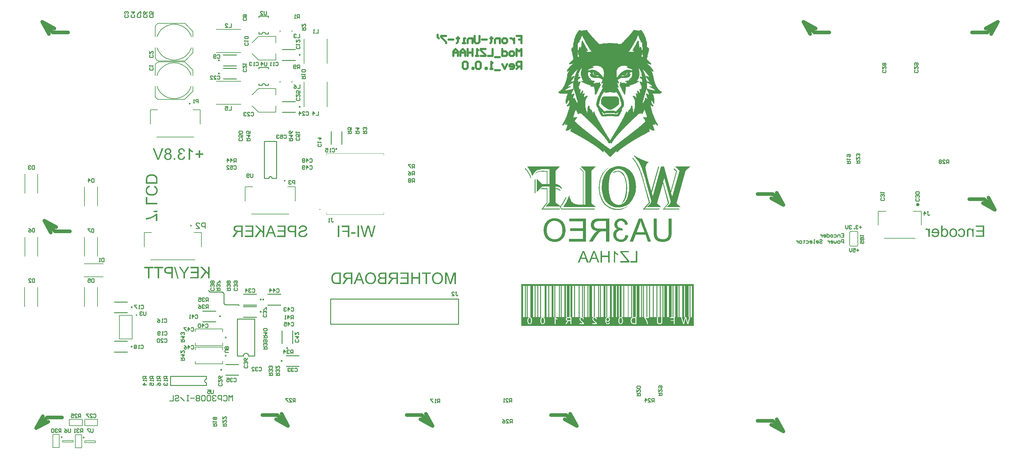
<source format=gbo>
G04*
G04 #@! TF.GenerationSoftware,Altium Limited,Altium Designer,21.7.1 (17)*
G04*
G04 Layer_Color=32896*
%FSLAX25Y25*%
%MOIN*%
G70*
G04*
G04 #@! TF.SameCoordinates,4C4A95DF-11EF-4B83-83A5-CF7285FCABA4*
G04*
G04*
G04 #@! TF.FilePolarity,Positive*
G04*
G01*
G75*
%ADD10C,0.00394*%
%ADD11C,0.01000*%
%ADD12C,0.00787*%
%ADD13C,0.00232*%
%ADD30C,0.03937*%
%ADD85C,0.02362*%
%ADD142C,0.01575*%
%ADD143C,0.00591*%
%ADD144C,0.00984*%
G36*
X125104Y164369D02*
X125270Y164324D01*
X125425Y164252D01*
X125566Y164154D01*
X125687Y164032D01*
X125785Y163892D01*
X125858Y163737D01*
X125902Y163571D01*
X125917Y163400D01*
X125902Y163229D01*
X125858Y163063D01*
X125785Y162908D01*
X125687Y162768D01*
X125566Y162646D01*
X125425Y162548D01*
X125270Y162476D01*
X125104Y162431D01*
X124933Y162416D01*
X124762Y162431D01*
X124597Y162476D01*
X124441Y162548D01*
X124300Y162646D01*
X124179Y162768D01*
X124081Y162908D01*
X124008Y163063D01*
X123964Y163229D01*
X123949Y163400D01*
X123964Y163571D01*
X124008Y163737D01*
X124081Y163892D01*
X124179Y164032D01*
X124300Y164154D01*
X124441Y164252D01*
X124597Y164324D01*
X124762Y164369D01*
X124933Y164384D01*
X125104Y164369D01*
D02*
G37*
G36*
X266739Y159371D02*
X266904Y159327D01*
X267060Y159254D01*
X267200Y159156D01*
X267322Y159035D01*
X267420Y158894D01*
X267493Y158739D01*
X267537Y158573D01*
X267552Y158402D01*
X267537Y158231D01*
X267493Y158066D01*
X267420Y157911D01*
X267322Y157770D01*
X267200Y157649D01*
X267060Y157550D01*
X266904Y157478D01*
X266739Y157433D01*
X266568Y157419D01*
X266397Y157433D01*
X266231Y157478D01*
X266076Y157550D01*
X265935Y157649D01*
X265814Y157770D01*
X265715Y157911D01*
X265643Y158066D01*
X265598Y158231D01*
X265583Y158402D01*
X265598Y158573D01*
X265643Y158739D01*
X265715Y158894D01*
X265814Y159035D01*
X265935Y159156D01*
X266076Y159254D01*
X266231Y159327D01*
X266397Y159371D01*
X266568Y159386D01*
X266739Y159371D01*
D02*
G37*
G36*
X222115Y154352D02*
X222281Y154307D01*
X222436Y154235D01*
X222577Y154136D01*
X222698Y154015D01*
X222797Y153874D01*
X222869Y153719D01*
X222913Y153553D01*
X222928Y153383D01*
X222913Y153212D01*
X222869Y153046D01*
X222797Y152891D01*
X222698Y152750D01*
X222577Y152629D01*
X222436Y152531D01*
X222281Y152458D01*
X222115Y152414D01*
X221944Y152399D01*
X221773Y152414D01*
X221607Y152458D01*
X221452Y152531D01*
X221311Y152629D01*
X221190Y152750D01*
X221092Y152891D01*
X221019Y153046D01*
X220975Y153212D01*
X220960Y153383D01*
X220975Y153553D01*
X221019Y153719D01*
X221092Y153874D01*
X221190Y154015D01*
X221311Y154136D01*
X221452Y154235D01*
X221607Y154307D01*
X221773Y154352D01*
X221944Y154367D01*
X222115Y154352D01*
D02*
G37*
G36*
X125104Y121069D02*
X125270Y121024D01*
X125425Y120952D01*
X125566Y120853D01*
X125687Y120732D01*
X125785Y120592D01*
X125858Y120437D01*
X125902Y120271D01*
X125917Y120100D01*
X125902Y119929D01*
X125858Y119763D01*
X125785Y119608D01*
X125687Y119468D01*
X125566Y119346D01*
X125425Y119248D01*
X125270Y119176D01*
X125104Y119131D01*
X124933Y119116D01*
X124762Y119131D01*
X124597Y119176D01*
X124441Y119248D01*
X124300Y119346D01*
X124179Y119468D01*
X124081Y119608D01*
X124008Y119763D01*
X123964Y119929D01*
X123949Y120100D01*
X123964Y120271D01*
X124008Y120437D01*
X124081Y120592D01*
X124179Y120732D01*
X124300Y120853D01*
X124441Y120952D01*
X124597Y121024D01*
X124762Y121069D01*
X124933Y121084D01*
X125104Y121069D01*
D02*
G37*
G36*
X295774Y119411D02*
X295940Y119367D01*
X296095Y119294D01*
X296235Y119196D01*
X296357Y119074D01*
X296455Y118934D01*
X296528Y118778D01*
X296572Y118613D01*
X296587Y118442D01*
X296572Y118271D01*
X296528Y118105D01*
X296455Y117950D01*
X296357Y117809D01*
X296235Y117688D01*
X296095Y117589D01*
X295940Y117517D01*
X295774Y117472D01*
X295603Y117457D01*
X295432Y117472D01*
X295267Y117517D01*
X295111Y117589D01*
X294971Y117688D01*
X294850Y117809D01*
X294751Y117950D01*
X294679Y118105D01*
X294634Y118271D01*
X294619Y118442D01*
X294634Y118613D01*
X294679Y118778D01*
X294751Y118934D01*
X294850Y119074D01*
X294971Y119196D01*
X295111Y119294D01*
X295267Y119367D01*
X295432Y119411D01*
X295603Y119426D01*
X295774Y119411D01*
D02*
G37*
G36*
X289638Y105369D02*
X289804Y105324D01*
X289959Y105252D01*
X290100Y105154D01*
X290221Y105032D01*
X290319Y104892D01*
X290392Y104737D01*
X290436Y104571D01*
X290451Y104400D01*
X290436Y104229D01*
X290392Y104063D01*
X290319Y103908D01*
X290221Y103768D01*
X290100Y103647D01*
X289959Y103548D01*
X289804Y103476D01*
X289638Y103431D01*
X289467Y103416D01*
X289296Y103431D01*
X289130Y103476D01*
X288975Y103548D01*
X288834Y103647D01*
X288713Y103768D01*
X288615Y103908D01*
X288542Y104063D01*
X288498Y104229D01*
X288483Y104400D01*
X288498Y104571D01*
X288542Y104737D01*
X288615Y104892D01*
X288713Y105032D01*
X288834Y105154D01*
X288975Y105252D01*
X289130Y105324D01*
X289296Y105369D01*
X289467Y105384D01*
X289638Y105369D01*
D02*
G37*
G36*
X223338Y95569D02*
X223503Y95524D01*
X223659Y95452D01*
X223800Y95354D01*
X223921Y95232D01*
X224019Y95092D01*
X224092Y94937D01*
X224136Y94771D01*
X224151Y94600D01*
X224136Y94429D01*
X224092Y94263D01*
X224019Y94108D01*
X223921Y93968D01*
X223800Y93846D01*
X223659Y93748D01*
X223503Y93676D01*
X223338Y93631D01*
X223167Y93616D01*
X222996Y93631D01*
X222830Y93676D01*
X222675Y93748D01*
X222534Y93846D01*
X222413Y93968D01*
X222315Y94108D01*
X222242Y94263D01*
X222198Y94429D01*
X222183Y94600D01*
X222198Y94771D01*
X222242Y94937D01*
X222315Y95092D01*
X222413Y95232D01*
X222534Y95354D01*
X222675Y95452D01*
X222830Y95524D01*
X222996Y95569D01*
X223167Y95584D01*
X223338Y95569D01*
D02*
G37*
G36*
X265583Y171887D02*
X265598Y172057D01*
X265643Y172223D01*
X265715Y172378D01*
X265814Y172519D01*
X265935Y172640D01*
X266076Y172739D01*
X266231Y172811D01*
X266397Y172855D01*
X266568Y172871D01*
X266739Y172855D01*
X266904Y172811D01*
X267060Y172739D01*
X267200Y172640D01*
X267322Y172519D01*
X267420Y172378D01*
X267493Y172223D01*
X267537Y172057D01*
X267552Y171887D01*
X267537Y171716D01*
X267493Y171550D01*
X267420Y171395D01*
X267322Y171254D01*
X267200Y171133D01*
X267060Y171035D01*
X266904Y170962D01*
X266739Y170918D01*
X266568Y170903D01*
X266397Y170918D01*
X266231Y170962D01*
X266076Y171035D01*
X265935Y171133D01*
X265814Y171254D01*
X265715Y171395D01*
X265643Y171550D01*
X265598Y171716D01*
X265583Y171887D01*
D01*
D02*
G37*
G36*
X270308D02*
X270293Y171716D01*
X270248Y171550D01*
X270176Y171395D01*
X270078Y171254D01*
X269956Y171133D01*
X269816Y171035D01*
X269660Y170962D01*
X269495Y170918D01*
X269324Y170903D01*
X269153Y170918D01*
X268987Y170962D01*
X268831Y171035D01*
X268691Y171133D01*
X268570Y171254D01*
X268471Y171395D01*
X268399Y171550D01*
X268354Y171716D01*
X268339Y171887D01*
X268354Y172057D01*
X268399Y172223D01*
X268471Y172378D01*
X268570Y172519D01*
X268691Y172640D01*
X268831Y172739D01*
X268987Y172811D01*
X269153Y172855D01*
X269324Y172871D01*
X269495Y172855D01*
X269660Y172811D01*
X269816Y172739D01*
X269956Y172640D01*
X270078Y172519D01*
X270176Y172378D01*
X270248Y172223D01*
X270293Y172057D01*
X270308Y171887D01*
D01*
D02*
G37*
G36*
X349600Y338451D02*
X349771Y338436D01*
X349937Y338392D01*
X350092Y338319D01*
X350232Y338221D01*
X350354Y338100D01*
X350452Y337959D01*
X350524Y337804D01*
X350569Y337638D01*
X350584Y337467D01*
X350569Y337296D01*
X350524Y337130D01*
X350452Y336975D01*
X350354Y336834D01*
X350232Y336713D01*
X350092Y336615D01*
X349937Y336542D01*
X349771Y336498D01*
X349600Y336483D01*
X349429Y336498D01*
X349263Y336542D01*
X349108Y336615D01*
X348968Y336713D01*
X348847Y336834D01*
X348748Y336975D01*
X348676Y337130D01*
X348631Y337296D01*
X348616Y337467D01*
X348631Y337638D01*
X348676Y337804D01*
X348748Y337959D01*
X348847Y338100D01*
X348968Y338221D01*
X349108Y338319D01*
X349263Y338392D01*
X349429Y338436D01*
X349600Y338451D01*
D01*
D02*
G37*
G36*
X308340Y383716D02*
X308355Y383887D01*
X308399Y384052D01*
X308471Y384208D01*
X308570Y384348D01*
X308691Y384469D01*
X308832Y384568D01*
X308987Y384640D01*
X309153Y384685D01*
X309324Y384700D01*
X309495Y384685D01*
X309661Y384640D01*
X309816Y384568D01*
X309957Y384469D01*
X310078Y384348D01*
X310176Y384208D01*
X310249Y384052D01*
X310293Y383887D01*
X310308Y383716D01*
X310293Y383545D01*
X310249Y383379D01*
X310176Y383224D01*
X310078Y383084D01*
X309957Y382962D01*
X309816Y382864D01*
X309661Y382791D01*
X309495Y382747D01*
X309324Y382732D01*
X309153Y382747D01*
X308987Y382791D01*
X308832Y382864D01*
X308691Y382962D01*
X308570Y383084D01*
X308471Y383224D01*
X308399Y383379D01*
X308355Y383545D01*
X308340Y383716D01*
D01*
D02*
G37*
G36*
X221651Y420400D02*
X221636Y420229D01*
X221592Y420063D01*
X221519Y419908D01*
X221421Y419768D01*
X221300Y419647D01*
X221159Y419548D01*
X221004Y419476D01*
X220838Y419431D01*
X220667Y419416D01*
X220496Y419431D01*
X220330Y419476D01*
X220175Y419548D01*
X220034Y419647D01*
X219913Y419768D01*
X219815Y419908D01*
X219742Y420063D01*
X219698Y420229D01*
X219683Y420400D01*
X219698Y420571D01*
X219742Y420737D01*
X219815Y420892D01*
X219913Y421032D01*
X220034Y421153D01*
X220175Y421252D01*
X220330Y421324D01*
X220496Y421369D01*
X220667Y421384D01*
X220838Y421369D01*
X221004Y421324D01*
X221159Y421252D01*
X221300Y421153D01*
X221421Y421032D01*
X221519Y420892D01*
X221592Y420737D01*
X221636Y420571D01*
X221651Y420400D01*
D01*
D02*
G37*
G36*
Y434800D02*
X221636Y434629D01*
X221592Y434463D01*
X221519Y434308D01*
X221421Y434168D01*
X221300Y434047D01*
X221159Y433948D01*
X221004Y433876D01*
X220838Y433831D01*
X220667Y433816D01*
X220496Y433831D01*
X220330Y433876D01*
X220175Y433948D01*
X220034Y434047D01*
X219913Y434168D01*
X219815Y434308D01*
X219742Y434463D01*
X219698Y434629D01*
X219683Y434800D01*
X219698Y434971D01*
X219742Y435137D01*
X219815Y435292D01*
X219913Y435432D01*
X220034Y435554D01*
X220175Y435652D01*
X220330Y435724D01*
X220496Y435769D01*
X220667Y435784D01*
X220838Y435769D01*
X221004Y435724D01*
X221159Y435652D01*
X221300Y435554D01*
X221421Y435432D01*
X221519Y435292D01*
X221592Y435137D01*
X221636Y434971D01*
X221651Y434800D01*
D01*
D02*
G37*
G36*
X308340Y440800D02*
X308355Y440971D01*
X308399Y441137D01*
X308471Y441292D01*
X308570Y441432D01*
X308691Y441553D01*
X308832Y441652D01*
X308987Y441724D01*
X309153Y441769D01*
X309324Y441784D01*
X309495Y441769D01*
X309661Y441724D01*
X309816Y441652D01*
X309957Y441553D01*
X310078Y441432D01*
X310176Y441292D01*
X310249Y441137D01*
X310293Y440971D01*
X310308Y440800D01*
X310293Y440629D01*
X310249Y440463D01*
X310176Y440308D01*
X310078Y440168D01*
X309957Y440047D01*
X309816Y439948D01*
X309661Y439876D01*
X309495Y439831D01*
X309324Y439816D01*
X309153Y439831D01*
X308987Y439876D01*
X308832Y439948D01*
X308691Y440047D01*
X308570Y440168D01*
X308471Y440308D01*
X308399Y440463D01*
X308355Y440629D01*
X308340Y440800D01*
D01*
D02*
G37*
G36*
X741955Y142900D02*
X552555D01*
Y189000D01*
X741955D01*
Y142900D01*
D02*
G37*
G36*
X183361Y200443D02*
Y195100D01*
X181689D01*
Y200443D01*
X176654Y207728D01*
X178595D01*
X181036Y203999D01*
X181324Y203557D01*
X181593Y203134D01*
X181843Y202750D01*
X182035Y202423D01*
X182208Y202154D01*
X182324Y201942D01*
X182362Y201865D01*
X182400Y201808D01*
X182420Y201789D01*
Y201769D01*
X182650Y202173D01*
X182881Y202557D01*
X183092Y202923D01*
X183284Y203249D01*
X183458Y203518D01*
X183592Y203730D01*
X183630Y203807D01*
X183669Y203864D01*
X183707Y203884D01*
Y203903D01*
X186206Y207728D01*
X188224D01*
X183361Y200443D01*
D02*
G37*
G36*
X210500Y195100D02*
X208828D01*
Y199482D01*
X206771Y201462D01*
X202274Y195100D01*
X200063D01*
X205599Y202596D01*
X200294Y207728D01*
X202562D01*
X208828Y201481D01*
Y207728D01*
X210500D01*
Y195100D01*
D02*
G37*
G36*
X198622D02*
X189204D01*
Y196580D01*
X196950D01*
Y200885D01*
X189973D01*
Y202365D01*
X196950D01*
Y206248D01*
X189492D01*
Y207728D01*
X198622D01*
Y195100D01*
D02*
G37*
G36*
X170234D02*
X168562D01*
Y200251D01*
X165333D01*
X164852Y200270D01*
X164410Y200289D01*
X164007Y200347D01*
X163622Y200424D01*
X163296Y200501D01*
X162988Y200597D01*
X162719Y200693D01*
X162488Y200808D01*
X162277Y200904D01*
X162104Y201000D01*
X161969Y201097D01*
X161835Y201173D01*
X161758Y201250D01*
X161700Y201308D01*
X161662Y201327D01*
X161643Y201346D01*
X161451Y201558D01*
X161297Y201789D01*
X161162Y202019D01*
X161047Y202250D01*
X160855Y202692D01*
X160739Y203134D01*
X160682Y203326D01*
X160662Y203499D01*
X160643Y203672D01*
X160624Y203807D01*
X160605Y203922D01*
Y203999D01*
Y204057D01*
Y204076D01*
X160624Y204422D01*
X160662Y204748D01*
X160720Y205037D01*
X160797Y205287D01*
X160874Y205498D01*
X160932Y205652D01*
X160970Y205748D01*
X160989Y205786D01*
X161143Y206075D01*
X161316Y206305D01*
X161489Y206517D01*
X161643Y206690D01*
X161777Y206824D01*
X161893Y206920D01*
X161989Y206978D01*
X162008Y206997D01*
X162258Y207151D01*
X162527Y207285D01*
X162777Y207382D01*
X163027Y207458D01*
X163238Y207516D01*
X163411Y207555D01*
X163526Y207593D01*
X163565D01*
X163834Y207631D01*
X164141Y207670D01*
X164468Y207689D01*
X164776Y207708D01*
X165064Y207728D01*
X170234D01*
Y195100D01*
D02*
G37*
G36*
X159413Y206248D02*
X155262D01*
Y195100D01*
X153590D01*
Y206248D01*
X149438D01*
Y207728D01*
X159413D01*
Y206248D01*
D02*
G37*
G36*
X148650D02*
X144499D01*
Y195100D01*
X142826D01*
Y206248D01*
X138675D01*
Y207728D01*
X148650D01*
Y206248D01*
D02*
G37*
G36*
X176500Y194889D02*
X175270D01*
X171618Y207939D01*
X172848D01*
X176500Y194889D01*
D02*
G37*
G36*
X370608Y244186D02*
X365861D01*
Y245743D01*
X370608D01*
Y244186D01*
D02*
G37*
G36*
X389194Y240400D02*
X387445D01*
X384793Y250010D01*
X384735Y250260D01*
X384658Y250510D01*
X384601Y250740D01*
X384543Y250990D01*
X384485Y251182D01*
X384447Y251355D01*
X384408Y251451D01*
Y251490D01*
X384389Y251432D01*
X384370Y251355D01*
X384312Y251144D01*
X384255Y250913D01*
X384178Y250644D01*
X384120Y250414D01*
X384062Y250202D01*
X384043Y250125D01*
X384024Y250068D01*
X384005Y250029D01*
Y250010D01*
X381352Y240400D01*
X379719D01*
X376278Y253028D01*
X377970D01*
X379930Y244898D01*
X380065Y244340D01*
X380199Y243821D01*
X380295Y243341D01*
X380391Y242937D01*
X380430Y242764D01*
X380468Y242610D01*
X380487Y242476D01*
X380526Y242360D01*
X380545Y242264D01*
Y242207D01*
X380564Y242168D01*
Y242149D01*
X380699Y242937D01*
X380853Y243725D01*
X381026Y244494D01*
X381102Y244840D01*
X381179Y245167D01*
X381256Y245474D01*
X381314Y245762D01*
X381391Y246012D01*
X381429Y246224D01*
X381487Y246397D01*
X381506Y246512D01*
X381545Y246608D01*
Y246627D01*
X383351Y253028D01*
X385369D01*
X387772Y244494D01*
X387791Y244417D01*
X387810Y244302D01*
X387849Y244148D01*
X387887Y243994D01*
X387983Y243610D01*
X388079Y243206D01*
X388195Y242803D01*
X388233Y242630D01*
X388272Y242476D01*
X388310Y242341D01*
X388329Y242245D01*
X388349Y242168D01*
Y242149D01*
X388445Y242630D01*
X388522Y243091D01*
X388618Y243533D01*
X388694Y243917D01*
X388771Y244244D01*
X388810Y244378D01*
X388829Y244513D01*
X388848Y244590D01*
X388867Y244667D01*
X388887Y244705D01*
Y244724D01*
X390789Y253028D01*
X392500D01*
X389194Y240400D01*
D02*
G37*
G36*
X374414D02*
X372742D01*
Y253028D01*
X374414D01*
Y240400D01*
D02*
G37*
G36*
X363862D02*
X362190D01*
Y246128D01*
X356270D01*
Y247607D01*
X362190D01*
Y251548D01*
X355348D01*
Y253028D01*
X363862D01*
Y240400D01*
D02*
G37*
G36*
X352888D02*
X351215D01*
Y253028D01*
X352888D01*
Y240400D01*
D02*
G37*
G36*
X557947Y315473D02*
X558716Y314474D01*
X559484Y313551D01*
X560100Y312551D01*
X561253Y310783D01*
X562099Y309168D01*
X562406Y308399D01*
X562714Y307784D01*
X562945Y307169D01*
X563098Y306708D01*
X563252Y306323D01*
X563329Y306016D01*
X563406Y305862D01*
Y305785D01*
X562637Y305324D01*
X562329Y306246D01*
X562022Y307169D01*
X561099Y309014D01*
X560100Y310783D01*
X559023Y312398D01*
X558024Y313781D01*
X557562Y314397D01*
X557178Y314858D01*
X556870Y315319D01*
X556640Y315627D01*
X556486Y315781D01*
X556409Y315858D01*
X557024Y316473D01*
X557947Y315473D01*
D02*
G37*
G36*
X590240Y313551D02*
Y298942D01*
X591163Y298788D01*
X592086Y298634D01*
X592855Y298327D01*
X593547Y297942D01*
X594700Y297173D01*
X595623Y296251D01*
X596315Y295405D01*
X596776Y294636D01*
X596930Y294405D01*
X597007Y294175D01*
X597084Y294021D01*
Y293944D01*
X596853Y293406D01*
X595930Y294328D01*
X595008Y294943D01*
X594085Y295405D01*
X593239Y295789D01*
X592470Y295943D01*
X591855Y296020D01*
X591471Y296097D01*
X590625D01*
X590394Y296020D01*
X590240D01*
Y294328D01*
X591471Y294251D01*
X592470Y294021D01*
X593393Y293636D01*
X594162Y293252D01*
X594777Y292867D01*
X595238Y292483D01*
X595546Y292252D01*
X595623Y292175D01*
X594931Y291406D01*
X594162Y292098D01*
X593316Y292560D01*
X592547Y292944D01*
X591855Y293175D01*
X591163Y293329D01*
X590702Y293406D01*
X590240D01*
Y278566D01*
X595445Y274486D01*
X596392Y275875D01*
X597468Y277489D01*
X598391Y279104D01*
X599237Y280565D01*
X599852Y281795D01*
X600159Y282333D01*
X600390Y282795D01*
X600544Y283179D01*
X600698Y283410D01*
X600774Y283564D01*
Y283641D01*
X601005Y284256D01*
X602158Y284640D01*
X602005Y284256D01*
X601082Y282180D01*
X600082Y280258D01*
X599083Y278489D01*
X598083Y276951D01*
X597622Y276259D01*
X597237Y275644D01*
X596853Y275106D01*
X596546Y274721D01*
X596315Y274337D01*
X596084Y274106D01*
X596007Y273953D01*
X595930Y273876D01*
X596930Y271723D01*
X633453D01*
X632607Y270800D01*
X596546D01*
X594931Y273876D01*
X595161Y274106D01*
X578938D01*
X583320Y278566D01*
Y296020D01*
X575478D01*
X569557Y290253D01*
Y304785D01*
X575170Y298942D01*
X580399D01*
Y312244D01*
X579630Y312321D01*
X578938Y312398D01*
X578246Y312474D01*
X577707Y312551D01*
X575247D01*
X574017Y312474D01*
X572940Y312398D01*
X572094Y312244D01*
X571403Y312167D01*
X570941Y312013D01*
X570634Y311936D01*
X570557D01*
X569788Y311629D01*
X569096Y311321D01*
X568481Y310937D01*
X567942Y310629D01*
X567481Y310245D01*
X567173Y309937D01*
X566943Y309783D01*
X566866Y309706D01*
X567250Y310321D01*
X567789Y310937D01*
X568327Y311398D01*
X569019Y311859D01*
X570403Y312474D01*
X571941Y312936D01*
X573402Y313243D01*
X574017Y313320D01*
X574555D01*
X575016Y313397D01*
X577400D01*
X578169Y313320D01*
X579399D01*
X579860Y313243D01*
X581244D01*
Y298942D01*
X583320D01*
Y315089D01*
X576708D01*
X574862Y315012D01*
X573325Y314858D01*
X572018Y314627D01*
X570941Y314397D01*
X570172Y314166D01*
X569634Y313935D01*
X569250Y313781D01*
X569173Y313705D01*
X568788Y313397D01*
X568327Y313013D01*
X567558Y312167D01*
X566789Y311167D01*
X566097Y310168D01*
X565559Y309168D01*
X565098Y308399D01*
X564944Y308092D01*
X564790Y307861D01*
X564713Y307707D01*
Y307630D01*
X564405Y308322D01*
X563944Y309553D01*
X563483Y310629D01*
X563098Y311475D01*
X562714Y312244D01*
X562483Y312782D01*
X562253Y313166D01*
X562176Y313397D01*
X562099Y313474D01*
X561714Y314166D01*
X561253Y314935D01*
X560715Y315627D01*
X560177Y316396D01*
X559715Y317011D01*
X559408Y317549D01*
X559100Y317857D01*
X559023Y318010D01*
X594931D01*
X590240Y313551D01*
D02*
G37*
G36*
X568019Y289100D02*
X567097Y288562D01*
Y303555D01*
X568019Y304016D01*
Y289100D01*
D02*
G37*
G36*
X629608Y313551D02*
Y277489D01*
X634452Y273645D01*
X598391D01*
X599006Y274337D01*
X599621Y275183D01*
X600236Y276105D01*
X600851Y277105D01*
X602005Y279181D01*
X602927Y281334D01*
X603389Y282333D01*
X603773Y283333D01*
X604158Y284179D01*
X604465Y284948D01*
X604696Y285563D01*
X604850Y286101D01*
X604926Y286409D01*
X605003Y286486D01*
X605465Y284563D01*
X606003Y282872D01*
X606695Y281488D01*
X607310Y280334D01*
X607925Y279489D01*
X608387Y278873D01*
X608694Y278566D01*
X608848Y278412D01*
X610001Y277643D01*
X611308Y277028D01*
X612692Y276644D01*
X614000Y276336D01*
X615230Y276182D01*
X615768Y276105D01*
X616229D01*
X616614Y276028D01*
X618152D01*
X619151Y276105D01*
X620074D01*
Y312474D01*
X616768Y315858D01*
X617229Y316626D01*
X620920Y312859D01*
Y276105D01*
X621304Y276182D01*
X622534Y276259D01*
X622765D01*
Y313243D01*
X617921Y318010D01*
X634452D01*
X629608Y313551D01*
D02*
G37*
G36*
X677741Y329621D02*
X678818Y328929D01*
X679971Y328237D01*
X681124Y327622D01*
X682124Y327083D01*
X682970Y326699D01*
X683277Y326545D01*
X683508Y326392D01*
X683662Y326315D01*
X683739D01*
X685430Y325546D01*
X687045Y324854D01*
X688506Y324238D01*
X689813Y323777D01*
X690890Y323393D01*
X691735Y323085D01*
X692043Y323008D01*
X692274Y322931D01*
X692350Y322854D01*
X692427D01*
X691812Y322470D01*
X691274Y322009D01*
X690351Y321009D01*
X689736Y320087D01*
X689352Y319164D01*
X689044Y318318D01*
X688967Y317626D01*
X688890Y317165D01*
Y317088D01*
Y317011D01*
Y316319D01*
X689044Y315473D01*
X689198Y314474D01*
X689352Y313397D01*
X689890Y311014D01*
X690428Y308630D01*
X690736Y307476D01*
X690966Y306400D01*
X691274Y305400D01*
X691505Y304478D01*
X691658Y303786D01*
X691812Y303171D01*
X691966Y302863D01*
Y302709D01*
X695195Y291022D01*
X702654Y318010D01*
X703653D01*
X695657Y289331D01*
X696810Y285409D01*
X705806Y318010D01*
X709036D01*
X716417Y291022D01*
X722491Y312782D01*
X719569Y315319D01*
X720415Y315858D01*
X723568Y313089D01*
X716878Y289331D01*
X718109Y285102D01*
X726028Y313628D01*
X721261Y318010D01*
X738100D01*
X732948Y313628D01*
X722953Y277413D01*
X727643Y273645D01*
X711804D01*
X715879Y277413D01*
X716417Y279566D01*
X709343Y305400D01*
X708190Y301325D01*
X714725Y277720D01*
X709574Y271723D01*
X726028D01*
X725336Y270800D01*
X707652D01*
X713572Y277874D01*
X707652Y299557D01*
X701500Y277413D01*
X706037Y273645D01*
X690274D01*
X694503Y277413D01*
X695195Y280104D01*
X689275Y301864D01*
X688660Y304093D01*
X688045Y306093D01*
X687506Y308015D01*
X686968Y309706D01*
X686430Y311244D01*
X685969Y312705D01*
X685507Y314012D01*
X685123Y315089D01*
X684738Y316088D01*
X684431Y316934D01*
X684200Y317626D01*
X683893Y318241D01*
X683739Y318703D01*
X683585Y319010D01*
X683508Y319164D01*
Y319241D01*
X682509Y321240D01*
X681355Y323162D01*
X680125Y324931D01*
X678895Y326545D01*
X678357Y327237D01*
X677895Y327929D01*
X677434Y328467D01*
X676972Y328929D01*
X676665Y329313D01*
X676434Y329621D01*
X676280Y329775D01*
X676203Y329852D01*
X676819Y330313D01*
X677741Y329621D01*
D02*
G37*
G36*
X660826Y318395D02*
X662363Y318241D01*
X663747Y317934D01*
X665131Y317472D01*
X666362Y317011D01*
X667515Y316473D01*
X668591Y315934D01*
X669514Y315396D01*
X670360Y314781D01*
X671129Y314243D01*
X671744Y313705D01*
X672282Y313243D01*
X672667Y312859D01*
X672974Y312551D01*
X673128Y312321D01*
X673205Y312244D01*
X674127Y311014D01*
X674896Y309783D01*
X675588Y308399D01*
X676203Y307092D01*
X676665Y305631D01*
X677126Y304324D01*
X677741Y301633D01*
X677895Y300403D01*
X678049Y299249D01*
X678203Y298250D01*
X678280Y297404D01*
X678357Y296635D01*
Y296097D01*
Y295789D01*
Y295636D01*
X678280Y293406D01*
X678049Y291330D01*
X677665Y289407D01*
X677203Y287562D01*
X676588Y285947D01*
X675973Y284409D01*
X675281Y283026D01*
X674589Y281795D01*
X673897Y280719D01*
X673205Y279796D01*
X672590Y279027D01*
X671975Y278335D01*
X671513Y277874D01*
X671129Y277489D01*
X670898Y277259D01*
X670821Y277182D01*
X669822Y276490D01*
X668822Y275798D01*
X667823Y275260D01*
X666823Y274798D01*
X664824Y274029D01*
X662979Y273568D01*
X662210Y273414D01*
X661441Y273260D01*
X660749Y273184D01*
X660134Y273107D01*
X659672Y273030D01*
X659057D01*
X657519Y273107D01*
X656058Y273260D01*
X654751Y273568D01*
X653444Y273953D01*
X652291Y274414D01*
X651137Y274875D01*
X650138Y275413D01*
X649292Y276028D01*
X648446Y276567D01*
X647754Y277105D01*
X647139Y277566D01*
X646678Y278028D01*
X646293Y278412D01*
X645986Y278720D01*
X645832Y278873D01*
X645755Y278950D01*
X644909Y280104D01*
X644140Y281334D01*
X643448Y282641D01*
X642833Y284025D01*
X642372Y285332D01*
X641988Y286639D01*
X641372Y289254D01*
X641142Y290407D01*
X640988Y291483D01*
X640911Y292483D01*
X640834Y293329D01*
X640757Y294021D01*
Y294559D01*
Y294943D01*
Y295020D01*
X640834Y296943D01*
X640988Y298788D01*
X641219Y300556D01*
X641526Y302171D01*
X641911Y303709D01*
X642372Y305093D01*
X642833Y306400D01*
X643295Y307553D01*
X643756Y308630D01*
X644217Y309476D01*
X644679Y310321D01*
X645063Y310937D01*
X645371Y311398D01*
X645601Y311782D01*
X645755Y312013D01*
X645832Y312090D01*
X646832Y313243D01*
X647831Y314166D01*
X648908Y315089D01*
X650061Y315781D01*
X651137Y316396D01*
X652291Y316934D01*
X653367Y317318D01*
X654367Y317703D01*
X655366Y317934D01*
X656289Y318164D01*
X657135Y318241D01*
X657827Y318395D01*
X658365D01*
X658826Y318472D01*
X659211D01*
X660826Y318395D01*
D02*
G37*
G36*
X676511Y325853D02*
X677895Y324008D01*
X679048Y322239D01*
X680048Y320625D01*
X680817Y319241D01*
X681124Y318626D01*
X681432Y318087D01*
X681586Y317703D01*
X681740Y317395D01*
X681893Y317242D01*
Y317165D01*
X682355Y316088D01*
X682893Y314935D01*
X683816Y312321D01*
X684738Y309706D01*
X685584Y307169D01*
X685892Y306016D01*
X686276Y304862D01*
X686584Y303863D01*
X686814Y303017D01*
X686968Y302325D01*
X687122Y301787D01*
X687276Y301479D01*
Y301325D01*
X693658Y278181D01*
X688045Y271723D01*
X704499D01*
X703730Y270800D01*
X685969D01*
X692581Y278489D01*
X686507Y300864D01*
X685969Y302709D01*
X685430Y304478D01*
X684969Y306169D01*
X684431Y307707D01*
X683969Y309168D01*
X683508Y310475D01*
X683047Y311629D01*
X682662Y312705D01*
X682278Y313705D01*
X681970Y314550D01*
X681663Y315242D01*
X681432Y315781D01*
X681201Y316242D01*
X681124Y316626D01*
X680971Y316780D01*
Y316857D01*
X679894Y318933D01*
X678741Y320932D01*
X677665Y322701D01*
X676588Y324238D01*
X676050Y324854D01*
X675665Y325469D01*
X675204Y326007D01*
X674896Y326392D01*
X674589Y326776D01*
X674358Y327007D01*
X674281Y327160D01*
X674204Y327237D01*
X674973Y327776D01*
X676511Y325853D01*
D02*
G37*
G36*
X581244Y277874D02*
X576323Y271723D01*
X595238D01*
X594316Y270800D01*
X574324D01*
X580399Y278335D01*
Y293175D01*
X573325D01*
X574324Y294098D01*
X581244D01*
Y277874D01*
D02*
G37*
G36*
X648216Y316242D02*
X646601Y315089D01*
X645140Y313781D01*
X643910Y312321D01*
X642910Y311014D01*
X642141Y309706D01*
X641757Y309168D01*
X641526Y308707D01*
X641295Y308322D01*
X641219Y308015D01*
X641065Y307861D01*
Y307784D01*
X640219Y305554D01*
X639527Y303325D01*
X639066Y301095D01*
X638758Y299019D01*
X638681Y298096D01*
X638604Y297250D01*
X638527Y296481D01*
X638451Y295866D01*
Y295328D01*
Y294867D01*
Y294636D01*
Y294559D01*
X638527Y292714D01*
X638681Y290945D01*
X638989Y289254D01*
X639296Y287639D01*
X639758Y286178D01*
X640219Y284794D01*
X640757Y283564D01*
X641219Y282410D01*
X641757Y281411D01*
X642295Y280488D01*
X642756Y279719D01*
X643218Y279027D01*
X643525Y278566D01*
X643833Y278181D01*
X643987Y277951D01*
X644064Y277874D01*
X645140Y276720D01*
X646293Y275721D01*
X647447Y274875D01*
X648600Y274106D01*
X649830Y273491D01*
X650984Y272953D01*
X652137Y272492D01*
X653213Y272184D01*
X654290Y271877D01*
X655213Y271723D01*
X656135Y271569D01*
X656827Y271415D01*
X657442D01*
X657904Y271338D01*
X658288D01*
X660595Y271492D01*
X662671Y271800D01*
X664516Y272338D01*
X666054Y272953D01*
X666746Y273184D01*
X667361Y273491D01*
X667823Y273799D01*
X668284Y274029D01*
X668591Y274183D01*
X668822Y274337D01*
X668976Y274491D01*
X669053D01*
Y274260D01*
X668053Y273568D01*
X667131Y272953D01*
X666131Y272415D01*
X665208Y272030D01*
X663363Y271261D01*
X661671Y270800D01*
X660902Y270646D01*
X660210Y270569D01*
X659595Y270492D01*
X659057Y270415D01*
X658673Y270339D01*
X658057D01*
X656366Y270415D01*
X654751Y270646D01*
X653290Y270954D01*
X651829Y271415D01*
X650522Y271953D01*
X649292Y272492D01*
X648216Y273107D01*
X647139Y273799D01*
X646293Y274414D01*
X645447Y275029D01*
X644832Y275567D01*
X644217Y276105D01*
X643756Y276567D01*
X643448Y276874D01*
X643295Y277105D01*
X643218Y277182D01*
X642218Y278489D01*
X641372Y279950D01*
X640603Y281411D01*
X639912Y282872D01*
X639373Y284409D01*
X638912Y285870D01*
X638527Y287331D01*
X638220Y288715D01*
X637989Y290099D01*
X637835Y291253D01*
X637682Y292406D01*
X637605Y293329D01*
X637528Y294098D01*
Y294713D01*
Y295020D01*
Y295174D01*
X637682Y297942D01*
X637989Y300403D01*
X638451Y302709D01*
X638681Y303709D01*
X638989Y304632D01*
X639296Y305477D01*
X639527Y306246D01*
X639758Y306938D01*
X639988Y307476D01*
X640142Y307861D01*
X640296Y308245D01*
X640450Y308399D01*
Y308476D01*
X640988Y309553D01*
X641603Y310475D01*
X642833Y312167D01*
X644140Y313628D01*
X645371Y314704D01*
X646524Y315550D01*
X647370Y316165D01*
X647754Y316396D01*
X647985Y316549D01*
X648139Y316626D01*
X648216D01*
Y316242D01*
D02*
G37*
G36*
X147596Y309629D02*
X148153Y309571D01*
X148653Y309494D01*
X148884Y309437D01*
X149095Y309398D01*
X149287Y309360D01*
X149460Y309302D01*
X149614Y309264D01*
X149730Y309225D01*
X149826Y309187D01*
X149902Y309168D01*
X149941Y309148D01*
X149960D01*
X150441Y308937D01*
X150864Y308706D01*
X151229Y308456D01*
X151536Y308207D01*
X151786Y307995D01*
X151978Y307822D01*
X152094Y307688D01*
X152132Y307668D01*
Y307649D01*
X152363Y307342D01*
X152555Y307034D01*
X152709Y306727D01*
X152824Y306438D01*
X152920Y306188D01*
X152978Y305977D01*
X153016Y305900D01*
Y305862D01*
X153035Y305823D01*
Y305804D01*
X153093Y305497D01*
X153151Y305131D01*
X153189Y304747D01*
X153208Y304401D01*
X153227Y304074D01*
Y299231D01*
X140600D01*
Y303767D01*
X140619Y304190D01*
X140638Y304574D01*
X140677Y304920D01*
X140715Y305208D01*
X140754Y305458D01*
X140773Y305631D01*
X140811Y305746D01*
Y305785D01*
X140908Y306112D01*
X141004Y306400D01*
X141100Y306650D01*
X141196Y306861D01*
X141292Y307034D01*
X141369Y307169D01*
X141407Y307265D01*
X141427Y307284D01*
X141599Y307515D01*
X141792Y307726D01*
X141984Y307938D01*
X142157Y308091D01*
X142330Y308245D01*
X142464Y308341D01*
X142541Y308418D01*
X142580Y308437D01*
X142868Y308629D01*
X143175Y308802D01*
X143483Y308956D01*
X143771Y309071D01*
X144040Y309168D01*
X144233Y309244D01*
X144309Y309264D01*
X144367Y309283D01*
X144406Y309302D01*
X144425D01*
X144848Y309417D01*
X145290Y309494D01*
X145732Y309571D01*
X146116Y309610D01*
X146462Y309629D01*
X146616D01*
X146731Y309648D01*
X146846D01*
X146923D01*
X146962D01*
X146981D01*
X147596Y309629D01*
D02*
G37*
G36*
X145021Y295502D02*
X144463Y295348D01*
X143964Y295156D01*
X143560Y294925D01*
X143214Y294714D01*
X142964Y294503D01*
X142772Y294330D01*
X142657Y294214D01*
X142637Y294195D01*
X142618Y294176D01*
X142349Y293792D01*
X142157Y293407D01*
X142003Y293004D01*
X141907Y292638D01*
X141849Y292312D01*
X141830Y292158D01*
Y292042D01*
X141811Y291946D01*
Y291812D01*
X141830Y291389D01*
X141907Y290985D01*
X142003Y290620D01*
X142099Y290313D01*
X142215Y290044D01*
X142291Y289832D01*
X142330Y289755D01*
X142368Y289698D01*
X142387Y289679D01*
Y289659D01*
X142637Y289313D01*
X142926Y289025D01*
X143214Y288775D01*
X143521Y288564D01*
X143771Y288410D01*
X144002Y288314D01*
X144079Y288275D01*
X144137Y288237D01*
X144175Y288218D01*
X144194D01*
X144655Y288064D01*
X145136Y287949D01*
X145616Y287872D01*
X146058Y287814D01*
X146251Y287795D01*
X146424Y287776D01*
X146597D01*
X146731Y287756D01*
X146846D01*
X146923D01*
X146981D01*
X147000D01*
X147461Y287776D01*
X147904Y287814D01*
X148307Y287872D01*
X148672Y287949D01*
X148980Y288025D01*
X149115Y288045D01*
X149211Y288083D01*
X149307Y288102D01*
X149364Y288122D01*
X149403Y288141D01*
X149422D01*
X149845Y288314D01*
X150229Y288525D01*
X150537Y288756D01*
X150806Y288967D01*
X151017Y289179D01*
X151171Y289352D01*
X151267Y289467D01*
X151305Y289486D01*
Y289506D01*
X151536Y289890D01*
X151709Y290294D01*
X151844Y290697D01*
X151921Y291082D01*
X151978Y291427D01*
X151997Y291562D01*
Y291697D01*
X152017Y291793D01*
Y291927D01*
X151997Y292389D01*
X151921Y292792D01*
X151824Y293157D01*
X151709Y293446D01*
X151575Y293695D01*
X151479Y293868D01*
X151402Y293984D01*
X151382Y294022D01*
X151113Y294330D01*
X150806Y294580D01*
X150460Y294810D01*
X150133Y294983D01*
X149845Y295118D01*
X149710Y295175D01*
X149595Y295233D01*
X149499Y295271D01*
X149422Y295291D01*
X149383Y295310D01*
X149364D01*
X149749Y296963D01*
X150364Y296732D01*
X150652Y296598D01*
X150902Y296463D01*
X151152Y296309D01*
X151382Y296156D01*
X151575Y296021D01*
X151767Y295867D01*
X151921Y295733D01*
X152055Y295598D01*
X152190Y295464D01*
X152286Y295368D01*
X152363Y295271D01*
X152420Y295214D01*
X152439Y295175D01*
X152459Y295156D01*
X152632Y294906D01*
X152786Y294656D01*
X152920Y294387D01*
X153035Y294118D01*
X153208Y293580D01*
X153324Y293080D01*
X153362Y292850D01*
X153381Y292638D01*
X153401Y292446D01*
X153420Y292292D01*
X153439Y292158D01*
Y291966D01*
X153401Y291351D01*
X153324Y290774D01*
X153189Y290255D01*
X153131Y290024D01*
X153055Y289813D01*
X152978Y289621D01*
X152920Y289429D01*
X152843Y289275D01*
X152786Y289159D01*
X152747Y289044D01*
X152709Y288967D01*
X152670Y288929D01*
Y288910D01*
X152363Y288429D01*
X151997Y287987D01*
X151632Y287622D01*
X151267Y287334D01*
X150940Y287084D01*
X150806Y286988D01*
X150690Y286911D01*
X150575Y286853D01*
X150498Y286815D01*
X150460Y286776D01*
X150441D01*
X149883Y286526D01*
X149287Y286334D01*
X148711Y286219D01*
X148173Y286123D01*
X147923Y286084D01*
X147711Y286065D01*
X147500Y286046D01*
X147327D01*
X147193Y286027D01*
X147096D01*
X147020D01*
X147000D01*
X146328Y286046D01*
X145712Y286123D01*
X145136Y286238D01*
X144867Y286296D01*
X144636Y286353D01*
X144406Y286411D01*
X144213Y286469D01*
X144040Y286526D01*
X143887Y286584D01*
X143771Y286623D01*
X143694Y286661D01*
X143637Y286680D01*
X143617D01*
X143060Y286949D01*
X142580Y287276D01*
X142157Y287583D01*
X141830Y287910D01*
X141561Y288179D01*
X141369Y288410D01*
X141311Y288506D01*
X141253Y288564D01*
X141234Y288602D01*
X141215Y288621D01*
X141061Y288871D01*
X140946Y289140D01*
X140735Y289679D01*
X140600Y290236D01*
X140485Y290774D01*
X140465Y291005D01*
X140427Y291235D01*
X140408Y291427D01*
Y291600D01*
X140389Y291754D01*
Y291946D01*
X140408Y292312D01*
X140427Y292658D01*
X140562Y293292D01*
X140638Y293580D01*
X140735Y293868D01*
X140831Y294118D01*
X140927Y294349D01*
X141023Y294560D01*
X141119Y294733D01*
X141215Y294887D01*
X141292Y295022D01*
X141369Y295137D01*
X141427Y295214D01*
X141446Y295252D01*
X141465Y295271D01*
X141676Y295521D01*
X141907Y295752D01*
X142407Y296136D01*
X142926Y296482D01*
X143445Y296732D01*
X143675Y296848D01*
X143887Y296924D01*
X144098Y297001D01*
X144252Y297078D01*
X144406Y297117D01*
X144502Y297155D01*
X144579Y297174D01*
X144598D01*
X145021Y295502D01*
D02*
G37*
G36*
X142080Y278300D02*
X153227D01*
Y276628D01*
X140600D01*
Y284508D01*
X142080D01*
Y278300D01*
D02*
G37*
G36*
X153227Y267864D02*
X151113D01*
X148768Y268248D01*
Y269209D01*
X151113Y269632D01*
X153227D01*
Y267864D01*
D02*
G37*
G36*
X153074Y258100D02*
X151594D01*
Y264289D01*
X151056Y263847D01*
X150498Y263443D01*
X149941Y263059D01*
X149422Y262713D01*
X149172Y262578D01*
X148961Y262444D01*
X148768Y262328D01*
X148595Y262232D01*
X148461Y262155D01*
X148365Y262098D01*
X148288Y262059D01*
X148269Y262040D01*
X147538Y261675D01*
X146808Y261348D01*
X146116Y261079D01*
X145789Y260964D01*
X145501Y260848D01*
X145213Y260752D01*
X144963Y260676D01*
X144752Y260599D01*
X144559Y260541D01*
X144406Y260503D01*
X144290Y260464D01*
X144213Y260445D01*
X144194D01*
X143425Y260253D01*
X143079Y260176D01*
X142733Y260118D01*
X142426Y260060D01*
X142138Y260022D01*
X141849Y259984D01*
X141599Y259945D01*
X141388Y259926D01*
X141177Y259907D01*
X141004Y259888D01*
X140869D01*
X140754Y259868D01*
X140677D01*
X140619D01*
X140600D01*
Y261463D01*
X141292Y261521D01*
X141945Y261598D01*
X142522Y261694D01*
X142791Y261752D01*
X143041Y261790D01*
X143252Y261848D01*
X143464Y261886D01*
X143637Y261925D01*
X143790Y261963D01*
X143906Y262002D01*
X143983Y262021D01*
X144040Y262040D01*
X144060D01*
X144905Y262309D01*
X145693Y262597D01*
X146078Y262751D01*
X146443Y262905D01*
X146789Y263059D01*
X147096Y263193D01*
X147385Y263328D01*
X147654Y263462D01*
X147884Y263578D01*
X148077Y263674D01*
X148230Y263751D01*
X148346Y263808D01*
X148423Y263847D01*
X148442Y263866D01*
X148826Y264097D01*
X149211Y264308D01*
X149557Y264539D01*
X149883Y264750D01*
X150191Y264942D01*
X150460Y265154D01*
X150729Y265346D01*
X150960Y265519D01*
X151152Y265673D01*
X151344Y265826D01*
X151498Y265961D01*
X151632Y266057D01*
X151728Y266153D01*
X151805Y266211D01*
X151844Y266249D01*
X151863Y266268D01*
X153074D01*
Y258100D01*
D02*
G37*
G36*
X1035818Y250041D02*
X1036221Y249983D01*
X1036606Y249887D01*
X1036913Y249791D01*
X1037182Y249676D01*
X1037394Y249599D01*
X1037471Y249560D01*
X1037528Y249522D01*
X1037547Y249503D01*
X1037567D01*
X1037913Y249272D01*
X1038220Y249003D01*
X1038470Y248734D01*
X1038681Y248465D01*
X1038835Y248215D01*
X1038951Y248023D01*
X1038989Y247946D01*
X1039027Y247888D01*
X1039047Y247850D01*
Y247831D01*
X1039200Y247408D01*
X1039316Y246947D01*
X1039412Y246524D01*
X1039469Y246120D01*
X1039508Y245755D01*
Y245620D01*
X1039527Y245486D01*
Y245390D01*
Y245294D01*
Y245255D01*
Y245236D01*
X1039508Y244813D01*
X1039469Y244429D01*
X1039431Y244044D01*
X1039354Y243718D01*
X1039258Y243391D01*
X1039162Y243103D01*
X1039066Y242833D01*
X1038951Y242603D01*
X1038854Y242391D01*
X1038758Y242218D01*
X1038662Y242065D01*
X1038566Y241930D01*
X1038489Y241834D01*
X1038451Y241757D01*
X1038412Y241719D01*
X1038393Y241699D01*
X1038163Y241488D01*
X1037932Y241296D01*
X1037701Y241142D01*
X1037451Y241007D01*
X1037201Y240892D01*
X1036952Y240777D01*
X1036471Y240642D01*
X1036240Y240585D01*
X1036048Y240546D01*
X1035856Y240527D01*
X1035702Y240508D01*
X1035568Y240489D01*
X1035395D01*
X1035126Y240508D01*
X1034857Y240527D01*
X1034376Y240623D01*
X1033934Y240777D01*
X1033569Y240931D01*
X1033281Y241084D01*
X1033165Y241161D01*
X1033050Y241238D01*
X1032973Y241296D01*
X1032915Y241334D01*
X1032896Y241373D01*
X1032877D01*
X1032531Y241738D01*
X1032243Y242122D01*
X1032012Y242545D01*
X1031839Y242930D01*
X1031724Y243295D01*
X1031685Y243448D01*
X1031647Y243583D01*
X1031628Y243679D01*
X1031608Y243756D01*
X1031589Y243814D01*
Y243833D01*
X1033108Y244044D01*
X1033185Y243641D01*
X1033300Y243275D01*
X1033434Y242987D01*
X1033569Y242737D01*
X1033684Y242545D01*
X1033799Y242430D01*
X1033876Y242334D01*
X1033896Y242315D01*
X1034126Y242122D01*
X1034376Y241988D01*
X1034645Y241892D01*
X1034876Y241834D01*
X1035087Y241795D01*
X1035260Y241757D01*
X1035414D01*
X1035625Y241776D01*
X1035818Y241795D01*
X1036164Y241892D01*
X1036490Y242026D01*
X1036740Y242180D01*
X1036952Y242315D01*
X1037105Y242449D01*
X1037201Y242545D01*
X1037240Y242584D01*
X1037355Y242757D01*
X1037471Y242949D01*
X1037644Y243352D01*
X1037759Y243814D01*
X1037836Y244256D01*
X1037893Y244640D01*
X1037913Y244813D01*
Y244967D01*
X1037932Y245101D01*
Y245198D01*
Y245255D01*
Y245274D01*
Y245601D01*
X1037893Y245909D01*
X1037874Y246197D01*
X1037817Y246466D01*
X1037759Y246697D01*
X1037701Y246927D01*
X1037644Y247119D01*
X1037567Y247292D01*
X1037509Y247446D01*
X1037451Y247581D01*
X1037394Y247696D01*
X1037336Y247792D01*
X1037278Y247850D01*
X1037259Y247907D01*
X1037221Y247946D01*
X1037086Y248100D01*
X1036932Y248234D01*
X1036606Y248426D01*
X1036298Y248580D01*
X1035991Y248695D01*
X1035721Y248753D01*
X1035510Y248772D01*
X1035433Y248792D01*
X1035318D01*
X1035049Y248772D01*
X1034780Y248715D01*
X1034568Y248638D01*
X1034376Y248561D01*
X1034222Y248465D01*
X1034107Y248388D01*
X1034030Y248330D01*
X1034011Y248311D01*
X1033819Y248119D01*
X1033665Y247907D01*
X1033530Y247677D01*
X1033415Y247446D01*
X1033338Y247235D01*
X1033281Y247081D01*
X1033261Y246966D01*
X1033242Y246947D01*
Y246927D01*
X1031743Y247158D01*
X1031878Y247638D01*
X1032051Y248080D01*
X1032243Y248446D01*
X1032454Y248753D01*
X1032646Y248984D01*
X1032800Y249157D01*
X1032915Y249253D01*
X1032935Y249291D01*
X1032954D01*
X1033319Y249541D01*
X1033723Y249733D01*
X1034146Y249868D01*
X1034530Y249964D01*
X1034876Y250022D01*
X1035010Y250041D01*
X1035145D01*
X1035241Y250060D01*
X1035395D01*
X1035818Y250041D01*
D02*
G37*
G36*
X1007257D02*
X1007583Y250003D01*
X1007891Y249945D01*
X1008179Y249868D01*
X1008468Y249753D01*
X1008717Y249657D01*
X1008948Y249541D01*
X1009159Y249426D01*
X1009352Y249291D01*
X1009505Y249176D01*
X1009659Y249080D01*
X1009774Y248984D01*
X1009871Y248888D01*
X1009928Y248830D01*
X1009967Y248792D01*
X1009986Y248772D01*
X1010197Y248522D01*
X1010370Y248253D01*
X1010524Y247965D01*
X1010659Y247677D01*
X1010774Y247369D01*
X1010870Y247081D01*
X1011005Y246504D01*
X1011062Y246235D01*
X1011101Y245986D01*
X1011120Y245755D01*
X1011139Y245563D01*
X1011158Y245409D01*
Y245274D01*
Y245198D01*
Y245178D01*
X1011139Y244775D01*
X1011101Y244390D01*
X1011043Y244025D01*
X1010966Y243698D01*
X1010889Y243391D01*
X1010793Y243103D01*
X1010678Y242853D01*
X1010563Y242622D01*
X1010466Y242411D01*
X1010351Y242218D01*
X1010255Y242065D01*
X1010159Y241949D01*
X1010101Y241853D01*
X1010044Y241776D01*
X1010005Y241738D01*
X1009986Y241719D01*
X1009755Y241507D01*
X1009505Y241315D01*
X1009256Y241142D01*
X1008986Y241007D01*
X1008737Y240892D01*
X1008468Y240796D01*
X1007968Y240642D01*
X1007718Y240585D01*
X1007507Y240546D01*
X1007314Y240527D01*
X1007141Y240508D01*
X1007007Y240489D01*
X1006815D01*
X1006238Y240527D01*
X1005738Y240604D01*
X1005277Y240738D01*
X1004912Y240873D01*
X1004739Y240950D01*
X1004604Y241007D01*
X1004489Y241084D01*
X1004393Y241142D01*
X1004297Y241180D01*
X1004239Y241219D01*
X1004220Y241257D01*
X1004201D01*
X1003855Y241565D01*
X1003547Y241930D01*
X1003317Y242295D01*
X1003124Y242641D01*
X1002971Y242968D01*
X1002913Y243103D01*
X1002874Y243218D01*
X1002836Y243314D01*
X1002817Y243391D01*
X1002798Y243429D01*
Y243448D01*
X1004393Y243660D01*
X1004547Y243314D01*
X1004700Y243006D01*
X1004854Y242757D01*
X1005008Y242564D01*
X1005142Y242391D01*
X1005258Y242295D01*
X1005335Y242218D01*
X1005354Y242199D01*
X1005585Y242045D01*
X1005834Y241949D01*
X1006084Y241872D01*
X1006315Y241815D01*
X1006507Y241776D01*
X1006661Y241757D01*
X1006815D01*
X1007218Y241795D01*
X1007583Y241872D01*
X1007910Y242007D01*
X1008199Y242161D01*
X1008410Y242295D01*
X1008583Y242430D01*
X1008679Y242507D01*
X1008717Y242545D01*
X1008967Y242872D01*
X1009179Y243256D01*
X1009313Y243641D01*
X1009429Y244006D01*
X1009505Y244352D01*
X1009525Y244486D01*
X1009544Y244621D01*
Y244717D01*
X1009563Y244813D01*
Y244851D01*
Y244871D01*
X1002759D01*
X1002740Y245044D01*
Y245178D01*
Y245255D01*
Y245274D01*
X1002759Y245697D01*
X1002798Y246082D01*
X1002855Y246447D01*
X1002913Y246774D01*
X1003009Y247100D01*
X1003105Y247389D01*
X1003220Y247638D01*
X1003317Y247888D01*
X1003432Y248100D01*
X1003547Y248273D01*
X1003643Y248426D01*
X1003720Y248561D01*
X1003797Y248657D01*
X1003855Y248734D01*
X1003893Y248772D01*
X1003912Y248792D01*
X1004143Y249022D01*
X1004374Y249215D01*
X1004624Y249387D01*
X1004873Y249522D01*
X1005123Y249657D01*
X1005373Y249753D01*
X1005834Y249906D01*
X1006065Y249964D01*
X1006257Y250003D01*
X1006450Y250022D01*
X1006603Y250041D01*
X1006738Y250060D01*
X1006911D01*
X1007257Y250041D01*
D02*
G37*
G36*
X1060400Y240700D02*
X1050982D01*
Y242180D01*
X1058728D01*
Y246485D01*
X1051751D01*
Y247965D01*
X1058728D01*
Y251848D01*
X1051270D01*
Y253327D01*
X1060400D01*
Y240700D01*
D02*
G37*
G36*
X1044928Y250041D02*
X1045255Y250003D01*
X1045562Y249926D01*
X1045831Y249830D01*
X1046100Y249714D01*
X1046331Y249580D01*
X1046542Y249445D01*
X1046754Y249311D01*
X1046927Y249157D01*
X1047061Y249022D01*
X1047196Y248888D01*
X1047292Y248772D01*
X1047388Y248676D01*
X1047446Y248599D01*
X1047465Y248561D01*
X1047484Y248542D01*
Y249849D01*
X1048887D01*
Y240700D01*
X1047330D01*
Y245697D01*
Y246005D01*
X1047292Y246293D01*
X1047273Y246562D01*
X1047215Y246812D01*
X1047157Y247023D01*
X1047100Y247216D01*
X1047042Y247389D01*
X1046965Y247542D01*
X1046908Y247677D01*
X1046850Y247792D01*
X1046735Y247946D01*
X1046658Y248042D01*
X1046619Y248080D01*
X1046350Y248292D01*
X1046043Y248446D01*
X1045774Y248561D01*
X1045504Y248638D01*
X1045255Y248676D01*
X1045082Y248715D01*
X1044909D01*
X1044678Y248695D01*
X1044486Y248676D01*
X1044294Y248619D01*
X1044140Y248580D01*
X1044005Y248522D01*
X1043909Y248465D01*
X1043852Y248446D01*
X1043832Y248426D01*
X1043679Y248311D01*
X1043544Y248177D01*
X1043429Y248061D01*
X1043333Y247927D01*
X1043275Y247831D01*
X1043237Y247734D01*
X1043198Y247677D01*
Y247658D01*
X1043140Y247465D01*
X1043083Y247254D01*
X1043044Y247004D01*
X1043025Y246793D01*
X1043006Y246581D01*
Y246408D01*
Y246293D01*
Y246274D01*
Y246255D01*
Y240700D01*
X1041449D01*
Y246312D01*
Y246697D01*
X1041468Y247004D01*
X1041488Y247273D01*
Y247485D01*
X1041507Y247638D01*
X1041526Y247754D01*
X1041545Y247811D01*
Y247831D01*
X1041603Y248061D01*
X1041680Y248292D01*
X1041757Y248484D01*
X1041833Y248638D01*
X1041910Y248772D01*
X1041968Y248888D01*
X1042006Y248945D01*
X1042026Y248965D01*
X1042160Y249138D01*
X1042333Y249291D01*
X1042506Y249426D01*
X1042679Y249541D01*
X1042833Y249637D01*
X1042948Y249695D01*
X1043025Y249733D01*
X1043064Y249753D01*
X1043333Y249849D01*
X1043583Y249926D01*
X1043852Y249983D01*
X1044082Y250022D01*
X1044274Y250041D01*
X1044447Y250060D01*
X1044582D01*
X1044928Y250041D01*
D02*
G37*
G36*
X997685D02*
X997877Y250003D01*
X998050Y249964D01*
X998185Y249906D01*
X998319Y249830D01*
X998415Y249791D01*
X998473Y249753D01*
X998492Y249733D01*
X998665Y249599D01*
X998819Y249407D01*
X998992Y249195D01*
X999146Y248984D01*
X999261Y248792D01*
X999357Y248619D01*
X999434Y248503D01*
X999453Y248484D01*
Y249849D01*
X1000856D01*
Y240700D01*
X999300D01*
Y245486D01*
X999280Y245851D01*
X999261Y246178D01*
X999223Y246485D01*
X999165Y246754D01*
X999127Y246985D01*
X999088Y247158D01*
X999069Y247254D01*
X999050Y247292D01*
X998973Y247485D01*
X998896Y247658D01*
X998800Y247811D01*
X998704Y247927D01*
X998627Y248023D01*
X998550Y248100D01*
X998512Y248138D01*
X998492Y248157D01*
X998339Y248253D01*
X998185Y248330D01*
X998031Y248388D01*
X997897Y248426D01*
X997762Y248446D01*
X997666Y248465D01*
X997589D01*
X997378Y248446D01*
X997166Y248407D01*
X996974Y248350D01*
X996801Y248292D01*
X996667Y248234D01*
X996551Y248177D01*
X996474Y248138D01*
X996455Y248119D01*
X995898Y249541D01*
X996205Y249714D01*
X996494Y249849D01*
X996763Y249926D01*
X996993Y250003D01*
X997205Y250041D01*
X997358Y250060D01*
X997493D01*
X997685Y250041D01*
D02*
G37*
G36*
X1026861D02*
X1027169Y250022D01*
X1027726Y249906D01*
X1028226Y249733D01*
X1028437Y249637D01*
X1028629Y249560D01*
X1028821Y249464D01*
X1028975Y249368D01*
X1029110Y249272D01*
X1029225Y249195D01*
X1029321Y249138D01*
X1029379Y249080D01*
X1029417Y249061D01*
X1029437Y249042D01*
X1029686Y248792D01*
X1029898Y248522D01*
X1030090Y248234D01*
X1030244Y247927D01*
X1030378Y247619D01*
X1030494Y247312D01*
X1030590Y247004D01*
X1030667Y246697D01*
X1030724Y246408D01*
X1030763Y246139D01*
X1030801Y245909D01*
X1030820Y245697D01*
Y245524D01*
X1030840Y245390D01*
Y245313D01*
Y245274D01*
X1030820Y244851D01*
X1030782Y244448D01*
X1030724Y244083D01*
X1030647Y243737D01*
X1030571Y243429D01*
X1030474Y243122D01*
X1030359Y242872D01*
X1030244Y242622D01*
X1030148Y242411D01*
X1030032Y242238D01*
X1029936Y242084D01*
X1029840Y241949D01*
X1029782Y241853D01*
X1029725Y241776D01*
X1029686Y241738D01*
X1029667Y241719D01*
X1029437Y241507D01*
X1029187Y241315D01*
X1028937Y241142D01*
X1028668Y241007D01*
X1028418Y240892D01*
X1028149Y240796D01*
X1027668Y240642D01*
X1027438Y240585D01*
X1027226Y240546D01*
X1027034Y240527D01*
X1026880Y240508D01*
X1026746Y240489D01*
X1026554D01*
X1026112Y240508D01*
X1025708Y240585D01*
X1025343Y240662D01*
X1025016Y240777D01*
X1024747Y240873D01*
X1024535Y240969D01*
X1024459Y240988D01*
X1024401Y241027D01*
X1024382Y241046D01*
X1024362D01*
X1023997Y241277D01*
X1023690Y241527D01*
X1023421Y241776D01*
X1023209Y242026D01*
X1023036Y242257D01*
X1022902Y242430D01*
X1022825Y242564D01*
X1022806Y242584D01*
Y242603D01*
X1022633Y243006D01*
X1022498Y243468D01*
X1022402Y243929D01*
X1022325Y244371D01*
X1022306Y244582D01*
X1022287Y244775D01*
Y244948D01*
X1022268Y245101D01*
Y245217D01*
Y245313D01*
Y245371D01*
Y245390D01*
X1022287Y245793D01*
X1022325Y246159D01*
X1022383Y246524D01*
X1022460Y246850D01*
X1022556Y247158D01*
X1022652Y247427D01*
X1022767Y247696D01*
X1022863Y247927D01*
X1022979Y248119D01*
X1023094Y248311D01*
X1023190Y248465D01*
X1023286Y248580D01*
X1023363Y248676D01*
X1023421Y248753D01*
X1023459Y248792D01*
X1023478Y248811D01*
X1023709Y249022D01*
X1023959Y249215D01*
X1024209Y249387D01*
X1024459Y249541D01*
X1024728Y249657D01*
X1024977Y249753D01*
X1025458Y249906D01*
X1025689Y249964D01*
X1025900Y250003D01*
X1026073Y250022D01*
X1026246Y250041D01*
X1026381Y250060D01*
X1026554D01*
X1026861Y250041D01*
D02*
G37*
G36*
X1014656Y248792D02*
X1014810Y248984D01*
X1014983Y249176D01*
X1015175Y249330D01*
X1015329Y249445D01*
X1015483Y249560D01*
X1015598Y249637D01*
X1015675Y249676D01*
X1015714Y249695D01*
X1015963Y249810D01*
X1016213Y249906D01*
X1016463Y249964D01*
X1016675Y250022D01*
X1016886Y250041D01*
X1017040Y250060D01*
X1017174D01*
X1017578Y250041D01*
X1017962Y249964D01*
X1018308Y249868D01*
X1018616Y249772D01*
X1018866Y249657D01*
X1019058Y249560D01*
X1019173Y249483D01*
X1019192Y249464D01*
X1019211D01*
X1019538Y249215D01*
X1019807Y248945D01*
X1020038Y248657D01*
X1020230Y248369D01*
X1020384Y248119D01*
X1020480Y247927D01*
X1020518Y247850D01*
X1020557Y247792D01*
X1020576Y247754D01*
Y247734D01*
X1020730Y247312D01*
X1020826Y246870D01*
X1020903Y246466D01*
X1020961Y246082D01*
X1020999Y245755D01*
Y245601D01*
X1021018Y245486D01*
Y245390D01*
Y245313D01*
Y245274D01*
Y245255D01*
X1020999Y244736D01*
X1020941Y244275D01*
X1020864Y243852D01*
X1020768Y243487D01*
X1020672Y243179D01*
X1020634Y243045D01*
X1020595Y242949D01*
X1020557Y242872D01*
X1020538Y242814D01*
X1020518Y242776D01*
Y242757D01*
X1020307Y242372D01*
X1020096Y242045D01*
X1019846Y241757D01*
X1019634Y241527D01*
X1019423Y241334D01*
X1019269Y241200D01*
X1019154Y241104D01*
X1019135Y241084D01*
X1019115D01*
X1018769Y240892D01*
X1018404Y240738D01*
X1018078Y240642D01*
X1017751Y240565D01*
X1017501Y240527D01*
X1017290Y240508D01*
X1017213Y240489D01*
X1017097D01*
X1016790Y240508D01*
X1016502Y240546D01*
X1016232Y240604D01*
X1015983Y240700D01*
X1015771Y240796D01*
X1015560Y240911D01*
X1015368Y241046D01*
X1015195Y241161D01*
X1015041Y241296D01*
X1014906Y241411D01*
X1014791Y241527D01*
X1014714Y241623D01*
X1014637Y241719D01*
X1014579Y241776D01*
X1014560Y241815D01*
X1014541Y241834D01*
Y240700D01*
X1013100D01*
Y253327D01*
X1014656D01*
Y248792D01*
D02*
G37*
G36*
X270369Y240600D02*
X268697D01*
Y244982D01*
X266640Y246962D01*
X262143Y240600D01*
X259932D01*
X265468Y248096D01*
X260163Y253227D01*
X262431D01*
X268697Y246981D01*
Y253227D01*
X270369D01*
Y240600D01*
D02*
G37*
G36*
X305580D02*
X303908D01*
Y245751D01*
X300679D01*
X300198Y245770D01*
X299756Y245789D01*
X299353Y245847D01*
X298968Y245924D01*
X298642Y246001D01*
X298334Y246097D01*
X298065Y246193D01*
X297834Y246308D01*
X297623Y246404D01*
X297450Y246500D01*
X297315Y246597D01*
X297181Y246673D01*
X297104Y246750D01*
X297046Y246808D01*
X297008Y246827D01*
X296989Y246847D01*
X296796Y247058D01*
X296643Y247289D01*
X296508Y247519D01*
X296393Y247750D01*
X296201Y248192D01*
X296085Y248634D01*
X296028Y248826D01*
X296008Y248999D01*
X295989Y249172D01*
X295970Y249307D01*
X295951Y249422D01*
Y249499D01*
Y249556D01*
Y249576D01*
X295970Y249922D01*
X296008Y250248D01*
X296066Y250537D01*
X296143Y250787D01*
X296220Y250998D01*
X296277Y251152D01*
X296316Y251248D01*
X296335Y251286D01*
X296489Y251575D01*
X296662Y251805D01*
X296835Y252017D01*
X296989Y252190D01*
X297123Y252324D01*
X297238Y252420D01*
X297335Y252478D01*
X297354Y252497D01*
X297604Y252651D01*
X297873Y252785D01*
X298123Y252882D01*
X298373Y252958D01*
X298584Y253016D01*
X298757Y253055D01*
X298872Y253093D01*
X298911D01*
X299180Y253131D01*
X299487Y253170D01*
X299814Y253189D01*
X300121Y253208D01*
X300410Y253227D01*
X305580D01*
Y240600D01*
D02*
G37*
G36*
X293779D02*
X284361D01*
Y242080D01*
X292107D01*
Y246385D01*
X285130D01*
Y247865D01*
X292107D01*
Y251748D01*
X284649D01*
Y253227D01*
X293779D01*
Y240600D01*
D02*
G37*
G36*
X283438D02*
X281670D01*
X280306Y244425D01*
X275001D01*
X273540Y240600D01*
X271657D01*
X276788Y253227D01*
X278614D01*
X283438Y240600D01*
D02*
G37*
G36*
X258491D02*
X249073D01*
Y242080D01*
X256819D01*
Y246385D01*
X249842D01*
Y247865D01*
X256819D01*
Y251748D01*
X249361D01*
Y253227D01*
X258491D01*
Y240600D01*
D02*
G37*
G36*
X246748D02*
X245075D01*
Y246212D01*
X242923D01*
X242731Y246193D01*
X242577D01*
X242442Y246174D01*
X242346Y246155D01*
X242269D01*
X242231Y246135D01*
X242212D01*
X241923Y246039D01*
X241693Y245924D01*
X241597Y245866D01*
X241520Y245828D01*
X241481Y245809D01*
X241462Y245789D01*
X241308Y245693D01*
X241174Y245559D01*
X240885Y245290D01*
X240789Y245155D01*
X240693Y245040D01*
X240636Y244963D01*
X240616Y244944D01*
X240424Y244694D01*
X240232Y244425D01*
X240021Y244137D01*
X239828Y243848D01*
X239655Y243598D01*
X239521Y243406D01*
X239482Y243329D01*
X239444Y243272D01*
X239405Y243233D01*
Y243214D01*
X237733Y240600D01*
X235638D01*
X237829Y244021D01*
X238079Y244386D01*
X238329Y244713D01*
X238560Y245001D01*
X238771Y245251D01*
X238944Y245443D01*
X239079Y245597D01*
X239175Y245674D01*
X239213Y245712D01*
X239348Y245828D01*
X239521Y245943D01*
X239848Y246155D01*
X239982Y246232D01*
X240097Y246289D01*
X240174Y246328D01*
X240213Y246347D01*
X239886Y246404D01*
X239579Y246462D01*
X239290Y246539D01*
X239040Y246635D01*
X238790Y246731D01*
X238579Y246827D01*
X238368Y246923D01*
X238195Y247020D01*
X238041Y247116D01*
X237906Y247193D01*
X237791Y247289D01*
X237695Y247346D01*
X237637Y247423D01*
X237580Y247462D01*
X237541Y247500D01*
X237387Y247673D01*
X237253Y247865D01*
X237022Y248250D01*
X236869Y248615D01*
X236772Y248980D01*
X236696Y249287D01*
X236676Y249422D01*
Y249537D01*
X236657Y249633D01*
Y249710D01*
Y249749D01*
Y249768D01*
X236676Y250152D01*
X236734Y250498D01*
X236830Y250825D01*
X236926Y251113D01*
X237022Y251344D01*
X237118Y251517D01*
X237176Y251632D01*
X237195Y251671D01*
X237407Y251978D01*
X237637Y252228D01*
X237868Y252439D01*
X238099Y252593D01*
X238291Y252728D01*
X238444Y252824D01*
X238560Y252862D01*
X238579Y252882D01*
X238598D01*
X238771Y252939D01*
X238964Y252997D01*
X239367Y253074D01*
X239790Y253151D01*
X240194Y253189D01*
X240578Y253208D01*
X240732D01*
X240885Y253227D01*
X246748D01*
Y240600D01*
D02*
G37*
G36*
X313460Y253420D02*
X313902Y253362D01*
X314287Y253304D01*
X314633Y253227D01*
X314902Y253131D01*
X315017Y253093D01*
X315113Y253074D01*
X315209Y253035D01*
X315267Y253016D01*
X315286Y252997D01*
X315305D01*
X315670Y252824D01*
X315997Y252612D01*
X316266Y252401D01*
X316478Y252209D01*
X316651Y252017D01*
X316785Y251863D01*
X316862Y251767D01*
X316881Y251748D01*
Y251728D01*
X317054Y251421D01*
X317189Y251094D01*
X317285Y250806D01*
X317343Y250518D01*
X317381Y250287D01*
X317420Y250114D01*
Y250037D01*
Y249979D01*
Y249960D01*
Y249941D01*
X317400Y249633D01*
X317343Y249326D01*
X317285Y249057D01*
X317189Y248826D01*
X317112Y248634D01*
X317054Y248499D01*
X316997Y248403D01*
X316977Y248365D01*
X316785Y248115D01*
X316574Y247884D01*
X316362Y247692D01*
X316132Y247519D01*
X315940Y247385D01*
X315786Y247289D01*
X315670Y247212D01*
X315651Y247193D01*
X315632D01*
X315497Y247116D01*
X315324Y247058D01*
X314959Y246923D01*
X314556Y246789D01*
X314152Y246654D01*
X313787Y246558D01*
X313633Y246520D01*
X313499Y246481D01*
X313383Y246443D01*
X313287Y246424D01*
X313229Y246404D01*
X313210D01*
X312903Y246328D01*
X312614Y246251D01*
X312345Y246193D01*
X312115Y246135D01*
X311923Y246078D01*
X311730Y246020D01*
X311577Y245982D01*
X311423Y245943D01*
X311308Y245905D01*
X311211Y245866D01*
X311058Y245828D01*
X310981Y245809D01*
X310962Y245789D01*
X310693Y245674D01*
X310443Y245539D01*
X310250Y245424D01*
X310097Y245309D01*
X309981Y245194D01*
X309885Y245117D01*
X309847Y245059D01*
X309828Y245040D01*
X309712Y244867D01*
X309635Y244694D01*
X309559Y244521D01*
X309520Y244348D01*
X309501Y244213D01*
X309482Y244098D01*
Y244021D01*
Y244002D01*
X309501Y243791D01*
X309539Y243598D01*
X309597Y243406D01*
X309655Y243252D01*
X309732Y243118D01*
X309789Y243022D01*
X309828Y242945D01*
X309847Y242926D01*
X310001Y242753D01*
X310174Y242599D01*
X310347Y242464D01*
X310539Y242349D01*
X310693Y242253D01*
X310827Y242195D01*
X310904Y242157D01*
X310942Y242138D01*
X311231Y242041D01*
X311519Y241984D01*
X311788Y241926D01*
X312057Y241907D01*
X312268Y241888D01*
X312461Y241868D01*
X312614D01*
X312999Y241888D01*
X313364Y241926D01*
X313710Y241984D01*
X313979Y242061D01*
X314229Y242118D01*
X314402Y242176D01*
X314517Y242214D01*
X314536Y242234D01*
X314556D01*
X314844Y242388D01*
X315113Y242541D01*
X315324Y242714D01*
X315497Y242868D01*
X315651Y243003D01*
X315747Y243118D01*
X315805Y243195D01*
X315824Y243214D01*
X315959Y243464D01*
X316074Y243714D01*
X316151Y243983D01*
X316228Y244233D01*
X316266Y244463D01*
X316305Y244636D01*
X316324Y244752D01*
Y244771D01*
Y244790D01*
X317900Y244655D01*
X317862Y244194D01*
X317785Y243771D01*
X317669Y243368D01*
X317554Y243041D01*
X317439Y242753D01*
X317381Y242637D01*
X317323Y242541D01*
X317285Y242464D01*
X317247Y242407D01*
X317227Y242388D01*
Y242368D01*
X316958Y242022D01*
X316651Y241715D01*
X316362Y241465D01*
X316055Y241253D01*
X315805Y241080D01*
X315594Y240965D01*
X315517Y240927D01*
X315459Y240888D01*
X315421Y240869D01*
X315401D01*
X314940Y240715D01*
X314460Y240600D01*
X313979Y240504D01*
X313537Y240446D01*
X313326Y240427D01*
X313133Y240408D01*
X312961D01*
X312826Y240389D01*
X312538D01*
X312038Y240408D01*
X311596Y240465D01*
X311173Y240542D01*
X310827Y240638D01*
X310520Y240715D01*
X310404Y240754D01*
X310308Y240792D01*
X310231Y240831D01*
X310174Y240850D01*
X310135Y240869D01*
X310116D01*
X309732Y241080D01*
X309385Y241292D01*
X309097Y241523D01*
X308867Y241753D01*
X308674Y241945D01*
X308559Y242099D01*
X308463Y242214D01*
X308444Y242253D01*
X308252Y242580D01*
X308117Y242926D01*
X308002Y243252D01*
X307944Y243541D01*
X307906Y243791D01*
X307867Y243983D01*
Y244060D01*
Y244117D01*
Y244137D01*
Y244156D01*
X307886Y244521D01*
X307944Y244867D01*
X308040Y245174D01*
X308136Y245424D01*
X308232Y245655D01*
X308328Y245809D01*
X308386Y245905D01*
X308405Y245943D01*
X308617Y246212D01*
X308867Y246462D01*
X309136Y246693D01*
X309405Y246885D01*
X309655Y247020D01*
X309847Y247135D01*
X309924Y247173D01*
X309962Y247212D01*
X310001Y247231D01*
X310020D01*
X310174Y247289D01*
X310366Y247365D01*
X310558Y247442D01*
X310789Y247500D01*
X311250Y247635D01*
X311711Y247769D01*
X312134Y247865D01*
X312326Y247923D01*
X312499Y247961D01*
X312634Y248000D01*
X312730Y248019D01*
X312807Y248038D01*
X312826D01*
X313191Y248134D01*
X313518Y248211D01*
X313806Y248288D01*
X314075Y248384D01*
X314306Y248461D01*
X314498Y248519D01*
X314671Y248595D01*
X314825Y248672D01*
X314959Y248730D01*
X315075Y248768D01*
X315152Y248826D01*
X315209Y248865D01*
X315305Y248922D01*
X315324Y248941D01*
X315478Y249114D01*
X315594Y249287D01*
X315690Y249480D01*
X315747Y249653D01*
X315786Y249806D01*
X315805Y249941D01*
Y250018D01*
Y250056D01*
X315767Y250344D01*
X315690Y250594D01*
X315594Y250825D01*
X315459Y251017D01*
X315344Y251190D01*
X315228Y251306D01*
X315152Y251382D01*
X315132Y251402D01*
X314998Y251498D01*
X314844Y251594D01*
X314498Y251728D01*
X314133Y251824D01*
X313768Y251882D01*
X313441Y251940D01*
X313287D01*
X313172Y251959D01*
X312922D01*
X312403Y251940D01*
X311961Y251863D01*
X311577Y251767D01*
X311269Y251652D01*
X311038Y251536D01*
X310865Y251440D01*
X310769Y251363D01*
X310731Y251344D01*
X310481Y251094D01*
X310270Y250806D01*
X310116Y250518D01*
X310001Y250229D01*
X309924Y249960D01*
X309885Y249749D01*
X309866Y249672D01*
X309847Y249614D01*
Y249576D01*
Y249556D01*
X308252Y249672D01*
X308290Y250076D01*
X308367Y250441D01*
X308482Y250787D01*
X308597Y251075D01*
X308694Y251306D01*
X308790Y251498D01*
X308867Y251613D01*
X308886Y251652D01*
X309117Y251959D01*
X309385Y252228D01*
X309655Y252459D01*
X309924Y252651D01*
X310174Y252785D01*
X310366Y252901D01*
X310443Y252939D01*
X310500Y252958D01*
X310520Y252978D01*
X310539D01*
X310942Y253131D01*
X311365Y253247D01*
X311788Y253324D01*
X312172Y253381D01*
X312499Y253420D01*
X312634D01*
X312768Y253439D01*
X312999D01*
X313460Y253420D01*
D02*
G37*
G36*
X180205Y338147D02*
X180686Y338051D01*
X181128Y337916D01*
X181493Y337762D01*
X181781Y337589D01*
X181897Y337512D01*
X181993Y337455D01*
X182089Y337397D01*
X182147Y337359D01*
X182166Y337339D01*
X182185Y337320D01*
X182531Y336974D01*
X182800Y336590D01*
X183031Y336186D01*
X183185Y335802D01*
X183319Y335456D01*
X183357Y335302D01*
X183396Y335168D01*
X183415Y335072D01*
X183434Y334995D01*
X183454Y334937D01*
Y334918D01*
X181897Y334649D01*
X181820Y335052D01*
X181704Y335398D01*
X181589Y335687D01*
X181455Y335917D01*
X181339Y336109D01*
X181243Y336244D01*
X181166Y336321D01*
X181147Y336340D01*
X180897Y336532D01*
X180647Y336667D01*
X180398Y336782D01*
X180148Y336840D01*
X179955Y336878D01*
X179782Y336917D01*
X179629D01*
X179302Y336897D01*
X179014Y336821D01*
X178764Y336744D01*
X178552Y336628D01*
X178379Y336532D01*
X178245Y336436D01*
X178168Y336359D01*
X178149Y336340D01*
X177957Y336129D01*
X177822Y335879D01*
X177707Y335648D01*
X177649Y335437D01*
X177611Y335225D01*
X177572Y335072D01*
Y334976D01*
Y334956D01*
Y334937D01*
X177611Y334553D01*
X177707Y334226D01*
X177822Y333957D01*
X177976Y333745D01*
X178130Y333572D01*
X178245Y333438D01*
X178341Y333361D01*
X178379Y333342D01*
X178687Y333169D01*
X178995Y333053D01*
X179283Y332957D01*
X179552Y332900D01*
X179802Y332861D01*
X179975Y332842D01*
X180225D01*
X180301Y332861D01*
X180398D01*
X180570Y331497D01*
X180340Y331554D01*
X180129Y331593D01*
X179936Y331612D01*
X179782Y331631D01*
X179648Y331650D01*
X179475D01*
X179091Y331612D01*
X178764Y331535D01*
X178456Y331439D01*
X178207Y331304D01*
X177995Y331170D01*
X177841Y331074D01*
X177764Y330997D01*
X177726Y330959D01*
X177495Y330689D01*
X177322Y330401D01*
X177188Y330094D01*
X177111Y329824D01*
X177053Y329575D01*
X177034Y329382D01*
X177015Y329306D01*
Y329248D01*
Y329229D01*
Y329209D01*
X177053Y328806D01*
X177130Y328441D01*
X177245Y328114D01*
X177380Y327845D01*
X177534Y327614D01*
X177649Y327460D01*
X177726Y327364D01*
X177764Y327326D01*
X178053Y327076D01*
X178360Y326884D01*
X178668Y326768D01*
X178975Y326672D01*
X179225Y326615D01*
X179417Y326595D01*
X179494Y326576D01*
X179610D01*
X179936Y326595D01*
X180244Y326672D01*
X180513Y326768D01*
X180724Y326865D01*
X180917Y326980D01*
X181051Y327057D01*
X181128Y327134D01*
X181166Y327153D01*
X181378Y327403D01*
X181570Y327691D01*
X181724Y328018D01*
X181839Y328325D01*
X181935Y328614D01*
X181993Y328844D01*
X182031Y328921D01*
Y328998D01*
X182051Y329036D01*
Y329056D01*
X183607Y328844D01*
X183569Y328556D01*
X183511Y328287D01*
X183338Y327787D01*
X183146Y327345D01*
X182915Y326961D01*
X182819Y326807D01*
X182704Y326672D01*
X182608Y326557D01*
X182531Y326442D01*
X182454Y326365D01*
X182396Y326307D01*
X182377Y326288D01*
X182358Y326269D01*
X182147Y326096D01*
X181916Y325942D01*
X181704Y325807D01*
X181474Y325711D01*
X181013Y325519D01*
X180570Y325404D01*
X180378Y325365D01*
X180186Y325346D01*
X180032Y325327D01*
X179879Y325308D01*
X179763Y325289D01*
X179610D01*
X179283Y325308D01*
X178956Y325346D01*
X178648Y325385D01*
X178360Y325462D01*
X178091Y325558D01*
X177841Y325654D01*
X177611Y325750D01*
X177399Y325865D01*
X177226Y325961D01*
X177053Y326057D01*
X176900Y326153D01*
X176784Y326250D01*
X176688Y326326D01*
X176630Y326365D01*
X176592Y326403D01*
X176573Y326423D01*
X176361Y326653D01*
X176169Y326884D01*
X176015Y327115D01*
X175881Y327345D01*
X175746Y327576D01*
X175650Y327826D01*
X175516Y328268D01*
X175458Y328460D01*
X175420Y328652D01*
X175400Y328806D01*
X175381Y328960D01*
X175362Y329075D01*
Y329152D01*
Y329209D01*
Y329229D01*
X175381Y329671D01*
X175458Y330074D01*
X175554Y330420D01*
X175669Y330709D01*
X175804Y330939D01*
X175900Y331112D01*
X175977Y331228D01*
X175996Y331266D01*
X176246Y331554D01*
X176534Y331785D01*
X176823Y331977D01*
X177092Y332112D01*
X177342Y332227D01*
X177534Y332285D01*
X177611Y332323D01*
X177668D01*
X177707Y332342D01*
X177726D01*
X177418Y332496D01*
X177149Y332688D01*
X176938Y332861D01*
X176746Y333034D01*
X176611Y333188D01*
X176496Y333303D01*
X176438Y333380D01*
X176419Y333419D01*
X176265Y333668D01*
X176169Y333938D01*
X176092Y334187D01*
X176035Y334418D01*
X175996Y334610D01*
X175977Y334764D01*
Y334860D01*
Y334899D01*
X175996Y335225D01*
X176054Y335514D01*
X176131Y335783D01*
X176208Y336033D01*
X176285Y336225D01*
X176361Y336379D01*
X176419Y336475D01*
X176438Y336513D01*
X176630Y336782D01*
X176842Y337032D01*
X177073Y337243D01*
X177284Y337416D01*
X177476Y337551D01*
X177630Y337647D01*
X177745Y337705D01*
X177764Y337724D01*
X177784D01*
X178110Y337878D01*
X178437Y337993D01*
X178764Y338070D01*
X179052Y338127D01*
X179302Y338166D01*
X179494Y338185D01*
X179936D01*
X180205Y338147D01*
D02*
G37*
G36*
X188777Y337878D02*
X188989Y337570D01*
X189219Y337282D01*
X189450Y337013D01*
X189662Y336801D01*
X189835Y336628D01*
X189950Y336513D01*
X189969Y336494D01*
X189988Y336475D01*
X190354Y336167D01*
X190738Y335879D01*
X191122Y335629D01*
X191468Y335418D01*
X191776Y335244D01*
X191910Y335187D01*
X192026Y335129D01*
X192103Y335072D01*
X192179Y335033D01*
X192218Y335014D01*
X192237D01*
Y333495D01*
X191968Y333611D01*
X191680Y333745D01*
X191411Y333861D01*
X191161Y333995D01*
X190949Y334111D01*
X190776Y334207D01*
X190661Y334283D01*
X190642Y334303D01*
X190623D01*
X190296Y334495D01*
X190008Y334706D01*
X189758Y334879D01*
X189546Y335052D01*
X189373Y335187D01*
X189239Y335283D01*
X189162Y335360D01*
X189143Y335379D01*
Y325500D01*
X187586D01*
Y338185D01*
X188604D01*
X188777Y337878D01*
D02*
G37*
G36*
X200060Y332438D02*
X203500D01*
Y330997D01*
X200060D01*
Y327537D01*
X198599D01*
Y330997D01*
X195159D01*
Y332438D01*
X198599D01*
Y335879D01*
X200060D01*
Y332438D01*
D02*
G37*
G36*
X154893Y325500D02*
X153182D01*
X148242Y338127D01*
X149934D01*
X153355Y328960D01*
X153490Y328575D01*
X153624Y328191D01*
X153739Y327845D01*
X153835Y327537D01*
X153912Y327268D01*
X153970Y327057D01*
X153989Y326980D01*
X154008Y326922D01*
X154028Y326903D01*
Y326884D01*
X154239Y327614D01*
X154355Y327960D01*
X154470Y328287D01*
X154566Y328556D01*
X154623Y328767D01*
X154662Y328844D01*
X154681Y328902D01*
X154700Y328940D01*
Y328960D01*
X157968Y338127D01*
X159794D01*
X154893Y325500D01*
D02*
G37*
G36*
X172959D02*
X171191D01*
Y327268D01*
X172959D01*
Y325500D01*
D02*
G37*
G36*
X165137Y338166D02*
X165406Y338147D01*
X165925Y338031D01*
X166386Y337897D01*
X166751Y337724D01*
X166924Y337628D01*
X167059Y337551D01*
X167174Y337455D01*
X167289Y337397D01*
X167366Y337339D01*
X167424Y337282D01*
X167443Y337263D01*
X167463Y337243D01*
X167636Y337070D01*
X167789Y336878D01*
X167924Y336686D01*
X168020Y336475D01*
X168212Y336090D01*
X168327Y335725D01*
X168385Y335398D01*
X168404Y335264D01*
X168423Y335148D01*
X168443Y335052D01*
Y334976D01*
Y334937D01*
Y334918D01*
X168423Y334591D01*
X168366Y334303D01*
X168289Y334034D01*
X168212Y333803D01*
X168135Y333611D01*
X168058Y333476D01*
X168001Y333399D01*
X167981Y333361D01*
X167789Y333130D01*
X167559Y332938D01*
X167328Y332765D01*
X167078Y332611D01*
X166867Y332515D01*
X166694Y332419D01*
X166578Y332381D01*
X166559Y332362D01*
X166540D01*
X166944Y332227D01*
X167309Y332054D01*
X167616Y331862D01*
X167866Y331670D01*
X168058Y331497D01*
X168212Y331343D01*
X168289Y331247D01*
X168327Y331228D01*
Y331208D01*
X168539Y330882D01*
X168673Y330536D01*
X168789Y330190D01*
X168866Y329863D01*
X168904Y329594D01*
X168923Y329459D01*
Y329363D01*
X168942Y329267D01*
Y329209D01*
Y329171D01*
Y329152D01*
X168923Y328844D01*
X168885Y328556D01*
X168846Y328287D01*
X168770Y328018D01*
X168577Y327556D01*
X168481Y327345D01*
X168366Y327153D01*
X168270Y326980D01*
X168174Y326826D01*
X168078Y326692D01*
X167981Y326576D01*
X167905Y326499D01*
X167866Y326442D01*
X167828Y326403D01*
X167808Y326384D01*
X167578Y326192D01*
X167347Y326019D01*
X167097Y325884D01*
X166848Y325750D01*
X166598Y325654D01*
X166348Y325558D01*
X165867Y325423D01*
X165637Y325385D01*
X165444Y325346D01*
X165252Y325327D01*
X165098Y325308D01*
X164964Y325289D01*
X164791D01*
X164445Y325308D01*
X164118Y325327D01*
X163811Y325385D01*
X163542Y325462D01*
X163273Y325538D01*
X163023Y325635D01*
X162792Y325731D01*
X162581Y325846D01*
X162388Y325942D01*
X162235Y326038D01*
X162100Y326134D01*
X161985Y326211D01*
X161889Y326288D01*
X161831Y326346D01*
X161793Y326365D01*
X161773Y326384D01*
X161562Y326595D01*
X161389Y326807D01*
X161235Y327038D01*
X161101Y327268D01*
X160985Y327499D01*
X160908Y327730D01*
X160755Y328152D01*
X160678Y328537D01*
X160659Y328710D01*
X160639Y328844D01*
X160620Y328960D01*
Y329036D01*
Y329094D01*
Y329113D01*
X160639Y329536D01*
X160716Y329921D01*
X160812Y330267D01*
X160928Y330555D01*
X161043Y330805D01*
X161139Y330978D01*
X161216Y331093D01*
X161235Y331132D01*
X161485Y331420D01*
X161773Y331689D01*
X162062Y331900D01*
X162350Y332073D01*
X162600Y332189D01*
X162811Y332285D01*
X162888Y332323D01*
X162946Y332342D01*
X162984Y332362D01*
X163004D01*
X162677Y332496D01*
X162388Y332669D01*
X162139Y332823D01*
X161946Y332977D01*
X161793Y333130D01*
X161677Y333246D01*
X161620Y333323D01*
X161600Y333342D01*
X161447Y333592D01*
X161331Y333861D01*
X161254Y334111D01*
X161197Y334360D01*
X161158Y334572D01*
X161139Y334726D01*
Y334841D01*
Y334879D01*
X161158Y335129D01*
X161178Y335379D01*
X161293Y335821D01*
X161466Y336225D01*
X161639Y336571D01*
X161831Y336840D01*
X161927Y336955D01*
X162004Y337051D01*
X162062Y337128D01*
X162119Y337186D01*
X162139Y337205D01*
X162158Y337224D01*
X162350Y337397D01*
X162561Y337551D01*
X162773Y337666D01*
X163004Y337782D01*
X163445Y337955D01*
X163868Y338070D01*
X164253Y338127D01*
X164407Y338166D01*
X164560D01*
X164676Y338185D01*
X164829D01*
X165137Y338166D01*
D02*
G37*
G36*
X441534Y188900D02*
X439861D01*
Y194858D01*
X433327D01*
Y188900D01*
X431655D01*
Y201528D01*
X433327D01*
Y196338D01*
X439861D01*
Y201528D01*
X441534D01*
Y188900D01*
D02*
G37*
G36*
X480800D02*
X479185D01*
Y199644D01*
X475553Y188900D01*
X474054D01*
X470364Y199471D01*
Y188900D01*
X468749D01*
Y201528D01*
X471017D01*
X474035Y192744D01*
X474188Y192263D01*
X474342Y191860D01*
X474457Y191514D01*
X474534Y191226D01*
X474611Y191014D01*
X474669Y190860D01*
X474688Y190764D01*
X474707Y190726D01*
X474784Y190976D01*
X474880Y191283D01*
X474976Y191591D01*
X475072Y191898D01*
X475169Y192167D01*
X475245Y192379D01*
X475265Y192475D01*
X475284Y192533D01*
X475303Y192571D01*
Y192590D01*
X478301Y201528D01*
X480800D01*
Y188900D01*
D02*
G37*
G36*
X453296Y200048D02*
X449145D01*
Y188900D01*
X447472D01*
Y200048D01*
X443321D01*
Y201528D01*
X453296D01*
Y200048D01*
D02*
G37*
G36*
X428829Y188900D02*
X419411D01*
Y190380D01*
X427157D01*
Y194685D01*
X420180D01*
Y196165D01*
X427157D01*
Y200048D01*
X419700D01*
Y201528D01*
X428829D01*
Y188900D01*
D02*
G37*
G36*
X417086D02*
X415414D01*
Y194512D01*
X413261D01*
X413069Y194493D01*
X412915D01*
X412780Y194474D01*
X412684Y194455D01*
X412607D01*
X412569Y194435D01*
X412550D01*
X412261Y194339D01*
X412031Y194224D01*
X411935Y194166D01*
X411858Y194128D01*
X411819Y194109D01*
X411800Y194089D01*
X411646Y193993D01*
X411512Y193859D01*
X411224Y193590D01*
X411128Y193455D01*
X411031Y193340D01*
X410974Y193263D01*
X410955Y193244D01*
X410762Y192994D01*
X410570Y192725D01*
X410359Y192437D01*
X410167Y192148D01*
X409994Y191898D01*
X409859Y191706D01*
X409821Y191629D01*
X409782Y191572D01*
X409744Y191533D01*
Y191514D01*
X408072Y188900D01*
X405976D01*
X408168Y192321D01*
X408418Y192686D01*
X408667Y193013D01*
X408898Y193301D01*
X409109Y193551D01*
X409282Y193743D01*
X409417Y193897D01*
X409513Y193974D01*
X409551Y194012D01*
X409686Y194128D01*
X409859Y194243D01*
X410186Y194455D01*
X410320Y194532D01*
X410436Y194589D01*
X410512Y194628D01*
X410551Y194647D01*
X410224Y194704D01*
X409917Y194762D01*
X409628Y194839D01*
X409378Y194935D01*
X409129Y195031D01*
X408917Y195127D01*
X408706Y195223D01*
X408533Y195319D01*
X408379Y195416D01*
X408245Y195492D01*
X408129Y195589D01*
X408033Y195646D01*
X407975Y195723D01*
X407918Y195762D01*
X407879Y195800D01*
X407726Y195973D01*
X407591Y196165D01*
X407360Y196550D01*
X407207Y196915D01*
X407111Y197280D01*
X407034Y197587D01*
X407014Y197722D01*
Y197837D01*
X406995Y197933D01*
Y198010D01*
Y198049D01*
Y198068D01*
X407014Y198452D01*
X407072Y198798D01*
X407168Y199125D01*
X407264Y199413D01*
X407360Y199644D01*
X407456Y199817D01*
X407514Y199932D01*
X407533Y199971D01*
X407745Y200278D01*
X407975Y200528D01*
X408206Y200740D01*
X408437Y200893D01*
X408629Y201028D01*
X408783Y201124D01*
X408898Y201162D01*
X408917Y201182D01*
X408936D01*
X409109Y201239D01*
X409302Y201297D01*
X409705Y201374D01*
X410128Y201451D01*
X410532Y201489D01*
X410916Y201508D01*
X411070D01*
X411224Y201528D01*
X417086D01*
Y188900D01*
D02*
G37*
G36*
X404458D02*
X399211D01*
X398827Y188938D01*
X398481Y188958D01*
X398173Y188996D01*
X397943Y189034D01*
X397770Y189054D01*
X397654Y189092D01*
X397616D01*
X397327Y189188D01*
X397059Y189284D01*
X396809Y189381D01*
X396616Y189477D01*
X396443Y189573D01*
X396328Y189650D01*
X396251Y189688D01*
X396232Y189707D01*
X396040Y189880D01*
X395848Y190072D01*
X395694Y190265D01*
X395559Y190457D01*
X395463Y190630D01*
X395367Y190764D01*
X395329Y190860D01*
X395309Y190899D01*
X395175Y191187D01*
X395079Y191475D01*
X395021Y191764D01*
X394964Y192014D01*
X394944Y192225D01*
X394925Y192398D01*
Y192513D01*
Y192552D01*
X394944Y192955D01*
X395021Y193321D01*
X395117Y193628D01*
X395233Y193916D01*
X395367Y194147D01*
X395463Y194320D01*
X395540Y194416D01*
X395559Y194455D01*
X395809Y194743D01*
X396097Y194974D01*
X396386Y195166D01*
X396674Y195339D01*
X396924Y195454D01*
X397135Y195550D01*
X397212Y195569D01*
X397270Y195589D01*
X397308Y195608D01*
X397327D01*
X397001Y195781D01*
X396732Y195973D01*
X396501Y196146D01*
X396309Y196338D01*
X396174Y196492D01*
X396059Y196626D01*
X396001Y196703D01*
X395982Y196742D01*
X395828Y197011D01*
X395732Y197299D01*
X395655Y197549D01*
X395598Y197780D01*
X395559Y197991D01*
X395540Y198145D01*
Y198241D01*
Y198279D01*
X395559Y198606D01*
X395617Y198914D01*
X395694Y199183D01*
X395790Y199433D01*
X395886Y199644D01*
X395963Y199817D01*
X396021Y199913D01*
X396040Y199952D01*
X396251Y200240D01*
X396463Y200470D01*
X396693Y200682D01*
X396924Y200855D01*
X397116Y200970D01*
X397270Y201066D01*
X397385Y201124D01*
X397404Y201143D01*
X397424D01*
X397770Y201278D01*
X398154Y201374D01*
X398538Y201431D01*
X398904Y201489D01*
X399230Y201508D01*
X399365D01*
X399499Y201528D01*
X404458D01*
Y188900D01*
D02*
G37*
G36*
X380299D02*
X378530D01*
X377166Y192725D01*
X371861D01*
X370400Y188900D01*
X368517D01*
X373649Y201528D01*
X375474D01*
X380299Y188900D01*
D02*
G37*
G36*
X367133D02*
X365461D01*
Y194512D01*
X363308D01*
X363116Y194493D01*
X362962D01*
X362828Y194474D01*
X362732Y194455D01*
X362655D01*
X362616Y194435D01*
X362597D01*
X362309Y194339D01*
X362078Y194224D01*
X361982Y194166D01*
X361905Y194128D01*
X361867Y194109D01*
X361847Y194089D01*
X361694Y193993D01*
X361559Y193859D01*
X361271Y193590D01*
X361175Y193455D01*
X361079Y193340D01*
X361021Y193263D01*
X361002Y193244D01*
X360809Y192994D01*
X360617Y192725D01*
X360406Y192437D01*
X360214Y192148D01*
X360041Y191898D01*
X359906Y191706D01*
X359868Y191629D01*
X359829Y191572D01*
X359791Y191533D01*
Y191514D01*
X358119Y188900D01*
X356024D01*
X358215Y192321D01*
X358465Y192686D01*
X358715Y193013D01*
X358945Y193301D01*
X359157Y193551D01*
X359330Y193743D01*
X359464Y193897D01*
X359560Y193974D01*
X359599Y194012D01*
X359733Y194128D01*
X359906Y194243D01*
X360233Y194455D01*
X360367Y194532D01*
X360483Y194589D01*
X360560Y194628D01*
X360598Y194647D01*
X360271Y194704D01*
X359964Y194762D01*
X359676Y194839D01*
X359426Y194935D01*
X359176Y195031D01*
X358964Y195127D01*
X358753Y195223D01*
X358580Y195319D01*
X358426Y195416D01*
X358292Y195492D01*
X358176Y195589D01*
X358080Y195646D01*
X358023Y195723D01*
X357965Y195762D01*
X357927Y195800D01*
X357773Y195973D01*
X357638Y196165D01*
X357408Y196550D01*
X357254Y196915D01*
X357158Y197280D01*
X357081Y197587D01*
X357062Y197722D01*
Y197837D01*
X357042Y197933D01*
Y198010D01*
Y198049D01*
Y198068D01*
X357062Y198452D01*
X357119Y198798D01*
X357215Y199125D01*
X357312Y199413D01*
X357408Y199644D01*
X357504Y199817D01*
X357561Y199932D01*
X357581Y199971D01*
X357792Y200278D01*
X358023Y200528D01*
X358253Y200740D01*
X358484Y200893D01*
X358676Y201028D01*
X358830Y201124D01*
X358945Y201162D01*
X358964Y201182D01*
X358984D01*
X359157Y201239D01*
X359349Y201297D01*
X359752Y201374D01*
X360175Y201451D01*
X360579Y201489D01*
X360963Y201508D01*
X361117D01*
X361271Y201528D01*
X367133D01*
Y188900D01*
D02*
G37*
G36*
X354429D02*
X349893D01*
X349470Y188919D01*
X349085Y188938D01*
X348739Y188977D01*
X348451Y189015D01*
X348201Y189054D01*
X348028Y189073D01*
X347913Y189111D01*
X347874D01*
X347548Y189207D01*
X347259Y189304D01*
X347010Y189400D01*
X346798Y189496D01*
X346625Y189592D01*
X346491Y189669D01*
X346394Y189707D01*
X346375Y189726D01*
X346145Y189899D01*
X345933Y190092D01*
X345722Y190284D01*
X345568Y190457D01*
X345414Y190630D01*
X345318Y190764D01*
X345241Y190841D01*
X345222Y190880D01*
X345030Y191168D01*
X344857Y191475D01*
X344703Y191783D01*
X344588Y192071D01*
X344492Y192340D01*
X344415Y192533D01*
X344396Y192610D01*
X344376Y192667D01*
X344357Y192706D01*
Y192725D01*
X344242Y193148D01*
X344165Y193590D01*
X344088Y194032D01*
X344050Y194416D01*
X344030Y194762D01*
Y194916D01*
X344011Y195031D01*
Y195147D01*
Y195223D01*
Y195262D01*
Y195281D01*
X344030Y195896D01*
X344088Y196453D01*
X344165Y196953D01*
X344223Y197184D01*
X344261Y197395D01*
X344300Y197587D01*
X344357Y197760D01*
X344396Y197914D01*
X344434Y198029D01*
X344473Y198126D01*
X344492Y198203D01*
X344511Y198241D01*
Y198260D01*
X344722Y198741D01*
X344953Y199163D01*
X345203Y199529D01*
X345453Y199836D01*
X345664Y200086D01*
X345837Y200278D01*
X345972Y200394D01*
X345991Y200432D01*
X346010D01*
X346318Y200663D01*
X346625Y200855D01*
X346933Y201009D01*
X347221Y201124D01*
X347471Y201220D01*
X347682Y201278D01*
X347759Y201316D01*
X347798D01*
X347836Y201335D01*
X347855D01*
X348163Y201393D01*
X348528Y201451D01*
X348912Y201489D01*
X349258Y201508D01*
X349585Y201528D01*
X354429D01*
Y188900D01*
D02*
G37*
G36*
X461023Y201720D02*
X461503Y201662D01*
X461945Y201566D01*
X462349Y201470D01*
X462733Y201316D01*
X463098Y201182D01*
X463425Y201009D01*
X463733Y200855D01*
X464002Y200682D01*
X464232Y200509D01*
X464425Y200374D01*
X464598Y200240D01*
X464732Y200125D01*
X464828Y200028D01*
X464886Y199971D01*
X464905Y199952D01*
X465193Y199606D01*
X465462Y199240D01*
X465674Y198837D01*
X465866Y198433D01*
X466039Y198029D01*
X466174Y197626D01*
X466270Y197222D01*
X466366Y196838D01*
X466443Y196453D01*
X466481Y196127D01*
X466519Y195819D01*
X466558Y195550D01*
Y195339D01*
X466577Y195166D01*
Y195070D01*
Y195031D01*
X466539Y194416D01*
X466462Y193840D01*
X466347Y193301D01*
X466289Y193071D01*
X466212Y192840D01*
X466154Y192629D01*
X466097Y192437D01*
X466039Y192283D01*
X465981Y192148D01*
X465924Y192033D01*
X465905Y191956D01*
X465866Y191898D01*
Y191879D01*
X465558Y191360D01*
X465232Y190880D01*
X464867Y190495D01*
X464521Y190149D01*
X464213Y189880D01*
X464079Y189784D01*
X463963Y189688D01*
X463867Y189630D01*
X463790Y189573D01*
X463752Y189553D01*
X463733Y189534D01*
X463464Y189381D01*
X463195Y189265D01*
X462637Y189054D01*
X462099Y188900D01*
X461618Y188804D01*
X461388Y188766D01*
X461176Y188727D01*
X461003Y188708D01*
X460850D01*
X460715Y188689D01*
X460542D01*
X459946Y188727D01*
X459370Y188804D01*
X458851Y188938D01*
X458409Y189073D01*
X458197Y189150D01*
X458024Y189207D01*
X457870Y189284D01*
X457736Y189342D01*
X457621Y189381D01*
X457544Y189419D01*
X457505Y189457D01*
X457486D01*
X456986Y189784D01*
X456544Y190149D01*
X456160Y190534D01*
X455852Y190899D01*
X455622Y191226D01*
X455526Y191379D01*
X455430Y191495D01*
X455372Y191610D01*
X455334Y191687D01*
X455295Y191725D01*
Y191745D01*
X455026Y192321D01*
X454834Y192917D01*
X454699Y193494D01*
X454603Y194032D01*
X454565Y194282D01*
X454545Y194493D01*
X454526Y194685D01*
Y194858D01*
X454507Y194993D01*
Y195108D01*
Y195166D01*
Y195185D01*
X454545Y195877D01*
X454622Y196511D01*
X454738Y197088D01*
X454815Y197338D01*
X454872Y197587D01*
X454949Y197799D01*
X455026Y197991D01*
X455084Y198164D01*
X455141Y198299D01*
X455180Y198414D01*
X455218Y198491D01*
X455257Y198548D01*
Y198568D01*
X455564Y199106D01*
X455891Y199567D01*
X456256Y199971D01*
X456602Y200297D01*
X456910Y200547D01*
X457044Y200663D01*
X457159Y200740D01*
X457256Y200816D01*
X457332Y200855D01*
X457371Y200893D01*
X457390D01*
X457659Y201047D01*
X457928Y201182D01*
X458466Y201374D01*
X459004Y201528D01*
X459485Y201643D01*
X459716Y201662D01*
X459908Y201700D01*
X460100Y201720D01*
X460254D01*
X460369Y201739D01*
X460542D01*
X461023Y201720D01*
D02*
G37*
G36*
X387583D02*
X388064Y201662D01*
X388506Y201566D01*
X388909Y201470D01*
X389294Y201316D01*
X389659Y201182D01*
X389985Y201009D01*
X390293Y200855D01*
X390562Y200682D01*
X390793Y200509D01*
X390985Y200374D01*
X391158Y200240D01*
X391293Y200125D01*
X391389Y200028D01*
X391446Y199971D01*
X391465Y199952D01*
X391754Y199606D01*
X392023Y199240D01*
X392234Y198837D01*
X392426Y198433D01*
X392599Y198029D01*
X392734Y197626D01*
X392830Y197222D01*
X392926Y196838D01*
X393003Y196453D01*
X393041Y196127D01*
X393080Y195819D01*
X393118Y195550D01*
Y195339D01*
X393138Y195166D01*
Y195070D01*
Y195031D01*
X393099Y194416D01*
X393022Y193840D01*
X392907Y193301D01*
X392849Y193071D01*
X392772Y192840D01*
X392715Y192629D01*
X392657Y192437D01*
X392599Y192283D01*
X392542Y192148D01*
X392484Y192033D01*
X392465Y191956D01*
X392426Y191898D01*
Y191879D01*
X392119Y191360D01*
X391792Y190880D01*
X391427Y190495D01*
X391081Y190149D01*
X390774Y189880D01*
X390639Y189784D01*
X390524Y189688D01*
X390428Y189630D01*
X390351Y189573D01*
X390312Y189553D01*
X390293Y189534D01*
X390024Y189381D01*
X389755Y189265D01*
X389197Y189054D01*
X388659Y188900D01*
X388179Y188804D01*
X387948Y188766D01*
X387737Y188727D01*
X387564Y188708D01*
X387410D01*
X387276Y188689D01*
X387103D01*
X386507Y188727D01*
X385930Y188804D01*
X385411Y188938D01*
X384969Y189073D01*
X384758Y189150D01*
X384585Y189207D01*
X384431Y189284D01*
X384296Y189342D01*
X384181Y189381D01*
X384104Y189419D01*
X384066Y189457D01*
X384047D01*
X383547Y189784D01*
X383105Y190149D01*
X382720Y190534D01*
X382413Y190899D01*
X382182Y191226D01*
X382086Y191379D01*
X381990Y191495D01*
X381932Y191610D01*
X381894Y191687D01*
X381855Y191725D01*
Y191745D01*
X381586Y192321D01*
X381394Y192917D01*
X381260Y193494D01*
X381164Y194032D01*
X381125Y194282D01*
X381106Y194493D01*
X381087Y194685D01*
Y194858D01*
X381067Y194993D01*
Y195108D01*
Y195166D01*
Y195185D01*
X381106Y195877D01*
X381183Y196511D01*
X381298Y197088D01*
X381375Y197338D01*
X381433Y197587D01*
X381509Y197799D01*
X381586Y197991D01*
X381644Y198164D01*
X381702Y198299D01*
X381740Y198414D01*
X381779Y198491D01*
X381817Y198548D01*
Y198568D01*
X382124Y199106D01*
X382451Y199567D01*
X382816Y199971D01*
X383162Y200297D01*
X383470Y200547D01*
X383605Y200663D01*
X383720Y200740D01*
X383816Y200816D01*
X383893Y200855D01*
X383931Y200893D01*
X383950D01*
X384220Y201047D01*
X384489Y201182D01*
X385027Y201374D01*
X385565Y201528D01*
X386045Y201643D01*
X386276Y201662D01*
X386468Y201700D01*
X386660Y201720D01*
X386814D01*
X386929Y201739D01*
X387103D01*
X387583Y201720D01*
D02*
G37*
G36*
X655260Y224978D02*
X655471Y224670D01*
X655702Y224382D01*
X655932Y224113D01*
X656144Y223901D01*
X656317Y223728D01*
X656432Y223613D01*
X656451Y223594D01*
X656470Y223575D01*
X656836Y223267D01*
X657220Y222979D01*
X657604Y222729D01*
X657950Y222517D01*
X658258Y222344D01*
X658392Y222287D01*
X658508Y222229D01*
X658585Y222172D01*
X658662Y222133D01*
X658700Y222114D01*
X658719D01*
Y220596D01*
X658450Y220711D01*
X658162Y220845D01*
X657893Y220961D01*
X657643Y221095D01*
X657432Y221211D01*
X657259Y221307D01*
X657143Y221384D01*
X657124Y221403D01*
X657105D01*
X656778Y221595D01*
X656490Y221806D01*
X656240Y221979D01*
X656028Y222152D01*
X655855Y222287D01*
X655721Y222383D01*
X655644Y222460D01*
X655625Y222479D01*
Y212600D01*
X654068D01*
Y225285D01*
X655087D01*
X655260Y224978D01*
D02*
G37*
G36*
X649417Y212600D02*
X647745D01*
Y218558D01*
X641210D01*
Y212600D01*
X639538D01*
Y225227D01*
X641210D01*
Y220038D01*
X647745D01*
Y225227D01*
X649417D01*
Y212600D01*
D02*
G37*
G36*
X638135D02*
X636366D01*
X635002Y216425D01*
X629697D01*
X628236Y212600D01*
X624604D01*
X623239Y216425D01*
X617934D01*
X616474Y212600D01*
X614590D01*
X619722Y225227D01*
X621548D01*
X626363Y212624D01*
X631485Y225227D01*
X633310D01*
X638135Y212600D01*
D02*
G37*
G36*
X679919D02*
X672039D01*
Y214080D01*
X678247D01*
Y225227D01*
X679919D01*
Y212600D01*
D02*
G37*
G36*
X670328Y223748D02*
X663294D01*
X663524Y223498D01*
X663774Y223229D01*
X663985Y222979D01*
X664197Y222748D01*
X664370Y222537D01*
X664504Y222383D01*
X664581Y222268D01*
X664620Y222248D01*
Y222229D01*
X671058Y214138D01*
Y212600D01*
X661083D01*
Y214080D01*
X669156D01*
X668387Y214983D01*
X661295Y223748D01*
Y225227D01*
X670328D01*
Y223748D01*
D02*
G37*
G36*
X663053Y260894D02*
X664014Y260701D01*
X664898Y260432D01*
X665629Y260125D01*
X666205Y259779D01*
X666436Y259625D01*
X666628Y259510D01*
X666820Y259394D01*
X666936Y259317D01*
X666974Y259279D01*
X667013Y259241D01*
X667704Y258549D01*
X668243Y257780D01*
X668704Y256973D01*
X669011Y256204D01*
X669281Y255512D01*
X669357Y255204D01*
X669434Y254935D01*
X669473Y254743D01*
X669511Y254589D01*
X669550Y254474D01*
Y254436D01*
X666436Y253897D01*
X666282Y254705D01*
X666052Y255397D01*
X665821Y255973D01*
X665552Y256434D01*
X665321Y256819D01*
X665129Y257088D01*
X664975Y257242D01*
X664937Y257280D01*
X664437Y257665D01*
X663937Y257934D01*
X663438Y258164D01*
X662938Y258280D01*
X662554Y258356D01*
X662208Y258433D01*
X661900D01*
X661247Y258395D01*
X660670Y258241D01*
X660170Y258087D01*
X659748Y257857D01*
X659402Y257665D01*
X659132Y257472D01*
X658979Y257319D01*
X658940Y257280D01*
X658556Y256857D01*
X658287Y256358D01*
X658056Y255896D01*
X657941Y255473D01*
X657864Y255051D01*
X657787Y254743D01*
Y254551D01*
Y254513D01*
Y254474D01*
X657864Y253705D01*
X658056Y253052D01*
X658287Y252514D01*
X658594Y252091D01*
X658902Y251745D01*
X659132Y251476D01*
X659325Y251322D01*
X659402Y251284D01*
X660016Y250938D01*
X660632Y250707D01*
X661208Y250515D01*
X661746Y250399D01*
X662246Y250323D01*
X662592Y250284D01*
X663092D01*
X663245Y250323D01*
X663438D01*
X663784Y247593D01*
X663322Y247709D01*
X662899Y247785D01*
X662515Y247824D01*
X662208Y247862D01*
X661938Y247901D01*
X661593D01*
X660824Y247824D01*
X660170Y247670D01*
X659555Y247478D01*
X659056Y247209D01*
X658633Y246940D01*
X658325Y246748D01*
X658171Y246594D01*
X658095Y246517D01*
X657633Y245979D01*
X657287Y245402D01*
X657018Y244787D01*
X656865Y244249D01*
X656749Y243749D01*
X656711Y243365D01*
X656672Y243211D01*
Y243096D01*
Y243057D01*
Y243019D01*
X656749Y242212D01*
X656903Y241481D01*
X657133Y240828D01*
X657403Y240290D01*
X657710Y239828D01*
X657941Y239521D01*
X658095Y239329D01*
X658171Y239252D01*
X658748Y238752D01*
X659363Y238368D01*
X659978Y238137D01*
X660593Y237945D01*
X661093Y237829D01*
X661477Y237791D01*
X661631Y237753D01*
X661862D01*
X662515Y237791D01*
X663130Y237945D01*
X663668Y238137D01*
X664091Y238329D01*
X664476Y238560D01*
X664745Y238714D01*
X664898Y238867D01*
X664975Y238906D01*
X665398Y239406D01*
X665782Y239982D01*
X666090Y240636D01*
X666321Y241251D01*
X666513Y241827D01*
X666628Y242289D01*
X666705Y242442D01*
Y242596D01*
X666744Y242673D01*
Y242711D01*
X669857Y242289D01*
X669780Y241712D01*
X669665Y241174D01*
X669319Y240174D01*
X668935Y239290D01*
X668473Y238521D01*
X668281Y238214D01*
X668050Y237945D01*
X667858Y237714D01*
X667704Y237484D01*
X667551Y237330D01*
X667436Y237214D01*
X667397Y237176D01*
X667359Y237138D01*
X666936Y236792D01*
X666474Y236484D01*
X666052Y236215D01*
X665590Y236023D01*
X664668Y235638D01*
X663784Y235408D01*
X663399Y235331D01*
X663015Y235293D01*
X662707Y235254D01*
X662400Y235216D01*
X662169Y235177D01*
X661862D01*
X661208Y235216D01*
X660555Y235293D01*
X659940Y235369D01*
X659363Y235523D01*
X658825Y235715D01*
X658325Y235908D01*
X657864Y236100D01*
X657441Y236330D01*
X657095Y236523D01*
X656749Y236715D01*
X656442Y236907D01*
X656211Y237099D01*
X656019Y237253D01*
X655903Y237330D01*
X655827Y237407D01*
X655788Y237445D01*
X655365Y237906D01*
X654981Y238368D01*
X654673Y238829D01*
X654404Y239290D01*
X654135Y239752D01*
X653943Y240251D01*
X653674Y241135D01*
X653559Y241520D01*
X653482Y241904D01*
X653443Y242212D01*
X653405Y242519D01*
X653366Y242750D01*
Y242904D01*
Y243019D01*
Y243057D01*
X653405Y243941D01*
X653559Y244749D01*
X653751Y245441D01*
X653981Y246017D01*
X654250Y246479D01*
X654443Y246825D01*
X654597Y247055D01*
X654635Y247132D01*
X655135Y247709D01*
X655711Y248170D01*
X656288Y248554D01*
X656826Y248823D01*
X657326Y249054D01*
X657710Y249169D01*
X657864Y249246D01*
X657979D01*
X658056Y249285D01*
X658095D01*
X657479Y249592D01*
X656941Y249977D01*
X656519Y250323D01*
X656134Y250669D01*
X655865Y250976D01*
X655634Y251207D01*
X655519Y251360D01*
X655481Y251437D01*
X655173Y251937D01*
X654981Y252475D01*
X654827Y252975D01*
X654712Y253436D01*
X654635Y253821D01*
X654597Y254128D01*
Y254320D01*
Y254397D01*
X654635Y255051D01*
X654750Y255627D01*
X654904Y256165D01*
X655058Y256665D01*
X655211Y257049D01*
X655365Y257357D01*
X655481Y257549D01*
X655519Y257626D01*
X655903Y258164D01*
X656326Y258664D01*
X656788Y259087D01*
X657210Y259433D01*
X657595Y259702D01*
X657902Y259894D01*
X658133Y260009D01*
X658171Y260048D01*
X658210D01*
X658863Y260355D01*
X659517Y260586D01*
X660170Y260740D01*
X660747Y260855D01*
X661247Y260932D01*
X661631Y260970D01*
X662515D01*
X663053Y260894D01*
D02*
G37*
G36*
X717561Y246248D02*
Y245517D01*
X717523Y244826D01*
X717484Y244172D01*
X717408Y243557D01*
X717331Y243019D01*
X717254Y242481D01*
X717177Y242020D01*
X717062Y241597D01*
X716985Y241212D01*
X716908Y240866D01*
X716831Y240559D01*
X716754Y240328D01*
X716677Y240136D01*
X716639Y240021D01*
X716600Y239944D01*
Y239905D01*
X716177Y239098D01*
X715678Y238368D01*
X715178Y237791D01*
X714640Y237291D01*
X714179Y236869D01*
X713756Y236599D01*
X713602Y236484D01*
X713525Y236446D01*
X713448Y236369D01*
X713410D01*
X712526Y235984D01*
X711526Y235677D01*
X710565Y235485D01*
X709643Y235331D01*
X709220Y235293D01*
X708835Y235254D01*
X708489Y235216D01*
X708182D01*
X707951Y235177D01*
X707605D01*
X706298Y235254D01*
X705145Y235408D01*
X704607Y235485D01*
X704146Y235600D01*
X703684Y235754D01*
X703300Y235869D01*
X702954Y235984D01*
X702608Y236138D01*
X702339Y236253D01*
X702147Y236330D01*
X701955Y236446D01*
X701839Y236484D01*
X701762Y236561D01*
X701724D01*
X700955Y237138D01*
X700263Y237714D01*
X699725Y238329D01*
X699302Y238906D01*
X698995Y239444D01*
X698764Y239828D01*
X698687Y239982D01*
X698649Y240097D01*
X698610Y240174D01*
Y240213D01*
X698303Y241097D01*
X698111Y242096D01*
X697957Y243096D01*
X697842Y244057D01*
X697803Y244518D01*
X697765Y244941D01*
Y245287D01*
X697726Y245633D01*
Y245902D01*
Y246094D01*
Y246209D01*
Y246248D01*
Y260855D01*
X701070D01*
Y246248D01*
Y245402D01*
X701147Y244595D01*
X701224Y243903D01*
X701301Y243250D01*
X701416Y242635D01*
X701570Y242135D01*
X701724Y241673D01*
X701839Y241251D01*
X701993Y240905D01*
X702147Y240597D01*
X702262Y240367D01*
X702416Y240174D01*
X702493Y240021D01*
X702570Y239905D01*
X702646Y239867D01*
Y239828D01*
X702954Y239521D01*
X703338Y239290D01*
X704146Y238867D01*
X704991Y238598D01*
X705875Y238368D01*
X706644Y238252D01*
X706990Y238214D01*
X707298D01*
X707567Y238176D01*
X707913D01*
X708682Y238214D01*
X709374Y238291D01*
X709988Y238445D01*
X710527Y238598D01*
X710950Y238714D01*
X711257Y238867D01*
X711449Y238944D01*
X711526Y238983D01*
X712064Y239329D01*
X712487Y239713D01*
X712872Y240136D01*
X713141Y240520D01*
X713371Y240866D01*
X713525Y241135D01*
X713602Y241328D01*
X713640Y241404D01*
X713756Y241712D01*
X713833Y242058D01*
X713986Y242827D01*
X714063Y243634D01*
X714140Y244403D01*
X714179Y245133D01*
X714217Y245441D01*
Y245710D01*
Y245940D01*
Y246094D01*
Y246209D01*
Y246248D01*
Y260855D01*
X717561D01*
Y246248D01*
D02*
G37*
G36*
X694920Y235600D02*
X691384D01*
X688654Y243250D01*
X678045D01*
X675124Y235600D01*
X671356D01*
X681620Y260855D01*
X685272D01*
X694920Y235600D01*
D02*
G37*
G36*
X648984D02*
X645640D01*
Y246825D01*
X641335D01*
X640950Y246786D01*
X640643D01*
X640374Y246748D01*
X640181Y246709D01*
X640028D01*
X639951Y246671D01*
X639912D01*
X639336Y246479D01*
X638874Y246248D01*
X638682Y246133D01*
X638529Y246056D01*
X638452Y246017D01*
X638413Y245979D01*
X638106Y245787D01*
X637837Y245517D01*
X637260Y244979D01*
X637068Y244710D01*
X636876Y244480D01*
X636760Y244326D01*
X636722Y244287D01*
X636338Y243788D01*
X635953Y243250D01*
X635530Y242673D01*
X635146Y242096D01*
X634800Y241597D01*
X634531Y241212D01*
X634454Y241058D01*
X634377Y240943D01*
X634300Y240866D01*
Y240828D01*
X630956Y235600D01*
X626766D01*
X631148Y242442D01*
X631648Y243173D01*
X632148Y243826D01*
X632609Y244403D01*
X633032Y244902D01*
X633378Y245287D01*
X633647Y245594D01*
X633839Y245748D01*
X633916Y245825D01*
X634185Y246056D01*
X634531Y246286D01*
X635184Y246709D01*
X635453Y246863D01*
X635684Y246978D01*
X635838Y247055D01*
X635915Y247094D01*
X635261Y247209D01*
X634646Y247324D01*
X634069Y247478D01*
X633570Y247670D01*
X633070Y247862D01*
X632647Y248055D01*
X632224Y248247D01*
X631879Y248439D01*
X631571Y248631D01*
X631302Y248785D01*
X631071Y248977D01*
X630879Y249092D01*
X630764Y249246D01*
X630648Y249323D01*
X630572Y249400D01*
X630264Y249746D01*
X629995Y250130D01*
X629534Y250899D01*
X629226Y251629D01*
X629034Y252360D01*
X628880Y252975D01*
X628842Y253244D01*
Y253475D01*
X628803Y253667D01*
Y253821D01*
Y253897D01*
Y253936D01*
X628842Y254705D01*
X628957Y255397D01*
X629149Y256050D01*
X629341Y256627D01*
X629534Y257088D01*
X629726Y257434D01*
X629841Y257665D01*
X629880Y257741D01*
X630302Y258356D01*
X630764Y258856D01*
X631225Y259279D01*
X631686Y259587D01*
X632071Y259856D01*
X632378Y260048D01*
X632609Y260125D01*
X632647Y260163D01*
X632686D01*
X633032Y260279D01*
X633416Y260394D01*
X634223Y260548D01*
X635069Y260701D01*
X635876Y260778D01*
X636645Y260817D01*
X636952D01*
X637260Y260855D01*
X648984D01*
Y235600D01*
D02*
G37*
G36*
X623498D02*
X604663D01*
Y238560D01*
X620154D01*
Y247170D01*
X606201D01*
Y250130D01*
X620154D01*
Y257895D01*
X605239D01*
Y260855D01*
X623498D01*
Y235600D01*
D02*
G37*
G36*
X589979Y261240D02*
X590940Y261124D01*
X591824Y260932D01*
X592631Y260740D01*
X593400Y260432D01*
X594130Y260163D01*
X594784Y259817D01*
X595399Y259510D01*
X595937Y259164D01*
X596398Y258818D01*
X596783Y258549D01*
X597129Y258280D01*
X597398Y258049D01*
X597590Y257857D01*
X597705Y257741D01*
X597744Y257703D01*
X598320Y257011D01*
X598858Y256281D01*
X599281Y255473D01*
X599666Y254666D01*
X600012Y253859D01*
X600281Y253052D01*
X600473Y252244D01*
X600665Y251476D01*
X600819Y250707D01*
X600896Y250053D01*
X600973Y249438D01*
X601050Y248900D01*
Y248477D01*
X601088Y248131D01*
Y247939D01*
Y247862D01*
X601011Y246632D01*
X600857Y245479D01*
X600627Y244403D01*
X600511Y243941D01*
X600358Y243480D01*
X600242Y243057D01*
X600127Y242673D01*
X600012Y242365D01*
X599896Y242096D01*
X599781Y241866D01*
X599743Y241712D01*
X599666Y241597D01*
Y241558D01*
X599051Y240520D01*
X598397Y239559D01*
X597667Y238790D01*
X596975Y238099D01*
X596360Y237560D01*
X596091Y237368D01*
X595860Y237176D01*
X595668Y237061D01*
X595514Y236945D01*
X595437Y236907D01*
X595399Y236869D01*
X594861Y236561D01*
X594323Y236330D01*
X593208Y235908D01*
X592132Y235600D01*
X591171Y235408D01*
X590709Y235331D01*
X590286Y235254D01*
X589940Y235216D01*
X589633D01*
X589364Y235177D01*
X589018D01*
X587826Y235254D01*
X586673Y235408D01*
X585635Y235677D01*
X584751Y235946D01*
X584328Y236100D01*
X583982Y236215D01*
X583675Y236369D01*
X583406Y236484D01*
X583175Y236561D01*
X583021Y236638D01*
X582944Y236715D01*
X582906D01*
X581907Y237368D01*
X581022Y238099D01*
X580254Y238867D01*
X579638Y239598D01*
X579177Y240251D01*
X578985Y240559D01*
X578793Y240789D01*
X578678Y241020D01*
X578601Y241174D01*
X578524Y241251D01*
Y241289D01*
X577986Y242442D01*
X577601Y243634D01*
X577332Y244787D01*
X577140Y245864D01*
X577063Y246363D01*
X577025Y246786D01*
X576986Y247170D01*
Y247516D01*
X576948Y247785D01*
Y248016D01*
Y248131D01*
Y248170D01*
X577025Y249554D01*
X577178Y250822D01*
X577409Y251975D01*
X577563Y252475D01*
X577678Y252975D01*
X577832Y253398D01*
X577986Y253782D01*
X578101Y254128D01*
X578216Y254397D01*
X578293Y254628D01*
X578370Y254782D01*
X578447Y254897D01*
Y254935D01*
X579062Y256012D01*
X579715Y256934D01*
X580446Y257741D01*
X581138Y258395D01*
X581753Y258895D01*
X582022Y259125D01*
X582252Y259279D01*
X582445Y259433D01*
X582598Y259510D01*
X582675Y259587D01*
X582714D01*
X583252Y259894D01*
X583790Y260163D01*
X584866Y260548D01*
X585943Y260855D01*
X586904Y261086D01*
X587365Y261124D01*
X587749Y261201D01*
X588134Y261240D01*
X588441D01*
X588672Y261278D01*
X589018D01*
X589979Y261240D01*
D02*
G37*
%LPC*%
G36*
X739955Y187000D02*
X737993D01*
Y152637D01*
X739955D01*
Y187000D01*
D02*
G37*
G36*
X737012D02*
X736031D01*
Y152637D01*
X737012D01*
Y187000D01*
D02*
G37*
G36*
X732107D02*
X731126D01*
Y152637D01*
X732107D01*
Y187000D01*
D02*
G37*
G36*
X729164D02*
X726221D01*
Y152637D01*
X729164D01*
Y187000D01*
D02*
G37*
G36*
X725240D02*
X724259D01*
Y152637D01*
X725240D01*
Y187000D01*
D02*
G37*
G36*
X721316D02*
X719354D01*
Y152637D01*
X721316D01*
Y187000D01*
D02*
G37*
G36*
X718374D02*
X717393D01*
Y152637D01*
X718374D01*
Y187000D01*
D02*
G37*
G36*
X714450D02*
X712488D01*
Y152637D01*
X714450D01*
Y187000D01*
D02*
G37*
G36*
X709545D02*
X708564D01*
Y152637D01*
X709545D01*
Y187000D01*
D02*
G37*
G36*
X707583D02*
X705621D01*
Y152637D01*
X707583D01*
Y187000D01*
D02*
G37*
G36*
X704640D02*
X701697D01*
Y152637D01*
X704640D01*
Y187000D01*
D02*
G37*
G36*
X700716D02*
X697774D01*
Y152637D01*
X700716D01*
Y187000D01*
D02*
G37*
G36*
X696793D02*
X693850D01*
Y152637D01*
X696793D01*
Y187000D01*
D02*
G37*
G36*
X692869D02*
X690907D01*
Y152637D01*
X692869D01*
Y187000D01*
D02*
G37*
G36*
X689926D02*
X686983D01*
Y152637D01*
X689926D01*
Y187000D01*
D02*
G37*
G36*
X686002D02*
X685021D01*
Y152637D01*
X686002D01*
Y187000D01*
D02*
G37*
G36*
X684040D02*
X682078D01*
Y152637D01*
X684040D01*
Y187000D01*
D02*
G37*
G36*
X679136D02*
X678155D01*
Y152637D01*
X679136D01*
Y187000D01*
D02*
G37*
G36*
X675212D02*
X674231D01*
Y152637D01*
X675212D01*
Y187000D01*
D02*
G37*
G36*
X673250D02*
X670307D01*
Y152637D01*
X673250D01*
Y187000D01*
D02*
G37*
G36*
X669326D02*
X665402D01*
Y152637D01*
X669326D01*
Y187000D01*
D02*
G37*
G36*
X664421D02*
X662459D01*
Y152637D01*
X664421D01*
Y187000D01*
D02*
G37*
G36*
X660498D02*
X659517D01*
Y152637D01*
X660498D01*
Y187000D01*
D02*
G37*
G36*
X657555D02*
X656574D01*
Y152637D01*
X657555D01*
Y187000D01*
D02*
G37*
G36*
X653631D02*
X651669D01*
Y152637D01*
X653631D01*
Y187000D01*
D02*
G37*
G36*
X649707D02*
X646764D01*
Y152637D01*
X649707D01*
Y187000D01*
D02*
G37*
G36*
X645783D02*
X644802D01*
Y152637D01*
X645783D01*
Y187000D01*
D02*
G37*
G36*
X642840D02*
X639898D01*
Y152637D01*
X642840D01*
Y187000D01*
D02*
G37*
G36*
X638917D02*
X637936D01*
Y152637D01*
X638917D01*
Y187000D01*
D02*
G37*
G36*
X636955D02*
X633031D01*
Y152637D01*
X636955D01*
Y187000D01*
D02*
G37*
G36*
X632050D02*
X630088D01*
Y152637D01*
X632050D01*
Y187000D01*
D02*
G37*
G36*
X627145D02*
X626164D01*
Y152637D01*
X627145D01*
Y187000D01*
D02*
G37*
G36*
X625183D02*
X622240D01*
Y152637D01*
X625183D01*
Y187000D01*
D02*
G37*
G36*
X621259D02*
X620279D01*
Y152637D01*
X621259D01*
Y187000D01*
D02*
G37*
G36*
X619298D02*
X616355D01*
Y152637D01*
X619298D01*
Y187000D01*
D02*
G37*
G36*
X615374D02*
X611450D01*
Y152637D01*
X615374D01*
Y187000D01*
D02*
G37*
G36*
X610469D02*
X608507D01*
Y152637D01*
X610469D01*
Y187000D01*
D02*
G37*
G36*
X606545D02*
X605564D01*
Y152637D01*
X606545D01*
Y187000D01*
D02*
G37*
G36*
X602622D02*
X601641D01*
Y152637D01*
X602622D01*
Y187000D01*
D02*
G37*
G36*
X599679D02*
X596736D01*
Y152637D01*
X599679D01*
Y187000D01*
D02*
G37*
G36*
X595755D02*
X594774D01*
Y152637D01*
X595755D01*
Y187000D01*
D02*
G37*
G36*
X593793D02*
X589869D01*
Y152637D01*
X593793D01*
Y187000D01*
D02*
G37*
G36*
X588888D02*
X587907D01*
Y152637D01*
X588888D01*
Y187000D01*
D02*
G37*
G36*
X585945D02*
X583003D01*
Y152637D01*
X585945D01*
Y187000D01*
D02*
G37*
G36*
X582022D02*
X580060D01*
Y152637D01*
X582022D01*
Y187000D01*
D02*
G37*
G36*
X578098D02*
X574174D01*
Y152637D01*
X578098D01*
Y187000D01*
D02*
G37*
G36*
X573193D02*
X571231D01*
Y152637D01*
X573193D01*
Y187000D01*
D02*
G37*
G36*
X570250D02*
X568288D01*
Y152637D01*
X570250D01*
Y187000D01*
D02*
G37*
G36*
X567307D02*
X565345D01*
Y152637D01*
X567307D01*
Y187000D01*
D02*
G37*
G36*
X562402D02*
X559460D01*
Y152637D01*
X562402D01*
Y187000D01*
D02*
G37*
G36*
X558479D02*
X557498D01*
Y152637D01*
X558479D01*
Y187000D01*
D02*
G37*
G36*
X556517D02*
X554555D01*
Y152637D01*
X556517D01*
Y187000D01*
D02*
G37*
G36*
X632993Y152510D02*
X632889D01*
X632808Y152498D01*
X632716Y152487D01*
X632613Y152475D01*
X632497Y152464D01*
X632370Y152429D01*
X632094Y152360D01*
X631805Y152256D01*
X631656Y152187D01*
X631517Y152106D01*
X631390Y152003D01*
X631263Y151899D01*
X631252Y151887D01*
X631240Y151876D01*
X631206Y151841D01*
X631160Y151795D01*
X631114Y151726D01*
X631056Y151657D01*
X630941Y151484D01*
X630825Y151265D01*
X630722Y151011D01*
X630641Y150723D01*
X630629Y150561D01*
X630618Y150400D01*
Y150377D01*
Y150319D01*
X630629Y150227D01*
X630641Y150112D01*
X630664Y149973D01*
X630698Y149823D01*
X630745Y149662D01*
X630814Y149501D01*
X630825Y149477D01*
X630848Y149420D01*
X630895Y149339D01*
X630964Y149224D01*
X631044Y149085D01*
X631148Y148924D01*
X631286Y148763D01*
X631436Y148578D01*
X631460Y148555D01*
X631517Y148486D01*
X631621Y148382D01*
X631690Y148313D01*
X631771Y148232D01*
X631863Y148140D01*
X631978Y148036D01*
X632094Y147932D01*
X632221Y147806D01*
X632359Y147679D01*
X632520Y147540D01*
X632682Y147402D01*
X632866Y147241D01*
X632878Y147229D01*
X632901Y147206D01*
X632947Y147171D01*
X633005Y147125D01*
X633143Y147010D01*
X633316Y146860D01*
X633489Y146699D01*
X633673Y146537D01*
X633823Y146399D01*
X633881Y146341D01*
X633939Y146284D01*
X633950Y146272D01*
X633973Y146238D01*
X634019Y146191D01*
X634077Y146122D01*
X634204Y145972D01*
X634331Y145788D01*
X630606D01*
Y144900D01*
X635622D01*
Y144912D01*
Y144958D01*
Y145027D01*
X635610Y145107D01*
X635599Y145200D01*
X635587Y145303D01*
X635553Y145419D01*
X635518Y145534D01*
Y145546D01*
X635506Y145557D01*
X635484Y145626D01*
X635437Y145719D01*
X635368Y145857D01*
X635288Y146007D01*
X635172Y146180D01*
X635057Y146353D01*
X634907Y146537D01*
Y146549D01*
X634884Y146560D01*
X634826Y146630D01*
X634734Y146733D01*
X634596Y146872D01*
X634423Y147033D01*
X634215Y147229D01*
X633961Y147448D01*
X633685Y147690D01*
X633673Y147702D01*
X633627Y147736D01*
X633569Y147783D01*
X633489Y147863D01*
X633385Y147944D01*
X633270Y148048D01*
X633016Y148267D01*
X632739Y148532D01*
X632463Y148797D01*
X632324Y148924D01*
X632209Y149051D01*
X632105Y149178D01*
X632013Y149293D01*
Y149304D01*
X631990Y149316D01*
X631967Y149351D01*
X631944Y149397D01*
X631875Y149512D01*
X631794Y149662D01*
X631713Y149835D01*
X631644Y150019D01*
X631598Y150227D01*
X631575Y150423D01*
Y150434D01*
Y150446D01*
X631586Y150515D01*
X631598Y150619D01*
X631621Y150746D01*
X631679Y150896D01*
X631748Y151046D01*
X631840Y151207D01*
X631978Y151357D01*
X632001Y151368D01*
X632048Y151415D01*
X632140Y151472D01*
X632255Y151553D01*
X632405Y151622D01*
X632578Y151680D01*
X632786Y151726D01*
X633016Y151737D01*
X633085D01*
X633131Y151726D01*
X633247Y151714D01*
X633396Y151691D01*
X633569Y151634D01*
X633754Y151564D01*
X633927Y151461D01*
X634088Y151322D01*
X634100Y151299D01*
X634146Y151253D01*
X634215Y151161D01*
X634284Y151034D01*
X634365Y150873D01*
X634423Y150688D01*
X634469Y150469D01*
X634492Y150215D01*
X635449Y150319D01*
Y150331D01*
Y150365D01*
X635437Y150423D01*
X635426Y150492D01*
X635403Y150584D01*
X635391Y150688D01*
X635322Y150919D01*
X635230Y151184D01*
X635103Y151449D01*
X634930Y151714D01*
X634838Y151830D01*
X634723Y151945D01*
X634711Y151956D01*
X634688Y151968D01*
X634653Y152003D01*
X634607Y152037D01*
X634538Y152072D01*
X634457Y152129D01*
X634365Y152175D01*
X634261Y152233D01*
X634146Y152279D01*
X634019Y152337D01*
X633869Y152383D01*
X633719Y152418D01*
X633373Y152487D01*
X633189Y152498D01*
X632993Y152510D01*
D02*
G37*
G36*
X618731D02*
X618628D01*
X618547Y152498D01*
X618455Y152487D01*
X618351Y152475D01*
X618236Y152464D01*
X618109Y152429D01*
X617832Y152360D01*
X617544Y152256D01*
X617394Y152187D01*
X617256Y152106D01*
X617129Y152003D01*
X617002Y151899D01*
X616990Y151887D01*
X616979Y151876D01*
X616944Y151841D01*
X616898Y151795D01*
X616852Y151726D01*
X616794Y151657D01*
X616679Y151484D01*
X616564Y151265D01*
X616460Y151011D01*
X616379Y150723D01*
X616368Y150561D01*
X616356Y150400D01*
Y150377D01*
Y150319D01*
X616368Y150227D01*
X616379Y150112D01*
X616402Y149973D01*
X616437Y149823D01*
X616483Y149662D01*
X616552Y149501D01*
X616564Y149477D01*
X616587Y149420D01*
X616633Y149339D01*
X616702Y149224D01*
X616783Y149085D01*
X616887Y148924D01*
X617025Y148763D01*
X617175Y148578D01*
X617198Y148555D01*
X617256Y148486D01*
X617359Y148382D01*
X617429Y148313D01*
X617509Y148232D01*
X617601Y148140D01*
X617717Y148036D01*
X617832Y147932D01*
X617959Y147806D01*
X618097Y147679D01*
X618259Y147540D01*
X618420Y147402D01*
X618605Y147241D01*
X618616Y147229D01*
X618639Y147206D01*
X618685Y147171D01*
X618743Y147125D01*
X618881Y147010D01*
X619054Y146860D01*
X619227Y146699D01*
X619412Y146537D01*
X619562Y146399D01*
X619619Y146341D01*
X619677Y146284D01*
X619689Y146272D01*
X619711Y146238D01*
X619758Y146191D01*
X619815Y146122D01*
X619942Y145972D01*
X620069Y145788D01*
X616345D01*
Y144900D01*
X621360D01*
Y144912D01*
Y144958D01*
Y145027D01*
X621349Y145107D01*
X621337Y145200D01*
X621326Y145303D01*
X621291Y145419D01*
X621256Y145534D01*
Y145546D01*
X621245Y145557D01*
X621222Y145626D01*
X621176Y145719D01*
X621107Y145857D01*
X621026Y146007D01*
X620911Y146180D01*
X620795Y146353D01*
X620645Y146537D01*
Y146549D01*
X620622Y146560D01*
X620565Y146630D01*
X620472Y146733D01*
X620334Y146872D01*
X620161Y147033D01*
X619954Y147229D01*
X619700Y147448D01*
X619423Y147690D01*
X619412Y147702D01*
X619366Y147736D01*
X619308Y147783D01*
X619227Y147863D01*
X619124Y147944D01*
X619008Y148048D01*
X618754Y148267D01*
X618478Y148532D01*
X618201Y148797D01*
X618063Y148924D01*
X617947Y149051D01*
X617844Y149178D01*
X617751Y149293D01*
Y149304D01*
X617728Y149316D01*
X617705Y149351D01*
X617682Y149397D01*
X617613Y149512D01*
X617532Y149662D01*
X617452Y149835D01*
X617382Y150019D01*
X617336Y150227D01*
X617313Y150423D01*
Y150434D01*
Y150446D01*
X617325Y150515D01*
X617336Y150619D01*
X617359Y150746D01*
X617417Y150896D01*
X617486Y151046D01*
X617579Y151207D01*
X617717Y151357D01*
X617740Y151368D01*
X617786Y151415D01*
X617878Y151472D01*
X617993Y151553D01*
X618143Y151622D01*
X618316Y151680D01*
X618524Y151726D01*
X618754Y151737D01*
X618824D01*
X618870Y151726D01*
X618985Y151714D01*
X619135Y151691D01*
X619308Y151634D01*
X619492Y151564D01*
X619665Y151461D01*
X619827Y151322D01*
X619838Y151299D01*
X619884Y151253D01*
X619954Y151161D01*
X620023Y151034D01*
X620104Y150873D01*
X620161Y150688D01*
X620207Y150469D01*
X620230Y150215D01*
X621187Y150319D01*
Y150331D01*
Y150365D01*
X621176Y150423D01*
X621164Y150492D01*
X621141Y150584D01*
X621130Y150688D01*
X621061Y150919D01*
X620968Y151184D01*
X620841Y151449D01*
X620669Y151714D01*
X620576Y151830D01*
X620461Y151945D01*
X620449Y151956D01*
X620426Y151968D01*
X620392Y152003D01*
X620346Y152037D01*
X620276Y152072D01*
X620196Y152129D01*
X620104Y152175D01*
X620000Y152233D01*
X619884Y152279D01*
X619758Y152337D01*
X619608Y152383D01*
X619458Y152418D01*
X619112Y152487D01*
X618927Y152498D01*
X618731Y152510D01*
D02*
G37*
G36*
X589816D02*
X589205D01*
Y144900D01*
X590139D01*
Y150826D01*
X590151Y150815D01*
X590197Y150769D01*
X590278Y150711D01*
X590381Y150630D01*
X590508Y150527D01*
X590658Y150423D01*
X590831Y150296D01*
X591027Y150181D01*
X591039D01*
X591050Y150169D01*
X591119Y150123D01*
X591223Y150065D01*
X591350Y149996D01*
X591500Y149916D01*
X591661Y149846D01*
X591834Y149766D01*
X591996Y149697D01*
Y150607D01*
X591984D01*
X591961Y150619D01*
X591915Y150642D01*
X591869Y150677D01*
X591799Y150711D01*
X591719Y150746D01*
X591534Y150849D01*
X591327Y150976D01*
X591096Y151126D01*
X590866Y151299D01*
X590647Y151484D01*
X590635Y151495D01*
X590624Y151507D01*
X590554Y151576D01*
X590450Y151680D01*
X590324Y151806D01*
X590185Y151968D01*
X590047Y152141D01*
X589920Y152325D01*
X589816Y152510D01*
D02*
G37*
G36*
X647381D02*
X647312D01*
X647255Y152498D01*
X647197D01*
X647116Y152487D01*
X646932Y152464D01*
X646724Y152406D01*
X646505Y152337D01*
X646263Y152245D01*
X646032Y152106D01*
X646021D01*
X646009Y152083D01*
X645975Y152060D01*
X645929Y152037D01*
X645825Y151945D01*
X645686Y151818D01*
X645537Y151645D01*
X645375Y151461D01*
X645225Y151230D01*
X645098Y150965D01*
Y150953D01*
X645087Y150930D01*
X645064Y150884D01*
X645052Y150826D01*
X645018Y150757D01*
X644995Y150665D01*
X644972Y150550D01*
X644937Y150423D01*
X644902Y150285D01*
X644879Y150123D01*
X644845Y149950D01*
X644822Y149766D01*
X644810Y149558D01*
X644787Y149339D01*
X644776Y149097D01*
Y148843D01*
Y148832D01*
Y148774D01*
Y148705D01*
Y148601D01*
X644787Y148486D01*
Y148336D01*
X644799Y148186D01*
X644810Y148013D01*
X644856Y147644D01*
X644914Y147252D01*
X644995Y146872D01*
X645041Y146699D01*
X645098Y146526D01*
Y146514D01*
X645110Y146491D01*
X645133Y146445D01*
X645156Y146387D01*
X645191Y146307D01*
X645225Y146226D01*
X645329Y146042D01*
X645467Y145822D01*
X645629Y145603D01*
X645813Y145396D01*
X646032Y145211D01*
X646044D01*
X646055Y145188D01*
X646090Y145177D01*
X646148Y145142D01*
X646205Y145107D01*
X646275Y145073D01*
X646447Y144992D01*
X646666Y144912D01*
X646909Y144842D01*
X647197Y144796D01*
X647497Y144773D01*
X647577D01*
X647647Y144785D01*
X647716D01*
X647808Y144796D01*
X648015Y144831D01*
X648246Y144888D01*
X648488Y144981D01*
X648719Y145096D01*
X648949Y145257D01*
X648961Y145269D01*
X648973Y145281D01*
X649042Y145350D01*
X649134Y145465D01*
X649249Y145615D01*
X649365Y145811D01*
X649468Y146053D01*
X649560Y146330D01*
X649618Y146653D01*
X648730Y146722D01*
Y146710D01*
Y146699D01*
X648719Y146664D01*
X648707Y146618D01*
X648684Y146503D01*
X648638Y146376D01*
X648581Y146226D01*
X648511Y146076D01*
X648419Y145926D01*
X648304Y145811D01*
X648292Y145799D01*
X648246Y145765D01*
X648177Y145719D01*
X648073Y145673D01*
X647958Y145626D01*
X647820Y145580D01*
X647658Y145546D01*
X647474Y145534D01*
X647404D01*
X647324Y145546D01*
X647220Y145557D01*
X647105Y145580D01*
X646978Y145615D01*
X646851Y145661D01*
X646724Y145730D01*
X646713Y145742D01*
X646666Y145765D01*
X646609Y145811D01*
X646540Y145869D01*
X646447Y145938D01*
X646367Y146030D01*
X646275Y146134D01*
X646194Y146249D01*
X646182Y146260D01*
X646159Y146307D01*
X646125Y146387D01*
X646067Y146491D01*
X646021Y146618D01*
X645963Y146768D01*
X645905Y146941D01*
X645848Y147137D01*
Y147148D01*
X645836Y147160D01*
Y147195D01*
X645825Y147229D01*
X645802Y147344D01*
X645779Y147494D01*
X645756Y147667D01*
X645733Y147852D01*
X645710Y148059D01*
Y148278D01*
Y148290D01*
Y148324D01*
Y148382D01*
Y148463D01*
X645721Y148440D01*
X645767Y148394D01*
X645825Y148301D01*
X645917Y148209D01*
X646021Y148094D01*
X646159Y147967D01*
X646309Y147852D01*
X646482Y147736D01*
X646505Y147725D01*
X646563Y147690D01*
X646666Y147656D01*
X646793Y147609D01*
X646943Y147552D01*
X647116Y147517D01*
X647312Y147483D01*
X647520Y147471D01*
X647612D01*
X647681Y147483D01*
X647762Y147494D01*
X647854Y147506D01*
X648073Y147552D01*
X648327Y147633D01*
X648454Y147690D01*
X648592Y147759D01*
X648719Y147840D01*
X648857Y147932D01*
X648984Y148036D01*
X649111Y148152D01*
X649122Y148163D01*
X649134Y148186D01*
X649168Y148221D01*
X649215Y148278D01*
X649261Y148347D01*
X649318Y148428D01*
X649376Y148520D01*
X649434Y148636D01*
X649491Y148751D01*
X649549Y148889D01*
X649607Y149039D01*
X649653Y149201D01*
X649699Y149374D01*
X649733Y149547D01*
X649745Y149743D01*
X649756Y149950D01*
Y149962D01*
Y149996D01*
Y150065D01*
X649745Y150146D01*
X649733Y150238D01*
X649722Y150354D01*
X649699Y150480D01*
X649676Y150619D01*
X649595Y150907D01*
X649538Y151069D01*
X649468Y151218D01*
X649399Y151380D01*
X649307Y151530D01*
X649203Y151668D01*
X649088Y151806D01*
X649076Y151818D01*
X649053Y151841D01*
X649019Y151876D01*
X648961Y151922D01*
X648903Y151968D01*
X648823Y152025D01*
X648730Y152095D01*
X648615Y152164D01*
X648500Y152222D01*
X648373Y152291D01*
X648085Y152406D01*
X647923Y152441D01*
X647750Y152475D01*
X647566Y152498D01*
X647381Y152510D01*
D02*
G37*
G36*
X737689Y152475D02*
X736663D01*
X735522Y147494D01*
Y147483D01*
X735510Y147460D01*
X735499Y147414D01*
X735487Y147367D01*
X735476Y147287D01*
X735453Y147206D01*
X735406Y147010D01*
X735360Y146779D01*
X735303Y146514D01*
X735256Y146238D01*
X735199Y145949D01*
Y145961D01*
X735187Y146007D01*
X735176Y146064D01*
X735153Y146145D01*
X735130Y146238D01*
X735107Y146341D01*
X735038Y146583D01*
X734980Y146826D01*
X734922Y147056D01*
X734899Y147148D01*
X734876Y147241D01*
X734865Y147310D01*
X734853Y147356D01*
X733412Y152475D01*
X732201D01*
X731117Y148636D01*
Y148624D01*
X731094Y148566D01*
X731083Y148497D01*
X731048Y148394D01*
X731025Y148267D01*
X730979Y148117D01*
X730944Y147944D01*
X730898Y147759D01*
X730852Y147563D01*
X730806Y147356D01*
X730702Y146895D01*
X730610Y146422D01*
X730529Y145949D01*
Y145961D01*
X730518Y145984D01*
Y146018D01*
X730506Y146076D01*
X730483Y146145D01*
X730472Y146226D01*
X730448Y146318D01*
X730426Y146422D01*
X730368Y146664D01*
X730310Y146952D01*
X730229Y147264D01*
X730149Y147598D01*
X728973Y152475D01*
X727958D01*
X730022Y144900D01*
X731002D01*
X732593Y150665D01*
Y150677D01*
X732605Y150700D01*
X732616Y150734D01*
X732628Y150780D01*
X732662Y150907D01*
X732697Y151046D01*
X732743Y151207D01*
X732778Y151345D01*
X732812Y151472D01*
X732824Y151518D01*
X732835Y151553D01*
Y151530D01*
X732858Y151472D01*
X732881Y151368D01*
X732916Y151253D01*
X732950Y151103D01*
X732985Y150965D01*
X733031Y150815D01*
X733066Y150665D01*
X734657Y144900D01*
X735706D01*
X737689Y152475D01*
D02*
G37*
G36*
X707287D02*
X706284D01*
Y148094D01*
Y148082D01*
Y148048D01*
Y148002D01*
Y147932D01*
Y147852D01*
X706272Y147759D01*
X706261Y147540D01*
X706238Y147310D01*
X706215Y147068D01*
X706169Y146837D01*
X706145Y146733D01*
X706111Y146641D01*
X706099Y146618D01*
X706076Y146560D01*
X706030Y146480D01*
X705961Y146376D01*
X705880Y146260D01*
X705765Y146134D01*
X705638Y146018D01*
X705477Y145915D01*
X705454Y145903D01*
X705396Y145880D01*
X705304Y145834D01*
X705177Y145799D01*
X705016Y145753D01*
X704831Y145707D01*
X704624Y145684D01*
X704393Y145673D01*
X704289D01*
X704208Y145684D01*
X704116D01*
X704012Y145696D01*
X703782Y145730D01*
X703517Y145799D01*
X703263Y145880D01*
X703021Y146007D01*
X702906Y146076D01*
X702813Y146168D01*
Y146180D01*
X702790Y146191D01*
X702767Y146226D01*
X702744Y146272D01*
X702698Y146330D01*
X702663Y146399D01*
X702617Y146491D01*
X702571Y146595D01*
X702536Y146722D01*
X702490Y146860D01*
X702444Y147010D01*
X702410Y147195D01*
X702387Y147390D01*
X702364Y147598D01*
X702341Y147840D01*
Y148094D01*
Y152475D01*
X701337D01*
Y148094D01*
Y148082D01*
Y148048D01*
Y147990D01*
Y147909D01*
X701349Y147806D01*
Y147702D01*
X701361Y147575D01*
X701372Y147437D01*
X701407Y147148D01*
X701453Y146849D01*
X701510Y146549D01*
X701603Y146284D01*
Y146272D01*
X701614Y146249D01*
X701626Y146214D01*
X701649Y146168D01*
X701718Y146053D01*
X701810Y145892D01*
X701937Y145719D01*
X702098Y145534D01*
X702306Y145361D01*
X702536Y145188D01*
X702548D01*
X702571Y145165D01*
X702606Y145154D01*
X702663Y145119D01*
X702721Y145096D01*
X702802Y145061D01*
X702906Y145015D01*
X703009Y144981D01*
X703125Y144946D01*
X703263Y144900D01*
X703401Y144865D01*
X703563Y144842D01*
X703909Y144796D01*
X704301Y144773D01*
X704404D01*
X704474Y144785D01*
X704566D01*
X704670Y144796D01*
X704785Y144808D01*
X704912Y144819D01*
X705189Y144865D01*
X705477Y144923D01*
X705777Y145015D01*
X706042Y145131D01*
X706053D01*
X706076Y145154D01*
X706099Y145165D01*
X706145Y145200D01*
X706272Y145281D01*
X706411Y145407D01*
X706572Y145557D01*
X706722Y145730D01*
X706872Y145949D01*
X706999Y146191D01*
Y146203D01*
X707010Y146226D01*
X707022Y146260D01*
X707045Y146318D01*
X707068Y146387D01*
X707091Y146480D01*
X707114Y146583D01*
X707137Y146699D01*
X707172Y146826D01*
X707195Y146964D01*
X707218Y147125D01*
X707241Y147287D01*
X707264Y147471D01*
X707275Y147667D01*
X707287Y147875D01*
Y148094D01*
Y152475D01*
D02*
G37*
G36*
X720926D02*
X715818D01*
Y151587D01*
X719923D01*
Y149224D01*
X716371D01*
Y148336D01*
X719923D01*
Y144900D01*
X720926D01*
Y152475D01*
D02*
G37*
G36*
X692484Y152383D02*
X687583D01*
Y151657D01*
X687595Y151645D01*
X687618Y151622D01*
X687652Y151576D01*
X687710Y151518D01*
X687768Y151437D01*
X687848Y151345D01*
X687941Y151230D01*
X688033Y151115D01*
X688137Y150976D01*
X688252Y150815D01*
X688379Y150654D01*
X688494Y150469D01*
X688621Y150273D01*
X688759Y150065D01*
X688886Y149835D01*
X689024Y149604D01*
X689036Y149593D01*
X689059Y149547D01*
X689094Y149477D01*
X689140Y149385D01*
X689197Y149270D01*
X689267Y149132D01*
X689347Y148970D01*
X689428Y148797D01*
X689509Y148613D01*
X689601Y148405D01*
X689693Y148186D01*
X689785Y147955D01*
X689958Y147483D01*
X690120Y146975D01*
Y146964D01*
X690131Y146929D01*
X690143Y146883D01*
X690166Y146814D01*
X690189Y146722D01*
X690212Y146618D01*
X690235Y146491D01*
X690270Y146364D01*
X690293Y146214D01*
X690327Y146053D01*
X690385Y145707D01*
X690431Y145315D01*
X690466Y144900D01*
X691423D01*
Y144912D01*
Y144946D01*
Y144992D01*
X691411Y145061D01*
Y145142D01*
X691400Y145246D01*
X691388Y145373D01*
X691377Y145500D01*
X691354Y145650D01*
X691330Y145822D01*
X691307Y145995D01*
X691273Y146180D01*
X691238Y146387D01*
X691192Y146595D01*
X691077Y147056D01*
Y147068D01*
X691065Y147114D01*
X691042Y147183D01*
X691019Y147275D01*
X690985Y147390D01*
X690939Y147517D01*
X690892Y147667D01*
X690835Y147840D01*
X690765Y148013D01*
X690696Y148209D01*
X690535Y148624D01*
X690339Y149062D01*
X690120Y149501D01*
X690108Y149512D01*
X690085Y149558D01*
X690051Y149616D01*
X690004Y149697D01*
X689947Y149800D01*
X689878Y149916D01*
X689797Y150042D01*
X689716Y150192D01*
X689509Y150504D01*
X689278Y150838D01*
X689036Y151172D01*
X688771Y151495D01*
X692484D01*
Y152383D01*
D02*
G37*
G36*
X678775Y152475D02*
X675870D01*
X675674Y152464D01*
X675466Y152452D01*
X675236Y152429D01*
X675017Y152394D01*
X674832Y152360D01*
X674821D01*
X674797Y152348D01*
X674775D01*
X674728Y152325D01*
X674602Y152291D01*
X674452Y152233D01*
X674279Y152164D01*
X674094Y152072D01*
X673910Y151956D01*
X673725Y151818D01*
X673714D01*
X673702Y151795D01*
X673622Y151726D01*
X673518Y151611D01*
X673391Y151461D01*
X673241Y151276D01*
X673091Y151057D01*
X672953Y150803D01*
X672826Y150515D01*
Y150504D01*
X672814Y150480D01*
X672803Y150434D01*
X672780Y150377D01*
X672757Y150308D01*
X672734Y150215D01*
X672699Y150112D01*
X672676Y149996D01*
X672653Y149869D01*
X672618Y149731D01*
X672572Y149431D01*
X672538Y149097D01*
X672526Y148728D01*
Y148716D01*
Y148693D01*
Y148647D01*
Y148578D01*
X672538Y148509D01*
Y148417D01*
X672549Y148209D01*
X672572Y147978D01*
X672618Y147713D01*
X672664Y147448D01*
X672734Y147195D01*
Y147183D01*
X672745Y147160D01*
X672757Y147125D01*
X672768Y147079D01*
X672814Y146964D01*
X672872Y146802D01*
X672941Y146630D01*
X673033Y146445D01*
X673137Y146260D01*
X673252Y146088D01*
X673264Y146064D01*
X673310Y146018D01*
X673368Y145938D01*
X673460Y145834D01*
X673552Y145730D01*
X673679Y145615D01*
X673806Y145500D01*
X673944Y145396D01*
X673956Y145384D01*
X674014Y145361D01*
X674094Y145315D01*
X674198Y145257D01*
X674325Y145200D01*
X674475Y145142D01*
X674648Y145085D01*
X674844Y145027D01*
X674867D01*
X674936Y145004D01*
X675040Y144992D01*
X675189Y144969D01*
X675362Y144946D01*
X675570Y144923D01*
X675801Y144912D01*
X676054Y144900D01*
X678775D01*
Y152475D01*
D02*
G37*
G36*
X607456D02*
X603939D01*
X603847Y152464D01*
X603755D01*
X603524Y152452D01*
X603282Y152429D01*
X603029Y152383D01*
X602786Y152337D01*
X602671Y152302D01*
X602567Y152268D01*
X602556D01*
X602544Y152256D01*
X602475Y152233D01*
X602383Y152175D01*
X602268Y152095D01*
X602129Y152003D01*
X601991Y151876D01*
X601853Y151726D01*
X601726Y151541D01*
X601714Y151518D01*
X601680Y151449D01*
X601622Y151345D01*
X601564Y151207D01*
X601507Y151034D01*
X601449Y150838D01*
X601414Y150630D01*
X601403Y150400D01*
Y150388D01*
Y150365D01*
Y150319D01*
X601414Y150261D01*
Y150192D01*
X601426Y150112D01*
X601472Y149927D01*
X601530Y149708D01*
X601622Y149489D01*
X601760Y149258D01*
X601841Y149143D01*
X601933Y149039D01*
X601956Y149016D01*
X601991Y148993D01*
X602026Y148947D01*
X602083Y148912D01*
X602152Y148855D01*
X602233Y148809D01*
X602325Y148751D01*
X602429Y148693D01*
X602556Y148636D01*
X602683Y148578D01*
X602833Y148520D01*
X602983Y148463D01*
X603156Y148417D01*
X603340Y148382D01*
X603536Y148347D01*
X603513Y148336D01*
X603467Y148313D01*
X603398Y148278D01*
X603317Y148232D01*
X603121Y148105D01*
X603017Y148036D01*
X602936Y147967D01*
X602913Y147944D01*
X602856Y147898D01*
X602775Y147806D01*
X602671Y147690D01*
X602544Y147540D01*
X602406Y147367D01*
X602256Y147171D01*
X602106Y146952D01*
X600792Y144900D01*
X602049D01*
X603052Y146468D01*
Y146480D01*
X603075Y146503D01*
X603098Y146537D01*
X603121Y146583D01*
X603202Y146699D01*
X603305Y146849D01*
X603421Y147021D01*
X603547Y147195D01*
X603663Y147356D01*
X603778Y147506D01*
X603790Y147517D01*
X603824Y147563D01*
X603882Y147633D01*
X603939Y147713D01*
X604112Y147875D01*
X604193Y147955D01*
X604285Y148013D01*
X604297Y148025D01*
X604320Y148036D01*
X604366Y148059D01*
X604424Y148094D01*
X604562Y148163D01*
X604735Y148221D01*
X604747D01*
X604770Y148232D01*
X604816D01*
X604874Y148244D01*
X604954Y148255D01*
X605046D01*
X605162Y148267D01*
X606453D01*
Y144900D01*
X607456D01*
Y152475D01*
D02*
G37*
G36*
X661551Y152510D02*
X661447D01*
X661332Y152498D01*
X661193Y152475D01*
X661032Y152452D01*
X660847Y152406D01*
X660663Y152337D01*
X660490Y152256D01*
X660467Y152245D01*
X660409Y152210D01*
X660328Y152152D01*
X660213Y152083D01*
X660098Y151979D01*
X659971Y151853D01*
X659844Y151714D01*
X659729Y151553D01*
X659717Y151530D01*
X659683Y151472D01*
X659625Y151368D01*
X659556Y151242D01*
X659487Y151080D01*
X659406Y150884D01*
X659325Y150665D01*
X659256Y150423D01*
Y150411D01*
X659245Y150388D01*
Y150354D01*
X659233Y150296D01*
X659210Y150238D01*
X659199Y150158D01*
X659187Y150054D01*
X659164Y149950D01*
X659152Y149823D01*
X659141Y149697D01*
X659118Y149547D01*
X659106Y149385D01*
X659095Y149212D01*
Y149039D01*
X659083Y148636D01*
Y148624D01*
Y148578D01*
Y148509D01*
Y148417D01*
X659095Y148301D01*
Y148175D01*
X659106Y148025D01*
X659118Y147863D01*
X659152Y147517D01*
X659199Y147160D01*
X659268Y146802D01*
X659314Y146641D01*
X659360Y146480D01*
Y146468D01*
X659372Y146445D01*
X659383Y146399D01*
X659406Y146341D01*
X659441Y146272D01*
X659475Y146203D01*
X659567Y146018D01*
X659683Y145811D01*
X659821Y145603D01*
X659983Y145396D01*
X660179Y145211D01*
X660190D01*
X660202Y145188D01*
X660236Y145177D01*
X660271Y145142D01*
X660398Y145073D01*
X660547Y144992D01*
X660755Y144912D01*
X660986Y144842D01*
X661251Y144796D01*
X661551Y144773D01*
X661654D01*
X661735Y144785D01*
X661827Y144796D01*
X661931Y144819D01*
X662046Y144842D01*
X662173Y144865D01*
X662450Y144958D01*
X662600Y145027D01*
X662738Y145096D01*
X662888Y145188D01*
X663027Y145292D01*
X663153Y145407D01*
X663280Y145546D01*
X663292Y145557D01*
X663315Y145592D01*
X663349Y145650D01*
X663395Y145730D01*
X663453Y145834D01*
X663511Y145961D01*
X663580Y146111D01*
X663649Y146295D01*
X663718Y146491D01*
X663788Y146722D01*
X663845Y146975D01*
X663903Y147252D01*
X663949Y147563D01*
X663983Y147886D01*
X664007Y148255D01*
X664018Y148636D01*
Y148647D01*
Y148693D01*
Y148763D01*
Y148855D01*
X664007Y148970D01*
Y149097D01*
X663995Y149247D01*
X663983Y149408D01*
X663949Y149754D01*
X663903Y150112D01*
X663845Y150469D01*
X663799Y150630D01*
X663753Y150792D01*
Y150803D01*
X663741Y150826D01*
X663718Y150873D01*
X663695Y150930D01*
X663672Y150999D01*
X663638Y151080D01*
X663545Y151265D01*
X663430Y151472D01*
X663292Y151680D01*
X663130Y151876D01*
X662934Y152060D01*
X662923D01*
X662911Y152083D01*
X662877Y152106D01*
X662830Y152129D01*
X662715Y152199D01*
X662554Y152291D01*
X662358Y152371D01*
X662116Y152441D01*
X661850Y152487D01*
X661551Y152510D01*
D02*
G37*
G36*
X575982D02*
X575878D01*
X575762Y152498D01*
X575624Y152475D01*
X575463Y152452D01*
X575278Y152406D01*
X575094Y152337D01*
X574921Y152256D01*
X574898Y152245D01*
X574840Y152210D01*
X574759Y152152D01*
X574644Y152083D01*
X574529Y151979D01*
X574402Y151853D01*
X574275Y151714D01*
X574160Y151553D01*
X574148Y151530D01*
X574114Y151472D01*
X574056Y151368D01*
X573987Y151242D01*
X573918Y151080D01*
X573837Y150884D01*
X573756Y150665D01*
X573687Y150423D01*
Y150411D01*
X573675Y150388D01*
Y150354D01*
X573664Y150296D01*
X573641Y150238D01*
X573629Y150158D01*
X573618Y150054D01*
X573595Y149950D01*
X573583Y149823D01*
X573572Y149697D01*
X573549Y149547D01*
X573537Y149385D01*
X573526Y149212D01*
Y149039D01*
X573514Y148636D01*
Y148624D01*
Y148578D01*
Y148509D01*
Y148417D01*
X573526Y148301D01*
Y148175D01*
X573537Y148025D01*
X573549Y147863D01*
X573583Y147517D01*
X573629Y147160D01*
X573699Y146802D01*
X573745Y146641D01*
X573791Y146480D01*
Y146468D01*
X573802Y146445D01*
X573814Y146399D01*
X573837Y146341D01*
X573872Y146272D01*
X573906Y146203D01*
X573998Y146018D01*
X574114Y145811D01*
X574252Y145603D01*
X574413Y145396D01*
X574609Y145211D01*
X574621D01*
X574632Y145188D01*
X574667Y145177D01*
X574702Y145142D01*
X574828Y145073D01*
X574978Y144992D01*
X575186Y144912D01*
X575417Y144842D01*
X575682Y144796D01*
X575982Y144773D01*
X576085D01*
X576166Y144785D01*
X576258Y144796D01*
X576362Y144819D01*
X576477Y144842D01*
X576604Y144865D01*
X576881Y144958D01*
X577031Y145027D01*
X577169Y145096D01*
X577319Y145188D01*
X577457Y145292D01*
X577584Y145407D01*
X577711Y145546D01*
X577723Y145557D01*
X577746Y145592D01*
X577780Y145650D01*
X577826Y145730D01*
X577884Y145834D01*
X577942Y145961D01*
X578011Y146111D01*
X578080Y146295D01*
X578149Y146491D01*
X578218Y146722D01*
X578276Y146975D01*
X578334Y147252D01*
X578380Y147563D01*
X578414Y147886D01*
X578437Y148255D01*
X578449Y148636D01*
Y148647D01*
Y148693D01*
Y148763D01*
Y148855D01*
X578437Y148970D01*
Y149097D01*
X578426Y149247D01*
X578414Y149408D01*
X578380Y149754D01*
X578334Y150112D01*
X578276Y150469D01*
X578230Y150630D01*
X578184Y150792D01*
Y150803D01*
X578172Y150826D01*
X578149Y150873D01*
X578126Y150930D01*
X578103Y150999D01*
X578068Y151080D01*
X577976Y151265D01*
X577861Y151472D01*
X577723Y151680D01*
X577561Y151876D01*
X577365Y152060D01*
X577353D01*
X577342Y152083D01*
X577307Y152106D01*
X577261Y152129D01*
X577146Y152199D01*
X576985Y152291D01*
X576789Y152371D01*
X576546Y152441D01*
X576281Y152487D01*
X575982Y152510D01*
D02*
G37*
G36*
X561720D02*
X561616D01*
X561501Y152498D01*
X561363Y152475D01*
X561201Y152452D01*
X561017Y152406D01*
X560832Y152337D01*
X560659Y152256D01*
X560636Y152245D01*
X560578Y152210D01*
X560498Y152152D01*
X560382Y152083D01*
X560267Y151979D01*
X560140Y151853D01*
X560013Y151714D01*
X559898Y151553D01*
X559887Y151530D01*
X559852Y151472D01*
X559794Y151368D01*
X559725Y151242D01*
X559656Y151080D01*
X559575Y150884D01*
X559495Y150665D01*
X559425Y150423D01*
Y150411D01*
X559414Y150388D01*
Y150354D01*
X559402Y150296D01*
X559379Y150238D01*
X559368Y150158D01*
X559356Y150054D01*
X559333Y149950D01*
X559322Y149823D01*
X559310Y149697D01*
X559287Y149547D01*
X559276Y149385D01*
X559264Y149212D01*
Y149039D01*
X559253Y148636D01*
Y148624D01*
Y148578D01*
Y148509D01*
Y148417D01*
X559264Y148301D01*
Y148175D01*
X559276Y148025D01*
X559287Y147863D01*
X559322Y147517D01*
X559368Y147160D01*
X559437Y146802D01*
X559483Y146641D01*
X559529Y146480D01*
Y146468D01*
X559541Y146445D01*
X559552Y146399D01*
X559575Y146341D01*
X559610Y146272D01*
X559645Y146203D01*
X559737Y146018D01*
X559852Y145811D01*
X559990Y145603D01*
X560152Y145396D01*
X560348Y145211D01*
X560359D01*
X560371Y145188D01*
X560405Y145177D01*
X560440Y145142D01*
X560567Y145073D01*
X560717Y144992D01*
X560924Y144912D01*
X561155Y144842D01*
X561420Y144796D01*
X561720Y144773D01*
X561824D01*
X561904Y144785D01*
X561997Y144796D01*
X562100Y144819D01*
X562216Y144842D01*
X562343Y144865D01*
X562619Y144958D01*
X562769Y145027D01*
X562908Y145096D01*
X563057Y145188D01*
X563196Y145292D01*
X563323Y145407D01*
X563449Y145546D01*
X563461Y145557D01*
X563484Y145592D01*
X563519Y145650D01*
X563565Y145730D01*
X563622Y145834D01*
X563680Y145961D01*
X563749Y146111D01*
X563818Y146295D01*
X563888Y146491D01*
X563957Y146722D01*
X564014Y146975D01*
X564072Y147252D01*
X564118Y147563D01*
X564153Y147886D01*
X564176Y148255D01*
X564187Y148636D01*
Y148647D01*
Y148693D01*
Y148763D01*
Y148855D01*
X564176Y148970D01*
Y149097D01*
X564164Y149247D01*
X564153Y149408D01*
X564118Y149754D01*
X564072Y150112D01*
X564014Y150469D01*
X563968Y150630D01*
X563922Y150792D01*
Y150803D01*
X563911Y150826D01*
X563888Y150873D01*
X563865Y150930D01*
X563841Y150999D01*
X563807Y151080D01*
X563715Y151265D01*
X563599Y151472D01*
X563461Y151680D01*
X563300Y151876D01*
X563103Y152060D01*
X563092D01*
X563081Y152083D01*
X563046Y152106D01*
X563000Y152129D01*
X562885Y152199D01*
X562723Y152291D01*
X562527Y152371D01*
X562285Y152441D01*
X562020Y152487D01*
X561720Y152510D01*
D02*
G37*
%LPD*%
G36*
X647370Y151726D02*
X647485Y151714D01*
X647635Y151680D01*
X647808Y151611D01*
X647981Y151518D01*
X648165Y151403D01*
X648258Y151322D01*
X648350Y151230D01*
X648373Y151207D01*
X648419Y151138D01*
X648488Y151022D01*
X648569Y150873D01*
X648661Y150688D01*
X648730Y150458D01*
X648776Y150204D01*
X648800Y149916D01*
Y149904D01*
Y149881D01*
Y149846D01*
X648788Y149800D01*
X648776Y149662D01*
X648742Y149501D01*
X648696Y149304D01*
X648615Y149108D01*
X648511Y148924D01*
X648373Y148740D01*
X648350Y148716D01*
X648292Y148670D01*
X648200Y148601D01*
X648073Y148520D01*
X647912Y148428D01*
X647727Y148359D01*
X647520Y148313D01*
X647289Y148290D01*
X647231D01*
X647185Y148301D01*
X647070Y148313D01*
X646920Y148347D01*
X646759Y148405D01*
X646574Y148474D01*
X646401Y148590D01*
X646240Y148740D01*
X646217Y148763D01*
X646171Y148820D01*
X646102Y148924D01*
X646021Y149062D01*
X645952Y149247D01*
X645882Y149454D01*
X645836Y149708D01*
X645813Y149985D01*
Y149996D01*
Y150019D01*
Y150065D01*
X645825Y150123D01*
Y150192D01*
X645836Y150261D01*
X645871Y150446D01*
X645917Y150654D01*
X645998Y150861D01*
X646102Y151069D01*
X646240Y151265D01*
X646263Y151288D01*
X646321Y151334D01*
X646401Y151415D01*
X646528Y151507D01*
X646678Y151587D01*
X646851Y151668D01*
X647047Y151714D01*
X647266Y151737D01*
X647324D01*
X647370Y151726D01*
D02*
G37*
G36*
X677772Y145788D02*
X676043D01*
X675916Y145799D01*
X675743Y145811D01*
X675559Y145822D01*
X675362Y145845D01*
X675178Y145880D01*
X675005Y145926D01*
X674982Y145938D01*
X674936Y145949D01*
X674855Y145984D01*
X674763Y146030D01*
X674648Y146088D01*
X674532Y146145D01*
X674429Y146226D01*
X674325Y146318D01*
X674313Y146330D01*
X674267Y146387D01*
X674198Y146468D01*
X674117Y146572D01*
X674037Y146710D01*
X673944Y146872D01*
X673852Y147068D01*
X673771Y147275D01*
Y147287D01*
X673760Y147298D01*
X673748Y147333D01*
X673737Y147379D01*
X673725Y147437D01*
X673702Y147506D01*
X673668Y147679D01*
X673633Y147898D01*
X673598Y148152D01*
X673575Y148428D01*
X673564Y148740D01*
Y148751D01*
Y148797D01*
Y148855D01*
Y148935D01*
X673575Y149039D01*
X673587Y149155D01*
X673598Y149281D01*
X673610Y149408D01*
X673656Y149708D01*
X673725Y150008D01*
X673829Y150296D01*
X673887Y150434D01*
X673956Y150561D01*
Y150573D01*
X673979Y150584D01*
X673990Y150619D01*
X674025Y150665D01*
X674106Y150780D01*
X674221Y150907D01*
X674359Y151057D01*
X674521Y151195D01*
X674705Y151322D01*
X674901Y151426D01*
X674924Y151437D01*
X674982Y151449D01*
X675074Y151472D01*
X675213Y151507D01*
X675397Y151541D01*
X675616Y151564D01*
X675881Y151576D01*
X676193Y151587D01*
X677772D01*
Y145788D01*
D02*
G37*
G36*
X606453Y149132D02*
X604193D01*
X604066Y149143D01*
X603917Y149155D01*
X603744Y149166D01*
X603559Y149189D01*
X603386Y149224D01*
X603236Y149270D01*
X603213Y149281D01*
X603167Y149293D01*
X603098Y149328D01*
X603017Y149374D01*
X602925Y149443D01*
X602821Y149523D01*
X602729Y149616D01*
X602648Y149720D01*
X602637Y149731D01*
X602614Y149777D01*
X602579Y149835D01*
X602544Y149927D01*
X602510Y150019D01*
X602475Y150135D01*
X602452Y150261D01*
X602441Y150400D01*
Y150411D01*
Y150423D01*
Y150492D01*
X602464Y150584D01*
X602487Y150711D01*
X602533Y150849D01*
X602602Y150999D01*
X602706Y151149D01*
X602833Y151288D01*
X602856Y151299D01*
X602902Y151345D01*
X603006Y151403D01*
X603132Y151461D01*
X603305Y151530D01*
X603513Y151576D01*
X603767Y151622D01*
X604066Y151634D01*
X606453D01*
Y149132D01*
D02*
G37*
G36*
X661666Y151726D02*
X661781Y151714D01*
X661931Y151668D01*
X662093Y151599D01*
X662265Y151507D01*
X662438Y151368D01*
X662519Y151276D01*
X662588Y151184D01*
Y151172D01*
X662611Y151149D01*
X662635Y151103D01*
X662657Y151046D01*
X662692Y150965D01*
X662738Y150873D01*
X662784Y150746D01*
X662819Y150607D01*
X662865Y150446D01*
X662911Y150261D01*
X662946Y150054D01*
X662992Y149812D01*
X663015Y149558D01*
X663038Y149281D01*
X663061Y148970D01*
Y148636D01*
Y148613D01*
Y148555D01*
Y148463D01*
X663050Y148336D01*
Y148186D01*
X663038Y148013D01*
X663027Y147817D01*
X663003Y147621D01*
X662957Y147206D01*
X662877Y146791D01*
X662830Y146606D01*
X662773Y146433D01*
X662704Y146272D01*
X662635Y146145D01*
Y146134D01*
X662611Y146122D01*
X662554Y146053D01*
X662462Y145949D01*
X662335Y145845D01*
X662173Y145730D01*
X661989Y145626D01*
X661781Y145557D01*
X661666Y145546D01*
X661551Y145534D01*
X661493D01*
X661447Y145546D01*
X661332Y145569D01*
X661182Y145615D01*
X661009Y145684D01*
X660836Y145788D01*
X660744Y145857D01*
X660651Y145949D01*
X660559Y146042D01*
X660478Y146145D01*
Y146157D01*
X660455Y146180D01*
X660432Y146214D01*
X660409Y146272D01*
X660375Y146341D01*
X660340Y146445D01*
X660305Y146560D01*
X660259Y146687D01*
X660213Y146849D01*
X660179Y147021D01*
X660144Y147229D01*
X660109Y147460D01*
X660075Y147713D01*
X660063Y147990D01*
X660040Y148301D01*
Y148636D01*
Y148659D01*
Y148716D01*
Y148809D01*
X660052Y148935D01*
Y149085D01*
X660063Y149258D01*
X660075Y149443D01*
X660098Y149650D01*
X660144Y150065D01*
X660225Y150469D01*
X660271Y150665D01*
X660328Y150838D01*
X660398Y150988D01*
X660478Y151115D01*
Y151126D01*
X660501Y151138D01*
X660559Y151207D01*
X660651Y151311D01*
X660778Y151426D01*
X660940Y151541D01*
X661124Y151645D01*
X661332Y151714D01*
X661447Y151726D01*
X661562Y151737D01*
X661620D01*
X661666Y151726D01*
D02*
G37*
G36*
X576097D02*
X576212Y151714D01*
X576362Y151668D01*
X576523Y151599D01*
X576696Y151507D01*
X576869Y151368D01*
X576950Y151276D01*
X577019Y151184D01*
Y151172D01*
X577042Y151149D01*
X577065Y151103D01*
X577088Y151046D01*
X577123Y150965D01*
X577169Y150873D01*
X577215Y150746D01*
X577250Y150607D01*
X577296Y150446D01*
X577342Y150261D01*
X577377Y150054D01*
X577423Y149812D01*
X577446Y149558D01*
X577469Y149281D01*
X577492Y148970D01*
Y148636D01*
Y148613D01*
Y148555D01*
Y148463D01*
X577480Y148336D01*
Y148186D01*
X577469Y148013D01*
X577457Y147817D01*
X577434Y147621D01*
X577388Y147206D01*
X577307Y146791D01*
X577261Y146606D01*
X577204Y146433D01*
X577135Y146272D01*
X577065Y146145D01*
Y146134D01*
X577042Y146122D01*
X576985Y146053D01*
X576892Y145949D01*
X576765Y145845D01*
X576604Y145730D01*
X576420Y145626D01*
X576212Y145557D01*
X576097Y145546D01*
X575982Y145534D01*
X575924D01*
X575878Y145546D01*
X575762Y145569D01*
X575612Y145615D01*
X575440Y145684D01*
X575267Y145788D01*
X575174Y145857D01*
X575082Y145949D01*
X574990Y146042D01*
X574909Y146145D01*
Y146157D01*
X574886Y146180D01*
X574863Y146214D01*
X574840Y146272D01*
X574805Y146341D01*
X574771Y146445D01*
X574736Y146560D01*
X574690Y146687D01*
X574644Y146849D01*
X574609Y147021D01*
X574575Y147229D01*
X574540Y147460D01*
X574506Y147713D01*
X574494Y147990D01*
X574471Y148301D01*
Y148636D01*
Y148659D01*
Y148716D01*
Y148809D01*
X574483Y148935D01*
Y149085D01*
X574494Y149258D01*
X574506Y149443D01*
X574529Y149650D01*
X574575Y150065D01*
X574655Y150469D01*
X574702Y150665D01*
X574759Y150838D01*
X574828Y150988D01*
X574909Y151115D01*
Y151126D01*
X574932Y151138D01*
X574990Y151207D01*
X575082Y151311D01*
X575209Y151426D01*
X575370Y151541D01*
X575555Y151645D01*
X575762Y151714D01*
X575878Y151726D01*
X575993Y151737D01*
X576051D01*
X576097Y151726D01*
D02*
G37*
G36*
X561835D02*
X561950Y151714D01*
X562100Y151668D01*
X562262Y151599D01*
X562435Y151507D01*
X562608Y151368D01*
X562688Y151276D01*
X562758Y151184D01*
Y151172D01*
X562781Y151149D01*
X562804Y151103D01*
X562827Y151046D01*
X562861Y150965D01*
X562908Y150873D01*
X562954Y150746D01*
X562988Y150607D01*
X563034Y150446D01*
X563081Y150261D01*
X563115Y150054D01*
X563161Y149812D01*
X563184Y149558D01*
X563207Y149281D01*
X563230Y148970D01*
Y148636D01*
Y148613D01*
Y148555D01*
Y148463D01*
X563219Y148336D01*
Y148186D01*
X563207Y148013D01*
X563196Y147817D01*
X563173Y147621D01*
X563127Y147206D01*
X563046Y146791D01*
X563000Y146606D01*
X562942Y146433D01*
X562873Y146272D01*
X562804Y146145D01*
Y146134D01*
X562781Y146122D01*
X562723Y146053D01*
X562631Y145949D01*
X562504Y145845D01*
X562343Y145730D01*
X562158Y145626D01*
X561950Y145557D01*
X561835Y145546D01*
X561720Y145534D01*
X561662D01*
X561616Y145546D01*
X561501Y145569D01*
X561351Y145615D01*
X561178Y145684D01*
X561005Y145788D01*
X560913Y145857D01*
X560821Y145949D01*
X560728Y146042D01*
X560648Y146145D01*
Y146157D01*
X560625Y146180D01*
X560602Y146214D01*
X560578Y146272D01*
X560544Y146341D01*
X560509Y146445D01*
X560475Y146560D01*
X560429Y146687D01*
X560382Y146849D01*
X560348Y147021D01*
X560313Y147229D01*
X560279Y147460D01*
X560244Y147713D01*
X560233Y147990D01*
X560210Y148301D01*
Y148636D01*
Y148659D01*
Y148716D01*
Y148809D01*
X560221Y148935D01*
Y149085D01*
X560233Y149258D01*
X560244Y149443D01*
X560267Y149650D01*
X560313Y150065D01*
X560394Y150469D01*
X560440Y150665D01*
X560498Y150838D01*
X560567Y150988D01*
X560648Y151115D01*
Y151126D01*
X560671Y151138D01*
X560728Y151207D01*
X560821Y151311D01*
X560947Y151426D01*
X561109Y151541D01*
X561293Y151645D01*
X561501Y151714D01*
X561616Y151726D01*
X561731Y151737D01*
X561789D01*
X561835Y151726D01*
D02*
G37*
%LPC*%
G36*
X168562Y206248D02*
X164968D01*
X164622Y206228D01*
X164353Y206209D01*
X164141Y206190D01*
X163988Y206171D01*
X163872Y206152D01*
X163815Y206132D01*
X163795D01*
X163565Y206036D01*
X163353Y205940D01*
X163180Y205805D01*
X163027Y205690D01*
X162892Y205575D01*
X162815Y205479D01*
X162758Y205402D01*
X162738Y205383D01*
X162604Y205171D01*
X162508Y204941D01*
X162431Y204710D01*
X162392Y204499D01*
X162354Y204306D01*
X162335Y204153D01*
Y204057D01*
Y204018D01*
X162373Y203634D01*
X162450Y203288D01*
X162546Y202999D01*
X162681Y202769D01*
X162815Y202577D01*
X162911Y202442D01*
X162988Y202346D01*
X163027Y202327D01*
X163161Y202231D01*
X163315Y202134D01*
X163661Y201981D01*
X164045Y201885D01*
X164430Y201808D01*
X164776Y201769D01*
X164910Y201750D01*
X165045D01*
X165160Y201731D01*
X168562D01*
Y206248D01*
D02*
G37*
G36*
X659749Y315550D02*
X659288D01*
X658288Y315473D01*
X657442Y315319D01*
X656597Y315165D01*
X655751Y314858D01*
X654367Y314089D01*
X653290Y313320D01*
X652368Y312474D01*
X651753Y311705D01*
X651522Y311398D01*
X651368Y311244D01*
X651214Y311090D01*
Y311014D01*
X650753Y310168D01*
X650292Y309091D01*
X649907Y308015D01*
X649600Y306785D01*
X649138Y304247D01*
X648754Y301787D01*
X648677Y300556D01*
X648600Y299403D01*
X648523Y298404D01*
Y297481D01*
X648446Y296789D01*
Y296174D01*
Y295866D01*
Y295712D01*
Y293944D01*
X648600Y292329D01*
X648677Y290791D01*
X648908Y289331D01*
X649138Y288023D01*
X649369Y286793D01*
X649600Y285717D01*
X649830Y284717D01*
X650138Y283794D01*
X650368Y283102D01*
X650599Y282410D01*
X650830Y281872D01*
X651060Y281488D01*
X651137Y281180D01*
X651291Y281026D01*
Y280949D01*
X651829Y280104D01*
X652445Y279335D01*
X653060Y278643D01*
X653752Y278028D01*
X654444Y277566D01*
X655059Y277182D01*
X656366Y276567D01*
X657596Y276182D01*
X658134Y276105D01*
X658519Y276028D01*
X658903Y275952D01*
X659442D01*
X660518Y276028D01*
X661441Y276182D01*
X662363Y276413D01*
X663209Y276797D01*
X663978Y277182D01*
X664747Y277720D01*
X666054Y278950D01*
X667207Y280334D01*
X668130Y281949D01*
X668822Y283641D01*
X669437Y285486D01*
X669899Y287255D01*
X670283Y288946D01*
X670514Y290561D01*
X670744Y291945D01*
X670821Y293175D01*
Y293713D01*
X670898Y294098D01*
Y294482D01*
Y294713D01*
Y294867D01*
Y294943D01*
Y296789D01*
X670744Y298557D01*
X670591Y300249D01*
X670360Y301710D01*
X670129Y303171D01*
X669822Y304478D01*
X669437Y305708D01*
X669053Y306861D01*
X668668Y307938D01*
X668207Y308861D01*
X667746Y309706D01*
X667207Y310552D01*
X666208Y311859D01*
X665055Y313013D01*
X663978Y313858D01*
X662979Y314474D01*
X661979Y314935D01*
X661133Y315242D01*
X660364Y315396D01*
X659749Y315550D01*
D02*
G37*
%LPD*%
G36*
X659518Y313320D02*
X660364Y313166D01*
X661133Y312936D01*
X661902Y312551D01*
X662594Y312167D01*
X663286Y311629D01*
X664439Y310398D01*
X665362Y308937D01*
X666208Y307323D01*
X666900Y305554D01*
X667438Y303786D01*
X667823Y302017D01*
X668130Y300249D01*
X668361Y298634D01*
X668514Y297173D01*
X668591Y295943D01*
Y295405D01*
X668668Y295020D01*
Y294636D01*
Y294405D01*
Y294251D01*
Y294175D01*
X668591Y291714D01*
X668438Y289561D01*
X668207Y287716D01*
X668053Y286947D01*
X667899Y286178D01*
X667823Y285563D01*
X667669Y284948D01*
X667515Y284486D01*
X667438Y284102D01*
X667361Y283717D01*
X667284Y283487D01*
X667207Y283410D01*
Y283333D01*
X666592Y281872D01*
X665823Y280642D01*
X664978Y279566D01*
X664209Y278643D01*
X663440Y277874D01*
X662825Y277336D01*
X662440Y277028D01*
X662287Y276874D01*
X661979Y277259D01*
X662979Y278181D01*
X663824Y279181D01*
X664593Y280411D01*
X665208Y281718D01*
X665746Y283179D01*
X666208Y284563D01*
X666592Y286024D01*
X666900Y287485D01*
X667131Y288869D01*
X667284Y290176D01*
X667438Y291406D01*
X667515Y292483D01*
Y293329D01*
X667592Y294021D01*
Y294405D01*
Y294559D01*
Y296174D01*
X667515Y297711D01*
X667361Y299172D01*
X667207Y300480D01*
X666977Y301710D01*
X666746Y302940D01*
X666438Y303940D01*
X666208Y304939D01*
X665823Y305862D01*
X665516Y306708D01*
X664747Y308169D01*
X663901Y309322D01*
X663055Y310321D01*
X662210Y311014D01*
X661364Y311629D01*
X660595Y312013D01*
X659903Y312244D01*
X659365Y312398D01*
X658903Y312551D01*
X658519D01*
X657442Y312474D01*
X656366Y312244D01*
X655366Y311936D01*
X654444Y311629D01*
X653598Y311244D01*
X652983Y310937D01*
X652598Y310706D01*
X652445Y310629D01*
X651906Y310245D01*
X652752Y311321D01*
X653829Y312090D01*
X654905Y312628D01*
X656058Y313013D01*
X657058Y313243D01*
X657827Y313320D01*
X658134Y313397D01*
X658596D01*
X659518Y313320D01*
D02*
G37*
%LPC*%
G36*
X147327Y307918D02*
X147193D01*
X147096D01*
X147020D01*
X147000D01*
X146481Y307899D01*
X146020Y307861D01*
X145597Y307803D01*
X145232Y307745D01*
X144944Y307688D01*
X144828Y307649D01*
X144732Y307630D01*
X144655Y307611D01*
X144598Y307592D01*
X144579Y307572D01*
X144559D01*
X144213Y307438D01*
X143887Y307284D01*
X143617Y307130D01*
X143387Y306996D01*
X143214Y306861D01*
X143079Y306746D01*
X142983Y306669D01*
X142964Y306650D01*
X142810Y306477D01*
X142676Y306304D01*
X142580Y306112D01*
X142484Y305919D01*
X142407Y305766D01*
X142349Y305631D01*
X142330Y305554D01*
X142311Y305516D01*
X142234Y305227D01*
X142176Y304920D01*
X142138Y304593D01*
X142118Y304286D01*
X142099Y303997D01*
X142080Y303786D01*
Y300903D01*
X151748D01*
Y303536D01*
X151728Y304055D01*
X151709Y304497D01*
X151671Y304862D01*
X151613Y305170D01*
X151555Y305400D01*
X151517Y305554D01*
X151498Y305650D01*
X151479Y305689D01*
X151305Y306015D01*
X151094Y306323D01*
X150864Y306592D01*
X150614Y306823D01*
X150402Y307015D01*
X150210Y307149D01*
X150133Y307207D01*
X150075Y307226D01*
X150056Y307265D01*
X150037D01*
X149826Y307380D01*
X149595Y307476D01*
X149115Y307649D01*
X148615Y307765D01*
X148115Y307841D01*
X147904Y307861D01*
X147692Y307880D01*
X147500Y307899D01*
X147327Y307918D01*
D02*
G37*
G36*
X1006988Y248792D02*
X1006892D01*
X1006680Y248772D01*
X1006469Y248753D01*
X1006104Y248657D01*
X1005777Y248503D01*
X1005488Y248330D01*
X1005277Y248157D01*
X1005104Y248023D01*
X1005008Y247907D01*
X1004970Y247888D01*
Y247869D01*
X1004797Y247638D01*
X1004681Y247350D01*
X1004566Y247062D01*
X1004489Y246793D01*
X1004431Y246543D01*
X1004393Y246332D01*
Y246255D01*
X1004374Y246197D01*
Y246159D01*
Y246139D01*
X1009486D01*
X1009429Y246562D01*
X1009332Y246947D01*
X1009198Y247273D01*
X1009063Y247542D01*
X1008929Y247773D01*
X1008813Y247927D01*
X1008737Y248023D01*
X1008698Y248061D01*
X1008410Y248311D01*
X1008102Y248484D01*
X1007814Y248619D01*
X1007526Y248695D01*
X1007276Y248753D01*
X1007065Y248772D01*
X1006988Y248792D01*
D02*
G37*
G36*
X1026669Y248772D02*
X1026342D01*
X1026150Y248734D01*
X1025785Y248638D01*
X1025458Y248484D01*
X1025170Y248330D01*
X1024958Y248177D01*
X1024785Y248023D01*
X1024689Y247927D01*
X1024651Y247907D01*
Y247888D01*
X1024382Y247523D01*
X1024189Y247119D01*
X1024055Y246677D01*
X1023959Y246274D01*
X1023901Y245889D01*
X1023882Y245736D01*
Y245601D01*
X1023863Y245467D01*
Y245390D01*
Y245332D01*
Y245313D01*
Y244986D01*
X1023901Y244678D01*
X1023940Y244390D01*
X1023978Y244140D01*
X1024036Y243891D01*
X1024113Y243660D01*
X1024170Y243468D01*
X1024247Y243295D01*
X1024324Y243141D01*
X1024382Y243006D01*
X1024459Y242891D01*
X1024516Y242795D01*
X1024555Y242718D01*
X1024593Y242660D01*
X1024632Y242641D01*
Y242622D01*
X1024785Y242468D01*
X1024939Y242334D01*
X1025247Y242122D01*
X1025573Y241968D01*
X1025881Y241872D01*
X1026150Y241795D01*
X1026361Y241776D01*
X1026438Y241757D01*
X1026554D01*
X1026765Y241776D01*
X1026976Y241795D01*
X1027342Y241892D01*
X1027688Y242026D01*
X1027957Y242199D01*
X1028187Y242353D01*
X1028360Y242488D01*
X1028456Y242584D01*
X1028495Y242622D01*
X1028629Y242795D01*
X1028745Y242987D01*
X1028937Y243410D01*
X1029052Y243852D01*
X1029148Y244275D01*
X1029206Y244659D01*
X1029225Y244832D01*
Y244967D01*
X1029244Y245082D01*
Y245178D01*
Y245236D01*
Y245255D01*
Y245582D01*
X1029206Y245870D01*
X1029167Y246159D01*
X1029129Y246408D01*
X1029071Y246658D01*
X1029014Y246870D01*
X1028937Y247062D01*
X1028860Y247235D01*
X1028802Y247389D01*
X1028725Y247523D01*
X1028668Y247638D01*
X1028610Y247734D01*
X1028572Y247792D01*
X1028533Y247850D01*
X1028495Y247888D01*
X1028341Y248042D01*
X1028187Y248177D01*
X1027861Y248407D01*
X1027534Y248561D01*
X1027226Y248657D01*
X1026957Y248734D01*
X1026746Y248753D01*
X1026669Y248772D01*
D02*
G37*
G36*
X1017117D02*
X1016828D01*
X1016636Y248734D01*
X1016290Y248638D01*
X1015983Y248484D01*
X1015733Y248330D01*
X1015521Y248177D01*
X1015368Y248023D01*
X1015271Y247927D01*
X1015233Y247907D01*
Y247888D01*
X1015098Y247715D01*
X1014983Y247523D01*
X1014810Y247081D01*
X1014676Y246620D01*
X1014599Y246178D01*
X1014541Y245755D01*
X1014522Y245582D01*
Y245428D01*
X1014503Y245294D01*
Y245198D01*
Y245140D01*
Y245121D01*
Y244813D01*
X1014541Y244525D01*
X1014560Y244256D01*
X1014618Y244006D01*
X1014676Y243775D01*
X1014733Y243564D01*
X1014791Y243372D01*
X1014849Y243218D01*
X1014925Y243064D01*
X1014983Y242930D01*
X1015041Y242833D01*
X1015098Y242737D01*
X1015156Y242680D01*
X1015175Y242622D01*
X1015214Y242603D01*
Y242584D01*
X1015348Y242430D01*
X1015483Y242315D01*
X1015790Y242103D01*
X1016079Y241968D01*
X1016348Y241853D01*
X1016578Y241795D01*
X1016771Y241776D01*
X1016848Y241757D01*
X1016944D01*
X1017136Y241776D01*
X1017309Y241795D01*
X1017655Y241892D01*
X1017943Y242026D01*
X1018193Y242199D01*
X1018404Y242353D01*
X1018558Y242488D01*
X1018654Y242584D01*
X1018693Y242622D01*
X1018827Y242795D01*
X1018943Y242987D01*
X1019115Y243391D01*
X1019250Y243833D01*
X1019327Y244256D01*
X1019384Y244659D01*
X1019404Y244813D01*
Y244967D01*
X1019423Y245082D01*
Y245178D01*
Y245236D01*
Y245255D01*
Y245582D01*
X1019384Y245889D01*
X1019365Y246178D01*
X1019308Y246447D01*
X1019269Y246677D01*
X1019211Y246908D01*
X1019135Y247100D01*
X1019077Y247273D01*
X1019019Y247427D01*
X1018943Y247562D01*
X1018885Y247677D01*
X1018846Y247773D01*
X1018789Y247831D01*
X1018769Y247888D01*
X1018731Y247927D01*
X1018596Y248080D01*
X1018462Y248215D01*
X1018174Y248407D01*
X1017885Y248561D01*
X1017616Y248676D01*
X1017386Y248734D01*
X1017193Y248753D01*
X1017117Y248772D01*
D02*
G37*
G36*
X303908Y251748D02*
X300314D01*
X299968Y251728D01*
X299699Y251709D01*
X299487Y251690D01*
X299334Y251671D01*
X299218Y251652D01*
X299161Y251632D01*
X299141D01*
X298911Y251536D01*
X298699Y251440D01*
X298526Y251306D01*
X298373Y251190D01*
X298238Y251075D01*
X298161Y250979D01*
X298103Y250902D01*
X298084Y250883D01*
X297950Y250671D01*
X297853Y250441D01*
X297777Y250210D01*
X297738Y249999D01*
X297700Y249806D01*
X297681Y249653D01*
Y249556D01*
Y249518D01*
X297719Y249134D01*
X297796Y248788D01*
X297892Y248499D01*
X298026Y248269D01*
X298161Y248077D01*
X298257Y247942D01*
X298334Y247846D01*
X298373Y247827D01*
X298507Y247731D01*
X298661Y247635D01*
X299007Y247481D01*
X299391Y247385D01*
X299776Y247308D01*
X300121Y247269D01*
X300256Y247250D01*
X300391D01*
X300506Y247231D01*
X303908D01*
Y251748D01*
D02*
G37*
G36*
X277749Y251921D02*
X277615Y251498D01*
X277480Y251056D01*
X277327Y250614D01*
X277173Y250191D01*
X277058Y249826D01*
X277000Y249672D01*
X276942Y249537D01*
X276904Y249422D01*
X276865Y249345D01*
X276846Y249287D01*
Y249268D01*
X275539Y245789D01*
X279825D01*
X278441Y249480D01*
X278288Y249922D01*
X278153Y250364D01*
X278038Y250767D01*
X277942Y251152D01*
X277865Y251459D01*
X277826Y251594D01*
X277788Y251709D01*
X277769Y251805D01*
Y251863D01*
X277749Y251901D01*
Y251921D01*
D02*
G37*
G36*
X245075Y251824D02*
X241097D01*
X240597Y251805D01*
X240174Y251728D01*
X239828Y251652D01*
X239540Y251536D01*
X239329Y251440D01*
X239156Y251344D01*
X239079Y251267D01*
X239040Y251248D01*
X238829Y251017D01*
X238656Y250767D01*
X238541Y250518D01*
X238464Y250287D01*
X238425Y250076D01*
X238387Y249922D01*
Y249806D01*
Y249787D01*
Y249768D01*
X238406Y249537D01*
X238444Y249326D01*
X238502Y249134D01*
X238560Y248980D01*
X238617Y248826D01*
X238675Y248730D01*
X238714Y248653D01*
X238733Y248634D01*
X238867Y248461D01*
X239021Y248307D01*
X239194Y248173D01*
X239348Y248057D01*
X239482Y247980D01*
X239598Y247923D01*
X239675Y247904D01*
X239713Y247884D01*
X239963Y247808D01*
X240251Y247750D01*
X240559Y247711D01*
X240847Y247692D01*
X241097Y247673D01*
X241308Y247654D01*
X245075D01*
Y251824D01*
D02*
G37*
G36*
X164945Y336917D02*
X164791D01*
X164464Y336897D01*
X164195Y336821D01*
X163945Y336724D01*
X163734Y336628D01*
X163561Y336513D01*
X163426Y336417D01*
X163349Y336340D01*
X163330Y336321D01*
X163138Y336090D01*
X162984Y335860D01*
X162888Y335610D01*
X162811Y335398D01*
X162773Y335206D01*
X162734Y335033D01*
Y334937D01*
Y334918D01*
Y334899D01*
X162754Y334610D01*
X162830Y334341D01*
X162907Y334091D01*
X163023Y333899D01*
X163119Y333726D01*
X163215Y333611D01*
X163292Y333534D01*
X163311Y333515D01*
X163542Y333323D01*
X163792Y333188D01*
X164041Y333092D01*
X164272Y333034D01*
X164483Y332996D01*
X164637Y332957D01*
X164791D01*
X165118Y332977D01*
X165406Y333053D01*
X165675Y333130D01*
X165886Y333246D01*
X166059Y333342D01*
X166194Y333438D01*
X166271Y333495D01*
X166290Y333515D01*
X166482Y333745D01*
X166617Y333995D01*
X166713Y334226D01*
X166771Y334456D01*
X166809Y334668D01*
X166848Y334822D01*
Y334937D01*
Y334976D01*
X166828Y335264D01*
X166751Y335514D01*
X166655Y335764D01*
X166559Y335956D01*
X166444Y336109D01*
X166367Y336244D01*
X166290Y336321D01*
X166271Y336340D01*
X166040Y336532D01*
X165790Y336667D01*
X165541Y336782D01*
X165310Y336840D01*
X165098Y336878D01*
X164945Y336917D01*
D02*
G37*
G36*
X164926Y331689D02*
X164829D01*
X164426Y331650D01*
X164061Y331574D01*
X163734Y331458D01*
X163465Y331324D01*
X163253Y331170D01*
X163100Y331055D01*
X163004Y330978D01*
X162965Y330939D01*
X162715Y330651D01*
X162523Y330343D01*
X162388Y330036D01*
X162311Y329748D01*
X162254Y329479D01*
X162235Y329286D01*
X162215Y329209D01*
Y329152D01*
Y329113D01*
Y329094D01*
X162254Y328691D01*
X162331Y328345D01*
X162446Y328018D01*
X162581Y327768D01*
X162715Y327556D01*
X162830Y327403D01*
X162907Y327307D01*
X162946Y327268D01*
X163234Y327038D01*
X163522Y326865D01*
X163830Y326730D01*
X164118Y326653D01*
X164387Y326595D01*
X164579Y326576D01*
X164656Y326557D01*
X164772D01*
X165041Y326576D01*
X165291Y326615D01*
X165502Y326653D01*
X165714Y326730D01*
X165886Y326788D01*
X166002Y326826D01*
X166079Y326865D01*
X166117Y326884D01*
X166329Y327018D01*
X166521Y327172D01*
X166674Y327345D01*
X166809Y327499D01*
X166905Y327633D01*
X166982Y327749D01*
X167020Y327826D01*
X167040Y327845D01*
X167136Y328076D01*
X167213Y328306D01*
X167270Y328537D01*
X167309Y328729D01*
X167328Y328902D01*
X167347Y329017D01*
Y329113D01*
Y329133D01*
X167309Y329517D01*
X167232Y329882D01*
X167116Y330190D01*
X166982Y330459D01*
X166867Y330670D01*
X166751Y330824D01*
X166674Y330920D01*
X166636Y330959D01*
X166348Y331208D01*
X166059Y331381D01*
X165752Y331516D01*
X165464Y331593D01*
X165214Y331650D01*
X165002Y331670D01*
X164926Y331689D01*
D02*
G37*
G36*
X415414Y200125D02*
X411435D01*
X410935Y200105D01*
X410512Y200028D01*
X410167Y199952D01*
X409878Y199836D01*
X409667Y199740D01*
X409494Y199644D01*
X409417Y199567D01*
X409378Y199548D01*
X409167Y199317D01*
X408994Y199067D01*
X408879Y198818D01*
X408802Y198587D01*
X408763Y198375D01*
X408725Y198222D01*
Y198106D01*
Y198087D01*
Y198068D01*
X408744Y197837D01*
X408783Y197626D01*
X408840Y197434D01*
X408898Y197280D01*
X408956Y197126D01*
X409013Y197030D01*
X409052Y196953D01*
X409071Y196934D01*
X409205Y196761D01*
X409359Y196607D01*
X409532Y196473D01*
X409686Y196357D01*
X409821Y196281D01*
X409936Y196223D01*
X410013Y196204D01*
X410051Y196184D01*
X410301Y196107D01*
X410589Y196050D01*
X410897Y196011D01*
X411185Y195992D01*
X411435Y195973D01*
X411646Y195954D01*
X415414D01*
Y200125D01*
D02*
G37*
G36*
X402786Y200048D02*
X399807D01*
X399403Y200009D01*
X399077Y199990D01*
X398808Y199952D01*
X398615Y199913D01*
X398481Y199894D01*
X398385Y199855D01*
X398365D01*
X398173Y199778D01*
X398000Y199682D01*
X397847Y199567D01*
X397731Y199471D01*
X397635Y199356D01*
X397558Y199279D01*
X397520Y199221D01*
X397500Y199202D01*
X397404Y199010D01*
X397327Y198818D01*
X397270Y198644D01*
X397231Y198472D01*
X397212Y198318D01*
X397193Y198203D01*
Y198106D01*
Y198087D01*
X397212Y197837D01*
X397251Y197626D01*
X397289Y197434D01*
X397347Y197280D01*
X397424Y197145D01*
X397462Y197049D01*
X397500Y196992D01*
X397520Y196972D01*
X397654Y196819D01*
X397808Y196684D01*
X397962Y196569D01*
X398116Y196492D01*
X398269Y196415D01*
X398385Y196377D01*
X398462Y196357D01*
X398481Y196338D01*
X398692Y196300D01*
X398923Y196261D01*
X399192Y196242D01*
X399461Y196223D01*
X399692Y196204D01*
X402786D01*
Y200048D01*
D02*
G37*
G36*
Y194724D02*
X399461D01*
X399077Y194685D01*
X398769Y194666D01*
X398500Y194628D01*
X398308Y194589D01*
X398154Y194551D01*
X398077Y194532D01*
X398039Y194512D01*
X397808Y194416D01*
X397616Y194301D01*
X397443Y194185D01*
X397308Y194051D01*
X397193Y193936D01*
X397097Y193859D01*
X397059Y193782D01*
X397039Y193763D01*
X396905Y193570D01*
X396809Y193359D01*
X396751Y193148D01*
X396693Y192955D01*
X396674Y192802D01*
X396655Y192667D01*
Y192590D01*
Y192552D01*
X396674Y192321D01*
X396693Y192129D01*
X396732Y191937D01*
X396770Y191783D01*
X396828Y191648D01*
X396866Y191552D01*
X396885Y191495D01*
X396905Y191475D01*
X397001Y191322D01*
X397116Y191168D01*
X397212Y191053D01*
X397327Y190956D01*
X397424Y190860D01*
X397481Y190803D01*
X397539Y190784D01*
X397558Y190764D01*
X397866Y190611D01*
X398173Y190515D01*
X398308Y190476D01*
X398423Y190457D01*
X398500Y190438D01*
X398519D01*
X398654Y190418D01*
X398827Y190399D01*
X399211Y190380D01*
X402786D01*
Y194724D01*
D02*
G37*
G36*
X374609Y200221D02*
X374475Y199798D01*
X374340Y199356D01*
X374187Y198914D01*
X374033Y198491D01*
X373918Y198126D01*
X373860Y197972D01*
X373802Y197837D01*
X373764Y197722D01*
X373725Y197645D01*
X373706Y197587D01*
Y197568D01*
X372399Y194089D01*
X376685D01*
X375301Y197780D01*
X375148Y198222D01*
X375013Y198664D01*
X374898Y199067D01*
X374802Y199452D01*
X374725Y199759D01*
X374686Y199894D01*
X374648Y200009D01*
X374629Y200105D01*
Y200163D01*
X374609Y200201D01*
Y200221D01*
D02*
G37*
G36*
X365461Y200125D02*
X361482D01*
X360982Y200105D01*
X360560Y200028D01*
X360214Y199952D01*
X359925Y199836D01*
X359714Y199740D01*
X359541Y199644D01*
X359464Y199567D01*
X359426Y199548D01*
X359214Y199317D01*
X359041Y199067D01*
X358926Y198818D01*
X358849Y198587D01*
X358811Y198375D01*
X358772Y198222D01*
Y198106D01*
Y198087D01*
Y198068D01*
X358791Y197837D01*
X358830Y197626D01*
X358888Y197434D01*
X358945Y197280D01*
X359003Y197126D01*
X359061Y197030D01*
X359099Y196953D01*
X359118Y196934D01*
X359253Y196761D01*
X359406Y196607D01*
X359579Y196473D01*
X359733Y196357D01*
X359868Y196281D01*
X359983Y196223D01*
X360060Y196204D01*
X360098Y196184D01*
X360348Y196107D01*
X360637Y196050D01*
X360944Y196011D01*
X361232Y195992D01*
X361482Y195973D01*
X361694Y195954D01*
X365461D01*
Y200125D01*
D02*
G37*
G36*
X352756Y200048D02*
X350123D01*
X349604Y200028D01*
X349162Y200009D01*
X348797Y199971D01*
X348489Y199913D01*
X348259Y199855D01*
X348105Y199817D01*
X348009Y199798D01*
X347971Y199778D01*
X347644Y199606D01*
X347336Y199394D01*
X347067Y199163D01*
X346837Y198914D01*
X346644Y198702D01*
X346510Y198510D01*
X346452Y198433D01*
X346433Y198375D01*
X346394Y198356D01*
Y198337D01*
X346279Y198126D01*
X346183Y197895D01*
X346010Y197415D01*
X345895Y196915D01*
X345818Y196415D01*
X345799Y196204D01*
X345779Y195992D01*
X345760Y195800D01*
X345741Y195627D01*
Y195492D01*
Y195396D01*
Y195319D01*
Y195300D01*
X345760Y194781D01*
X345799Y194320D01*
X345856Y193897D01*
X345914Y193532D01*
X345972Y193244D01*
X346010Y193128D01*
X346029Y193032D01*
X346049Y192955D01*
X346068Y192898D01*
X346087Y192878D01*
Y192859D01*
X346222Y192513D01*
X346375Y192187D01*
X346529Y191918D01*
X346664Y191687D01*
X346798Y191514D01*
X346914Y191379D01*
X346990Y191283D01*
X347010Y191264D01*
X347183Y191110D01*
X347356Y190976D01*
X347548Y190880D01*
X347740Y190784D01*
X347894Y190707D01*
X348028Y190649D01*
X348105Y190630D01*
X348144Y190611D01*
X348432Y190534D01*
X348739Y190476D01*
X349066Y190438D01*
X349374Y190418D01*
X349662Y190399D01*
X349873Y190380D01*
X352756D01*
Y200048D01*
D02*
G37*
G36*
X460715Y200297D02*
X460542D01*
X460081Y200278D01*
X459658Y200201D01*
X459274Y200105D01*
X458947Y199990D01*
X458678Y199855D01*
X458466Y199759D01*
X458390Y199721D01*
X458332Y199682D01*
X458313Y199663D01*
X458293D01*
X457947Y199413D01*
X457640Y199125D01*
X457371Y198818D01*
X457159Y198529D01*
X456986Y198279D01*
X456871Y198068D01*
X456833Y197991D01*
X456794Y197933D01*
X456775Y197895D01*
Y197876D01*
X456602Y197434D01*
X456467Y196972D01*
X456371Y196511D01*
X456294Y196107D01*
X456256Y195742D01*
Y195569D01*
X456237Y195435D01*
Y195339D01*
Y195262D01*
Y195204D01*
Y195185D01*
X456256Y194743D01*
X456294Y194320D01*
X456352Y193936D01*
X456429Y193570D01*
X456525Y193225D01*
X456621Y192917D01*
X456737Y192648D01*
X456852Y192379D01*
X456967Y192167D01*
X457083Y191975D01*
X457179Y191802D01*
X457275Y191668D01*
X457352Y191552D01*
X457409Y191475D01*
X457448Y191437D01*
X457467Y191418D01*
X457698Y191187D01*
X457947Y190995D01*
X458197Y190822D01*
X458466Y190668D01*
X458716Y190534D01*
X458985Y190438D01*
X459466Y190284D01*
X459696Y190226D01*
X459908Y190188D01*
X460081Y190149D01*
X460254Y190130D01*
X460388Y190111D01*
X460561D01*
X460907Y190130D01*
X461215Y190168D01*
X461522Y190226D01*
X461811Y190322D01*
X462099Y190418D01*
X462349Y190534D01*
X462579Y190649D01*
X462791Y190764D01*
X462983Y190880D01*
X463156Y191014D01*
X463291Y191110D01*
X463406Y191206D01*
X463502Y191303D01*
X463579Y191360D01*
X463617Y191399D01*
X463636Y191418D01*
X463848Y191668D01*
X464040Y191956D01*
X464194Y192244D01*
X464328Y192533D01*
X464444Y192840D01*
X464559Y193128D01*
X464694Y193705D01*
X464751Y193974D01*
X464790Y194224D01*
X464809Y194435D01*
X464828Y194628D01*
X464847Y194800D01*
Y194916D01*
Y194993D01*
Y195012D01*
X464828Y195531D01*
X464790Y196011D01*
X464732Y196434D01*
X464655Y196838D01*
X464559Y197222D01*
X464444Y197549D01*
X464328Y197837D01*
X464213Y198106D01*
X464098Y198337D01*
X463982Y198529D01*
X463867Y198702D01*
X463771Y198837D01*
X463694Y198933D01*
X463636Y199010D01*
X463598Y199048D01*
X463579Y199067D01*
X463329Y199279D01*
X463079Y199471D01*
X462829Y199644D01*
X462560Y199778D01*
X462310Y199894D01*
X462060Y199990D01*
X461580Y200144D01*
X461369Y200201D01*
X461176Y200240D01*
X460984Y200259D01*
X460830Y200278D01*
X460715Y200297D01*
D02*
G37*
G36*
X387276D02*
X387103D01*
X386641Y200278D01*
X386218Y200201D01*
X385834Y200105D01*
X385507Y199990D01*
X385238Y199855D01*
X385027Y199759D01*
X384950Y199721D01*
X384892Y199682D01*
X384873Y199663D01*
X384854D01*
X384508Y199413D01*
X384200Y199125D01*
X383931Y198818D01*
X383720Y198529D01*
X383547Y198279D01*
X383432Y198068D01*
X383393Y197991D01*
X383355Y197933D01*
X383335Y197895D01*
Y197876D01*
X383162Y197434D01*
X383028Y196972D01*
X382932Y196511D01*
X382855Y196107D01*
X382816Y195742D01*
Y195569D01*
X382797Y195435D01*
Y195339D01*
Y195262D01*
Y195204D01*
Y195185D01*
X382816Y194743D01*
X382855Y194320D01*
X382912Y193936D01*
X382989Y193570D01*
X383085Y193225D01*
X383182Y192917D01*
X383297Y192648D01*
X383412Y192379D01*
X383528Y192167D01*
X383643Y191975D01*
X383739Y191802D01*
X383835Y191668D01*
X383912Y191552D01*
X383970Y191475D01*
X384008Y191437D01*
X384027Y191418D01*
X384258Y191187D01*
X384508Y190995D01*
X384758Y190822D01*
X385027Y190668D01*
X385277Y190534D01*
X385546Y190438D01*
X386026Y190284D01*
X386257Y190226D01*
X386468Y190188D01*
X386641Y190149D01*
X386814Y190130D01*
X386949Y190111D01*
X387122D01*
X387468Y190130D01*
X387775Y190168D01*
X388083Y190226D01*
X388371Y190322D01*
X388659Y190418D01*
X388909Y190534D01*
X389140Y190649D01*
X389351Y190764D01*
X389543Y190880D01*
X389716Y191014D01*
X389851Y191110D01*
X389966Y191206D01*
X390062Y191303D01*
X390139Y191360D01*
X390178Y191399D01*
X390197Y191418D01*
X390408Y191668D01*
X390600Y191956D01*
X390754Y192244D01*
X390889Y192533D01*
X391004Y192840D01*
X391120Y193128D01*
X391254Y193705D01*
X391312Y193974D01*
X391350Y194224D01*
X391369Y194435D01*
X391389Y194628D01*
X391408Y194800D01*
Y194916D01*
Y194993D01*
Y195012D01*
X391389Y195531D01*
X391350Y196011D01*
X391293Y196434D01*
X391216Y196838D01*
X391120Y197222D01*
X391004Y197549D01*
X390889Y197837D01*
X390774Y198106D01*
X390658Y198337D01*
X390543Y198529D01*
X390428Y198702D01*
X390332Y198837D01*
X390255Y198933D01*
X390197Y199010D01*
X390159Y199048D01*
X390139Y199067D01*
X389889Y199279D01*
X389639Y199471D01*
X389390Y199644D01*
X389121Y199778D01*
X388871Y199894D01*
X388621Y199990D01*
X388140Y200144D01*
X387929Y200201D01*
X387737Y200240D01*
X387545Y200259D01*
X387391Y200278D01*
X387276Y200297D01*
D02*
G37*
G36*
X632445Y223921D02*
X632311Y223498D01*
X632176Y223056D01*
X632023Y222614D01*
X631869Y222191D01*
X631753Y221826D01*
X631696Y221672D01*
X631638Y221537D01*
X631600Y221422D01*
X631561Y221345D01*
X631542Y221287D01*
Y221268D01*
X630235Y217789D01*
X634521D01*
X633137Y221480D01*
X632984Y221922D01*
X632849Y222364D01*
X632734Y222767D01*
X632638Y223152D01*
X632561Y223459D01*
X632522Y223594D01*
X632484Y223709D01*
X632465Y223805D01*
Y223863D01*
X632445Y223901D01*
Y223921D01*
D02*
G37*
G36*
X620683D02*
X620548Y223498D01*
X620414Y223056D01*
X620260Y222614D01*
X620106Y222191D01*
X619991Y221826D01*
X619933Y221672D01*
X619876Y221537D01*
X619837Y221422D01*
X619799Y221345D01*
X619779Y221287D01*
Y221268D01*
X618472Y217789D01*
X622759D01*
X621375Y221480D01*
X621221Y221922D01*
X621086Y222364D01*
X620971Y222767D01*
X620875Y223152D01*
X620798Y223459D01*
X620760Y223594D01*
X620721Y223709D01*
X620702Y223805D01*
Y223863D01*
X620683Y223901D01*
Y223921D01*
D02*
G37*
G36*
X683542Y258241D02*
X683273Y257396D01*
X683004Y256511D01*
X682696Y255627D01*
X682389Y254782D01*
X682158Y254051D01*
X682043Y253744D01*
X681927Y253475D01*
X681850Y253244D01*
X681774Y253090D01*
X681735Y252975D01*
Y252936D01*
X679121Y245979D01*
X687693D01*
X684926Y253359D01*
X684618Y254243D01*
X684349Y255128D01*
X684118Y255935D01*
X683926Y256704D01*
X683773Y257319D01*
X683696Y257588D01*
X683619Y257818D01*
X683580Y258011D01*
Y258126D01*
X683542Y258203D01*
Y258241D01*
D02*
G37*
G36*
X645640Y258049D02*
X637683D01*
X636684Y258011D01*
X635838Y257857D01*
X635146Y257703D01*
X634569Y257472D01*
X634146Y257280D01*
X633801Y257088D01*
X633647Y256934D01*
X633570Y256896D01*
X633147Y256434D01*
X632801Y255935D01*
X632570Y255435D01*
X632417Y254974D01*
X632340Y254551D01*
X632263Y254243D01*
Y254013D01*
Y253974D01*
Y253936D01*
X632301Y253475D01*
X632378Y253052D01*
X632493Y252667D01*
X632609Y252360D01*
X632724Y252052D01*
X632839Y251860D01*
X632916Y251706D01*
X632955Y251668D01*
X633224Y251322D01*
X633531Y251014D01*
X633877Y250745D01*
X634185Y250515D01*
X634454Y250361D01*
X634685Y250246D01*
X634838Y250207D01*
X634915Y250169D01*
X635415Y250015D01*
X635991Y249900D01*
X636607Y249823D01*
X637183Y249784D01*
X637683Y249746D01*
X638106Y249708D01*
X645640D01*
Y258049D01*
D02*
G37*
G36*
X589364Y258395D02*
X589018D01*
X588095Y258356D01*
X587250Y258203D01*
X586481Y258011D01*
X585827Y257780D01*
X585289Y257511D01*
X584866Y257319D01*
X584713Y257242D01*
X584597Y257165D01*
X584559Y257126D01*
X584520D01*
X583828Y256627D01*
X583213Y256050D01*
X582675Y255435D01*
X582252Y254858D01*
X581907Y254359D01*
X581676Y253936D01*
X581599Y253782D01*
X581522Y253667D01*
X581484Y253590D01*
Y253552D01*
X581138Y252667D01*
X580869Y251745D01*
X580676Y250822D01*
X580523Y250015D01*
X580446Y249285D01*
Y248939D01*
X580407Y248670D01*
Y248477D01*
Y248324D01*
Y248208D01*
Y248170D01*
X580446Y247286D01*
X580523Y246440D01*
X580638Y245671D01*
X580792Y244941D01*
X580984Y244249D01*
X581176Y243634D01*
X581407Y243096D01*
X581637Y242558D01*
X581868Y242135D01*
X582099Y241750D01*
X582291Y241404D01*
X582483Y241135D01*
X582637Y240905D01*
X582752Y240751D01*
X582829Y240674D01*
X582867Y240636D01*
X583329Y240174D01*
X583828Y239790D01*
X584328Y239444D01*
X584866Y239137D01*
X585366Y238867D01*
X585904Y238675D01*
X586865Y238368D01*
X587326Y238252D01*
X587749Y238176D01*
X588095Y238099D01*
X588441Y238060D01*
X588710Y238022D01*
X589056D01*
X589748Y238060D01*
X590363Y238137D01*
X590978Y238252D01*
X591555Y238445D01*
X592132Y238637D01*
X592631Y238867D01*
X593092Y239098D01*
X593515Y239329D01*
X593900Y239559D01*
X594246Y239828D01*
X594515Y240021D01*
X594745Y240213D01*
X594938Y240405D01*
X595091Y240520D01*
X595168Y240597D01*
X595207Y240636D01*
X595630Y241135D01*
X596014Y241712D01*
X596321Y242289D01*
X596591Y242865D01*
X596821Y243480D01*
X597052Y244057D01*
X597321Y245210D01*
X597436Y245748D01*
X597513Y246248D01*
X597551Y246671D01*
X597590Y247055D01*
X597628Y247401D01*
Y247632D01*
Y247785D01*
Y247824D01*
X597590Y248862D01*
X597513Y249823D01*
X597398Y250669D01*
X597244Y251476D01*
X597052Y252244D01*
X596821Y252898D01*
X596591Y253475D01*
X596360Y254013D01*
X596129Y254474D01*
X595899Y254858D01*
X595668Y255204D01*
X595476Y255473D01*
X595322Y255666D01*
X595207Y255819D01*
X595130Y255896D01*
X595091Y255935D01*
X594592Y256358D01*
X594092Y256742D01*
X593592Y257088D01*
X593054Y257357D01*
X592554Y257588D01*
X592055Y257780D01*
X591094Y258087D01*
X590671Y258203D01*
X590286Y258280D01*
X589902Y258318D01*
X589595Y258356D01*
X589364Y258395D01*
D02*
G37*
%LPD*%
D10*
X338604Y265435D02*
Y267404D01*
Y265435D02*
X401596D01*
Y267404D01*
X338604Y330396D02*
Y332365D01*
X401596D01*
Y330396D02*
Y332365D01*
D11*
X271772Y463845D02*
X271507Y464835D01*
X270781Y465560D01*
X269791Y465826D01*
X268800Y465560D01*
X268075Y464835D01*
X267810Y463845D01*
X271772Y407325D02*
X271507Y408316D01*
X270781Y409041D01*
X269791Y409306D01*
X268800Y409041D01*
X268075Y408316D01*
X267810Y407325D01*
X278687Y305313D02*
X278461Y306342D01*
X277640Y307002D01*
X276587D01*
X275766Y306342D01*
X275539Y305313D01*
X253082Y109666D02*
X253052Y110612D01*
X252707Y111494D01*
X252085Y112209D01*
X251261Y112673D01*
X250328Y112835D01*
X249394Y112673D01*
X248570Y112209D01*
X247948Y111494D01*
X247603Y110612D01*
X247573Y109666D01*
X206685Y84469D02*
X205700Y84206D01*
X204979Y83485D01*
X204715Y82500D01*
X204979Y81515D01*
X205700Y80795D01*
X206685Y80531D01*
X225588Y414495D02*
X239761D01*
X225588Y426305D02*
X239761D01*
X225588Y440705D02*
X239761D01*
X225588Y428895D02*
X239761D01*
X290230Y377810D02*
X304403D01*
X290230Y389621D02*
X304403D01*
X294388Y98494D02*
X308561D01*
X294388Y110306D02*
X308561D01*
X247474Y165981D02*
X261647D01*
X247474Y177792D02*
X261647D01*
X228088Y88695D02*
X242261D01*
X228088Y100505D02*
X242261D01*
X247474Y152497D02*
X261647D01*
X247474Y164308D02*
X261647D01*
X202850Y159288D02*
X217023D01*
X202850Y147477D02*
X217023D01*
X289698Y123363D02*
Y137536D01*
X301509Y123363D02*
Y137536D01*
X274244Y165981D02*
X288418D01*
X274244Y177792D02*
X288418D01*
X290230Y434895D02*
X304403D01*
X290230Y446705D02*
X304403D01*
X105839Y169306D02*
X120012D01*
X105839Y157494D02*
X120012D01*
X105839Y114195D02*
X120012D01*
X105839Y126005D02*
X120012D01*
X355505Y342388D02*
Y356561D01*
X343694Y342388D02*
Y356561D01*
X264605Y463858D02*
Y465826D01*
X274918Y463858D02*
Y465826D01*
X264663Y483542D02*
X274918D01*
X264663Y463858D02*
X267810D01*
X271772D02*
X274918D01*
X264605Y481968D02*
Y483542D01*
X274977Y481968D02*
Y483542D01*
Y425448D02*
Y427023D01*
X264605Y425448D02*
Y427023D01*
X271772Y407338D02*
X274918D01*
X264663D02*
X267810D01*
X264663Y427023D02*
X274918D01*
Y407338D02*
Y409306D01*
X264605Y407338D02*
Y409306D01*
X270420Y345871D02*
X283807D01*
X270420Y305320D02*
Y345871D01*
X283807Y305320D02*
Y345871D01*
X278688Y305320D02*
X283807D01*
X270420D02*
X275539D01*
X240877Y109682D02*
Y150627D01*
X259778Y109682D02*
Y150627D01*
X240877D02*
X259778D01*
X240877Y109682D02*
X247571D01*
X253084D02*
X259778D01*
X242100Y166200D02*
X242900Y165400D01*
X227600Y166200D02*
X242100D01*
X226200Y167600D02*
X227600Y166200D01*
X226200Y167600D02*
Y178400D01*
X224500Y180100D02*
X226200Y178400D01*
X221500Y180100D02*
X224500D01*
X210700D02*
X221500D01*
X209000Y181800D02*
X210700Y180100D01*
X206683Y84469D02*
Y87619D01*
Y77381D02*
Y80531D01*
X167316Y77381D02*
Y87619D01*
X206683D01*
X167316Y77381D02*
X206683D01*
X483366Y144980D02*
Y172539D01*
X343209Y144980D02*
Y172539D01*
X483366D01*
X343209Y144980D02*
X483366D01*
X283132Y88352D02*
X287068D01*
Y90320D01*
X286412Y90976D01*
X285100D01*
X284444Y90320D01*
Y88352D01*
Y89664D02*
X283132Y90976D01*
X286412Y92288D02*
X287068Y92944D01*
Y94256D01*
X286412Y94912D01*
X285756D01*
X285100Y94256D01*
Y93600D01*
Y94256D01*
X284444Y94912D01*
X283788D01*
X283132Y94256D01*
Y92944D01*
X283788Y92288D01*
X283132Y98848D02*
Y96224D01*
X285756Y98848D01*
X286412D01*
X287068Y98192D01*
Y96880D01*
X286412Y96224D01*
X275532Y88452D02*
X279468D01*
Y90420D01*
X278812Y91076D01*
X277500D01*
X276844Y90420D01*
Y88452D01*
Y89764D02*
X275532Y91076D01*
X278812Y92388D02*
X279468Y93044D01*
Y94356D01*
X278812Y95012D01*
X278156D01*
X277500Y94356D01*
Y93700D01*
Y94356D01*
X276844Y95012D01*
X276188D01*
X275532Y94356D01*
Y93044D01*
X276188Y92388D01*
X278812Y96324D02*
X279468Y96980D01*
Y98292D01*
X278812Y98948D01*
X278156D01*
X277500Y98292D01*
Y97636D01*
Y98292D01*
X276844Y98948D01*
X276188D01*
X275532Y98292D01*
Y96980D01*
X276188Y96324D01*
X178932Y125352D02*
X182868D01*
Y127320D01*
X182212Y127976D01*
X180900D01*
X180244Y127320D01*
Y125352D01*
Y126664D02*
X178932Y127976D01*
Y131256D02*
X182868D01*
X180900Y129288D01*
Y131912D01*
X182212Y133224D02*
X182868Y133880D01*
Y135192D01*
X182212Y135848D01*
X181556D01*
X180900Y135192D01*
Y134536D01*
Y135192D01*
X180244Y135848D01*
X179588D01*
X178932Y135192D01*
Y133880D01*
X179588Y133224D01*
X906100Y233800D02*
Y237736D01*
X904132D01*
X903476Y237080D01*
Y235768D01*
X904132Y235112D01*
X906100D01*
X901508Y233800D02*
X900196D01*
X899540Y234456D01*
Y235768D01*
X900196Y236424D01*
X901508D01*
X902164Y235768D01*
Y234456D01*
X901508Y233800D01*
X898228Y236424D02*
Y234456D01*
X897573Y233800D01*
X896917Y234456D01*
X896261Y233800D01*
X895605Y234456D01*
Y236424D01*
X892325Y233800D02*
X893637D01*
X894293Y234456D01*
Y235768D01*
X893637Y236424D01*
X892325D01*
X891669Y235768D01*
Y235112D01*
X894293D01*
X890357Y236424D02*
Y233800D01*
Y235112D01*
X889701Y235768D01*
X889045Y236424D01*
X888389D01*
X879862Y237080D02*
X880518Y237736D01*
X881830D01*
X882486Y237080D01*
Y236424D01*
X881830Y235768D01*
X880518D01*
X879862Y235112D01*
Y234456D01*
X880518Y233800D01*
X881830D01*
X882486Y234456D01*
X876582Y233800D02*
X877894D01*
X878550Y234456D01*
Y235768D01*
X877894Y236424D01*
X876582D01*
X875926Y235768D01*
Y235112D01*
X878550D01*
X874614Y233800D02*
X873302D01*
X873958D01*
Y237736D01*
X874614D01*
X869366Y233800D02*
X870678D01*
X871334Y234456D01*
Y235768D01*
X870678Y236424D01*
X869366D01*
X868711Y235768D01*
Y235112D01*
X871334D01*
X864775Y236424D02*
X866743D01*
X867399Y235768D01*
Y234456D01*
X866743Y233800D01*
X864775D01*
X862807Y237080D02*
Y236424D01*
X863463D01*
X862151D01*
X862807D01*
Y234456D01*
X862151Y233800D01*
X859527D02*
X858215D01*
X857559Y234456D01*
Y235768D01*
X858215Y236424D01*
X859527D01*
X860183Y235768D01*
Y234456D01*
X859527Y233800D01*
X856247Y236424D02*
Y233800D01*
Y235112D01*
X855591Y235768D01*
X854935Y236424D01*
X854279D01*
X903476Y244436D02*
X906100D01*
Y240500D01*
X903476D01*
X906100Y242468D02*
X904788D01*
X902164Y240500D02*
Y243124D01*
X900196D01*
X899540Y242468D01*
Y240500D01*
X895605Y243124D02*
X897573D01*
X898228Y242468D01*
Y241156D01*
X897573Y240500D01*
X895605D01*
X893637D02*
X892325D01*
X891669Y241156D01*
Y242468D01*
X892325Y243124D01*
X893637D01*
X894293Y242468D01*
Y241156D01*
X893637Y240500D01*
X887733Y244436D02*
Y240500D01*
X889701D01*
X890357Y241156D01*
Y242468D01*
X889701Y243124D01*
X887733D01*
X884453Y240500D02*
X885765D01*
X886421Y241156D01*
Y242468D01*
X885765Y243124D01*
X884453D01*
X883797Y242468D01*
Y241812D01*
X886421D01*
X882486Y243124D02*
Y240500D01*
Y241812D01*
X881830Y242468D01*
X881174Y243124D01*
X880518D01*
X925900Y251368D02*
X923276D01*
X924588Y252680D02*
Y250056D01*
X921964Y252680D02*
X921308Y253336D01*
X919996D01*
X919340Y252680D01*
Y252024D01*
X919996Y251368D01*
X920652D01*
X919996D01*
X919340Y250712D01*
Y250056D01*
X919996Y249400D01*
X921308D01*
X921964Y250056D01*
X918029Y249400D02*
Y250056D01*
X917373D01*
Y249400D01*
X918029D01*
X914749Y252680D02*
X914093Y253336D01*
X912781D01*
X912125Y252680D01*
Y252024D01*
X912781Y251368D01*
X913437D01*
X912781D01*
X912125Y250712D01*
Y250056D01*
X912781Y249400D01*
X914093D01*
X914749Y250056D01*
X910813Y253336D02*
Y250712D01*
X909501Y249400D01*
X908189Y250712D01*
Y253336D01*
X922900Y226168D02*
X920276D01*
X921588Y227480D02*
Y224856D01*
X916340Y228136D02*
X918964D01*
Y226168D01*
X917652Y226824D01*
X916996D01*
X916340Y226168D01*
Y224856D01*
X916996Y224200D01*
X918308D01*
X918964Y224856D01*
X915028Y228136D02*
Y225512D01*
X913717Y224200D01*
X912405Y225512D01*
Y228136D01*
X18116Y319015D02*
Y315079D01*
X16148D01*
X15492Y315735D01*
Y318359D01*
X16148Y319015D01*
X18116D01*
X14180Y318359D02*
X13524Y319015D01*
X12212D01*
X11556Y318359D01*
Y317703D01*
X12212Y317047D01*
X12868D01*
X12212D01*
X11556Y316391D01*
Y315735D01*
X12212Y315079D01*
X13524D01*
X14180Y315735D01*
X83480Y304750D02*
Y300814D01*
X81512D01*
X80856Y301470D01*
Y304094D01*
X81512Y304750D01*
X83480D01*
X77576Y300814D02*
Y304750D01*
X79544Y302782D01*
X76920D01*
X18280Y250088D02*
Y246152D01*
X16312D01*
X15656Y246808D01*
Y249432D01*
X16312Y250088D01*
X18280D01*
X11720D02*
X13032Y249432D01*
X14344Y248120D01*
Y246808D01*
X13688Y246152D01*
X12376D01*
X11720Y246808D01*
Y247464D01*
X12376Y248120D01*
X14344D01*
X83280Y249850D02*
Y245914D01*
X81312D01*
X80656Y246570D01*
Y249194D01*
X81312Y249850D01*
X83280D01*
X79344D02*
X76720D01*
Y249194D01*
X79344Y246570D01*
Y245914D01*
X927612Y236132D02*
X928268Y235476D01*
Y234164D01*
X927612Y233508D01*
X926956D01*
X926300Y234164D01*
Y235476D01*
X925644Y236132D01*
X924988D01*
X924332Y235476D01*
Y234164D01*
X924988Y233508D01*
X928268Y237444D02*
X924332D01*
Y239412D01*
X924988Y240068D01*
X925644D01*
X926300Y239412D01*
Y237444D01*
Y239412D01*
X926956Y240068D01*
X927612D01*
X928268Y239412D01*
Y237444D01*
X924332Y241380D02*
Y242692D01*
Y242036D01*
X928268D01*
X927612Y241380D01*
X205398Y250301D02*
Y256299D01*
X202399D01*
X201400Y255299D01*
Y253300D01*
X202399Y252300D01*
X205398D01*
X195402Y250301D02*
X199400D01*
X195402Y254300D01*
Y255299D01*
X196401Y256299D01*
X198401D01*
X199400Y255299D01*
X234080Y384168D02*
Y380232D01*
X231456D01*
X227520Y384168D02*
X230144D01*
Y382200D01*
X228832Y382856D01*
X228176D01*
X227520Y382200D01*
Y380888D01*
X228176Y380232D01*
X229488D01*
X230144Y380888D01*
X234180Y475168D02*
Y471232D01*
X231556D01*
X227620D02*
X230244D01*
X227620Y473856D01*
Y474512D01*
X228276Y475168D01*
X229588D01*
X230244Y474512D01*
X218924Y417312D02*
X219580Y417968D01*
X220892D01*
X221548Y417312D01*
Y414688D01*
X220892Y414032D01*
X219580D01*
X218924Y414688D01*
X214988Y414032D02*
X217612D01*
X214988Y416656D01*
Y417312D01*
X215644Y417968D01*
X216956D01*
X217612Y417312D01*
X211052Y414032D02*
X213676D01*
X211052Y416656D01*
Y417312D01*
X211708Y417968D01*
X213020D01*
X213676Y417312D01*
X218856Y440612D02*
X219512Y441268D01*
X220824D01*
X221480Y440612D01*
Y437988D01*
X220824Y437332D01*
X219512D01*
X218856Y437988D01*
X217544D02*
X216888Y437332D01*
X215576D01*
X214920Y437988D01*
Y440612D01*
X215576Y441268D01*
X216888D01*
X217544Y440612D01*
Y439956D01*
X216888Y439300D01*
X214920D01*
X147812Y426900D02*
X148468Y426244D01*
Y424932D01*
X147812Y424276D01*
X145188D01*
X144532Y424932D01*
Y426244D01*
X145188Y426900D01*
X144532Y428212D02*
Y429524D01*
Y428868D01*
X148468D01*
X147812Y428212D01*
X147812Y440844D02*
X148468Y440188D01*
Y438876D01*
X147812Y438220D01*
X145188D01*
X144532Y438876D01*
Y440188D01*
X145188Y440844D01*
X144532Y444780D02*
Y442156D01*
X147156Y444780D01*
X147812D01*
X148468Y444124D01*
Y442812D01*
X147812Y442156D01*
X223512Y79876D02*
X224168Y79220D01*
Y77908D01*
X223512Y77252D01*
X220888D01*
X220232Y77908D01*
Y79220D01*
X220888Y79876D01*
X220232Y83812D02*
Y81188D01*
X222856Y83812D01*
X223512D01*
X224168Y83156D01*
Y81844D01*
X223512Y81188D01*
X224168Y87748D02*
X223512Y86436D01*
X222200Y85124D01*
X220888D01*
X220232Y85780D01*
Y87092D01*
X220888Y87748D01*
X221544D01*
X222200Y87092D01*
Y85124D01*
X344796Y337512D02*
X345452Y338168D01*
X346764D01*
X347420Y337512D01*
Y334888D01*
X346764Y334232D01*
X345452D01*
X344796Y334888D01*
X343484Y334232D02*
X342172D01*
X342828D01*
Y338168D01*
X343484Y337512D01*
X337580Y338168D02*
X340204D01*
Y336200D01*
X338892Y336856D01*
X338236D01*
X337580Y336200D01*
Y334888D01*
X338236Y334232D01*
X339548D01*
X340204Y334888D01*
X332312Y342904D02*
X332968Y342248D01*
Y340936D01*
X332312Y340280D01*
X329688D01*
X329032Y340936D01*
Y342248D01*
X329688Y342904D01*
X329032Y344216D02*
Y345528D01*
Y344872D01*
X332968D01*
X332312Y344216D01*
X329032Y349464D02*
X332968D01*
X331000Y347496D01*
Y350120D01*
X197824Y388032D02*
Y391968D01*
X195856D01*
X195200Y391312D01*
Y390000D01*
X195856Y389344D01*
X197824D01*
X193888Y388032D02*
X192576D01*
X193232D01*
Y391968D01*
X193888Y391312D01*
X303780Y298732D02*
Y302668D01*
X301812D01*
X301156Y302012D01*
Y300700D01*
X301812Y300044D01*
X303780D01*
X299844Y302012D02*
X299188Y302668D01*
X297876D01*
X297220Y302012D01*
Y301356D01*
X297876Y300700D01*
X298532D01*
X297876D01*
X297220Y300044D01*
Y299388D01*
X297876Y298732D01*
X299188D01*
X299844Y299388D01*
X997856Y268368D02*
X999168D01*
X998512D01*
Y265088D01*
X999168Y264432D01*
X999824D01*
X1000480Y265088D01*
X994576Y264432D02*
Y268368D01*
X996544Y266400D01*
X993920D01*
X435080Y300732D02*
Y304668D01*
X433112D01*
X432456Y304012D01*
Y302700D01*
X433112Y302044D01*
X435080D01*
X433768D02*
X432456Y300732D01*
X431144Y304012D02*
X430488Y304668D01*
X429176D01*
X428520Y304012D01*
Y303356D01*
X429176Y302700D01*
X428520Y302044D01*
Y301388D01*
X429176Y300732D01*
X430488D01*
X431144Y301388D01*
Y302044D01*
X430488Y302700D01*
X431144Y303356D01*
Y304012D01*
X430488Y302700D02*
X429176D01*
X435080Y316432D02*
Y320368D01*
X433112D01*
X432456Y319712D01*
Y318400D01*
X433112Y317744D01*
X435080D01*
X433768D02*
X432456Y316432D01*
X431144Y320368D02*
X428520D01*
Y319712D01*
X431144Y317088D01*
Y316432D01*
X435180Y308932D02*
Y312868D01*
X433212D01*
X432556Y312212D01*
Y310900D01*
X433212Y310244D01*
X435180D01*
X433868D02*
X432556Y308932D01*
X428620Y312868D02*
X429932Y312212D01*
X431244Y310900D01*
Y309588D01*
X430588Y308932D01*
X429276D01*
X428620Y309588D01*
Y310244D01*
X429276Y310900D01*
X431244D01*
X362032Y354520D02*
X365968D01*
Y356488D01*
X365312Y357144D01*
X364000D01*
X363344Y356488D01*
Y354520D01*
Y355832D02*
X362032Y357144D01*
X365968Y361080D02*
Y358456D01*
X364000D01*
X364656Y359768D01*
Y360424D01*
X364000Y361080D01*
X362688D01*
X362032Y360424D01*
Y359112D01*
X362688Y358456D01*
X370432Y354520D02*
X374368D01*
Y356488D01*
X373712Y357144D01*
X372400D01*
X371744Y356488D01*
Y354520D01*
Y355832D02*
X370432Y357144D01*
Y360424D02*
X374368D01*
X372400Y358456D01*
Y361080D01*
X378832Y354520D02*
X382768D01*
Y356488D01*
X382112Y357144D01*
X380800D01*
X380144Y356488D01*
Y354520D01*
Y355832D02*
X378832Y357144D01*
X382112Y358456D02*
X382768Y359112D01*
Y360424D01*
X382112Y361080D01*
X381456D01*
X380800Y360424D01*
Y359768D01*
Y360424D01*
X380144Y361080D01*
X379488D01*
X378832Y360424D01*
Y359112D01*
X379488Y358456D01*
X343400Y261268D02*
X344712D01*
X344056D01*
Y257988D01*
X344712Y257332D01*
X345368D01*
X346024Y257988D01*
X342088Y257332D02*
X340776D01*
X341432D01*
Y261268D01*
X342088Y260612D01*
X140380Y158368D02*
Y155088D01*
X139724Y154432D01*
X138412D01*
X137756Y155088D01*
Y158368D01*
X136444Y157712D02*
X135788Y158368D01*
X134476D01*
X133820Y157712D01*
Y157056D01*
X134476Y156400D01*
X135132D01*
X134476D01*
X133820Y155744D01*
Y155088D01*
X134476Y154432D01*
X135788D01*
X136444Y155088D01*
X272671Y488668D02*
Y485388D01*
X272015Y484732D01*
X270703D01*
X270047Y485388D01*
Y488668D01*
X266111Y484732D02*
X268735D01*
X266111Y487356D01*
Y488012D01*
X266767Y488668D01*
X268079D01*
X268735Y488012D01*
X311923Y468120D02*
X315859D01*
Y470088D01*
X315203Y470744D01*
X313891D01*
X313235Y470088D01*
Y468120D01*
Y469432D02*
X311923Y470744D01*
Y474680D02*
Y472056D01*
X314547Y474680D01*
X315203D01*
X315859Y474024D01*
Y472712D01*
X315203Y472056D01*
X308715Y481132D02*
Y485068D01*
X306747D01*
X306091Y484412D01*
Y483100D01*
X306747Y482444D01*
X308715D01*
X307403D02*
X306091Y481132D01*
X304779D02*
X303467D01*
X304123D01*
Y485068D01*
X304779Y484412D01*
X309280Y463868D02*
Y459932D01*
X306656D01*
X305344Y463212D02*
X304688Y463868D01*
X303376D01*
X302720Y463212D01*
Y462556D01*
X303376Y461900D01*
X304032D01*
X303376D01*
X302720Y461244D01*
Y460588D01*
X303376Y459932D01*
X304688D01*
X305344Y460588D01*
X329315Y468668D02*
Y464732D01*
X326691D01*
X325379D02*
X324067D01*
X324723D01*
Y468668D01*
X325379Y468012D01*
X160724Y128112D02*
X161380Y128768D01*
X162692D01*
X163348Y128112D01*
Y125488D01*
X162692Y124832D01*
X161380D01*
X160724Y125488D01*
X156788Y124832D02*
X159412D01*
X156788Y127456D01*
Y128112D01*
X157444Y128768D01*
X158756D01*
X159412Y128112D01*
X155476D02*
X154820Y128768D01*
X153508D01*
X152852Y128112D01*
Y125488D01*
X153508Y124832D01*
X154820D01*
X155476Y125488D01*
Y128112D01*
X160796Y136112D02*
X161452Y136768D01*
X162764D01*
X163420Y136112D01*
Y133488D01*
X162764Y132832D01*
X161452D01*
X160796Y133488D01*
X159484Y132832D02*
X158172D01*
X158828D01*
Y136768D01*
X159484Y136112D01*
X156204Y133488D02*
X155548Y132832D01*
X154236D01*
X153580Y133488D01*
Y136112D01*
X154236Y136768D01*
X155548D01*
X156204Y136112D01*
Y135456D01*
X155548Y134800D01*
X153580D01*
X134796Y121312D02*
X135452Y121968D01*
X136764D01*
X137420Y121312D01*
Y118688D01*
X136764Y118032D01*
X135452D01*
X134796Y118688D01*
X133484Y118032D02*
X132172D01*
X132828D01*
Y121968D01*
X133484Y121312D01*
X130204D02*
X129548Y121968D01*
X128236D01*
X127580Y121312D01*
Y120656D01*
X128236Y120000D01*
X127580Y119344D01*
Y118688D01*
X128236Y118032D01*
X129548D01*
X130204Y118688D01*
Y119344D01*
X129548Y120000D01*
X130204Y120656D01*
Y121312D01*
X129548Y120000D02*
X128236D01*
X135096Y165012D02*
X135752Y165668D01*
X137064D01*
X137720Y165012D01*
Y162388D01*
X137064Y161732D01*
X135752D01*
X135096Y162388D01*
X133784Y161732D02*
X132472D01*
X133128D01*
Y165668D01*
X133784Y165012D01*
X130504Y165668D02*
X127880D01*
Y165012D01*
X130504Y162388D01*
Y161732D01*
X160396Y150212D02*
X161052Y150868D01*
X162364D01*
X163020Y150212D01*
Y147588D01*
X162364Y146932D01*
X161052D01*
X160396Y147588D01*
X159084Y146932D02*
X157772D01*
X158428D01*
Y150868D01*
X159084Y150212D01*
X153180Y150868D02*
X154492Y150212D01*
X155804Y148900D01*
Y147588D01*
X155148Y146932D01*
X153836D01*
X153180Y147588D01*
Y148244D01*
X153836Y148900D01*
X155804D01*
X308712Y450304D02*
X309368Y449648D01*
Y448336D01*
X308712Y447680D01*
X306088D01*
X305432Y448336D01*
Y449648D01*
X306088Y450304D01*
X305432Y451616D02*
Y452928D01*
Y452272D01*
X309368D01*
X308712Y451616D01*
X305432Y457520D02*
Y454896D01*
X308056Y457520D01*
X308712D01*
X309368Y456864D01*
Y455552D01*
X308712Y454896D01*
X282831Y432312D02*
X283487Y432968D01*
X284799D01*
X285455Y432312D01*
Y429688D01*
X284799Y429032D01*
X283487D01*
X282831Y429688D01*
X281519Y429032D02*
X280207D01*
X280863D01*
Y432968D01*
X281519Y432312D01*
X278239Y429032D02*
X276927D01*
X277583D01*
Y432968D01*
X278239Y432312D01*
X261196Y432312D02*
X261852Y432968D01*
X263164D01*
X263820Y432312D01*
Y429688D01*
X263164Y429032D01*
X261852D01*
X261196Y429688D01*
X259884Y429032D02*
X258572D01*
X259228D01*
Y432968D01*
X259884Y432312D01*
X256604D02*
X255948Y432968D01*
X254636D01*
X253980Y432312D01*
Y431656D01*
X254636Y431000D01*
X255292D01*
X254636D01*
X253980Y430344D01*
Y429688D01*
X254636Y429032D01*
X255948D01*
X256604Y429688D01*
X252112Y454104D02*
X252768Y453448D01*
Y452136D01*
X252112Y451480D01*
X249488D01*
X248832Y452136D01*
Y453448D01*
X249488Y454104D01*
X248832Y455416D02*
Y456728D01*
Y456072D01*
X252768D01*
X252112Y455416D01*
Y458696D02*
X252768Y459352D01*
Y460664D01*
X252112Y461320D01*
X249488D01*
X248832Y460664D01*
Y459352D01*
X249488Y458696D01*
X252112D01*
X250303Y481344D02*
X250959Y480688D01*
Y479376D01*
X250303Y478720D01*
X247679D01*
X247023Y479376D01*
Y480688D01*
X247679Y481344D01*
X250303Y482656D02*
X250959Y483312D01*
Y484624D01*
X250303Y485280D01*
X249647D01*
X248991Y484624D01*
X248335Y485280D01*
X247679D01*
X247023Y484624D01*
Y483312D01*
X247679Y482656D01*
X248335D01*
X248991Y483312D01*
X249647Y482656D01*
X250303D01*
X248991Y483312D02*
Y484624D01*
X18280Y194868D02*
Y190932D01*
X16312D01*
X15656Y191588D01*
Y194212D01*
X16312Y194868D01*
X18280D01*
X11720Y190932D02*
X14344D01*
X11720Y193556D01*
Y194212D01*
X12376Y194868D01*
X13688D01*
X14344Y194212D01*
X190224Y120712D02*
X190880Y121368D01*
X192192D01*
X192848Y120712D01*
Y118088D01*
X192192Y117432D01*
X190880D01*
X190224Y118088D01*
X186944Y117432D02*
Y121368D01*
X188912Y119400D01*
X186288D01*
X182352Y121368D02*
X183664Y120712D01*
X184976Y119400D01*
Y118088D01*
X184320Y117432D01*
X183008D01*
X182352Y118088D01*
Y118744D01*
X183008Y119400D01*
X184976D01*
X83480Y194668D02*
Y190732D01*
X81512D01*
X80856Y191388D01*
Y194012D01*
X81512Y194668D01*
X83480D01*
X76920D02*
X79544D01*
Y192700D01*
X78232Y193356D01*
X77576D01*
X76920Y192700D01*
Y191388D01*
X77576Y190732D01*
X78888D01*
X79544Y191388D01*
X190024Y140612D02*
X190680Y141268D01*
X191992D01*
X192648Y140612D01*
Y137988D01*
X191992Y137332D01*
X190680D01*
X190024Y137988D01*
X186744Y137332D02*
Y141268D01*
X188712Y139300D01*
X186088D01*
X184776Y141268D02*
X182152D01*
Y140612D01*
X184776Y137988D01*
Y137332D01*
X257780Y310268D02*
Y306988D01*
X257124Y306332D01*
X255812D01*
X255156Y306988D01*
Y310268D01*
X253844Y306988D02*
X253188Y306332D01*
X251876D01*
X251220Y306988D01*
Y309612D01*
X251876Y310268D01*
X253188D01*
X253844Y309612D01*
Y308956D01*
X253188Y308300D01*
X251220D01*
X231068Y113720D02*
X227788D01*
X227132Y114376D01*
Y115688D01*
X227788Y116344D01*
X231068D01*
X230412Y117656D02*
X231068Y118312D01*
Y119624D01*
X230412Y120280D01*
X229756D01*
X229100Y119624D01*
X228444Y120280D01*
X227788D01*
X227132Y119624D01*
Y118312D01*
X227788Y117656D01*
X228444D01*
X229100Y118312D01*
X229756Y117656D01*
X230412D01*
X229100Y118312D02*
Y119624D01*
X480245Y180009D02*
X481557D01*
X480900D01*
Y176729D01*
X481557Y176073D01*
X482212D01*
X482868Y176729D01*
X476309Y176073D02*
X478933D01*
X476309Y178697D01*
Y179353D01*
X476965Y180009D01*
X478277D01*
X478933Y179353D01*
X297632Y346652D02*
X301568D01*
Y348620D01*
X300912Y349276D01*
X299600D01*
X298944Y348620D01*
Y346652D01*
Y347964D02*
X297632Y349276D01*
Y352556D02*
X301568D01*
X299600Y350588D01*
Y353212D01*
X301568Y357148D02*
X300912Y355836D01*
X299600Y354524D01*
X298288D01*
X297632Y355180D01*
Y356492D01*
X298288Y357148D01*
X298944D01*
X299600Y356492D01*
Y354524D01*
X250732Y346652D02*
X254668D01*
Y348620D01*
X254012Y349276D01*
X252700D01*
X252044Y348620D01*
Y346652D01*
Y347964D02*
X250732Y349276D01*
Y352556D02*
X254668D01*
X252700Y350588D01*
Y353212D01*
X254668Y357148D02*
Y354524D01*
X252700D01*
X253356Y355836D01*
Y356492D01*
X252700Y357148D01*
X251388D01*
X250732Y356492D01*
Y355180D01*
X251388Y354524D01*
X239548Y322932D02*
Y326868D01*
X237580D01*
X236924Y326212D01*
Y324900D01*
X237580Y324244D01*
X239548D01*
X238236D02*
X236924Y322932D01*
X233644D02*
Y326868D01*
X235612Y324900D01*
X232988D01*
X229708Y322932D02*
Y326868D01*
X231676Y324900D01*
X229052D01*
X178932Y105252D02*
X182868D01*
Y107220D01*
X182212Y107876D01*
X180900D01*
X180244Y107220D01*
Y105252D01*
Y106564D02*
X178932Y107876D01*
Y111156D02*
X182868D01*
X180900Y109188D01*
Y111812D01*
X178932Y115748D02*
Y113124D01*
X181556Y115748D01*
X182212D01*
X182868Y115092D01*
Y113780D01*
X182212Y113124D01*
X301992Y150432D02*
Y154368D01*
X300024D01*
X299368Y153712D01*
Y152400D01*
X300024Y151744D01*
X301992D01*
X300680D02*
X299368Y150432D01*
X296088D02*
Y154368D01*
X298056Y152400D01*
X295432D01*
X294120Y150432D02*
X292808D01*
X293464D01*
Y154368D01*
X294120Y153712D01*
X269619Y129729D02*
X273555D01*
Y131697D01*
X272899Y132353D01*
X271587D01*
X270931Y131697D01*
Y129729D01*
Y131041D02*
X269619Y132353D01*
Y135633D02*
X273555D01*
X271587Y133665D01*
Y136289D01*
X272899Y137601D02*
X273555Y138257D01*
Y139569D01*
X272899Y140225D01*
X270275D01*
X269619Y139569D01*
Y138257D01*
X270275Y137601D01*
X272899D01*
X269619Y117426D02*
X273555D01*
Y119394D01*
X272899Y120050D01*
X271587D01*
X270931Y119394D01*
Y117426D01*
Y118738D02*
X269619Y120050D01*
X272899Y121362D02*
X273555Y122018D01*
Y123330D01*
X272899Y123986D01*
X272243D01*
X271587Y123330D01*
Y122674D01*
Y123330D01*
X270931Y123986D01*
X270275D01*
X269619Y123330D01*
Y122018D01*
X270275Y121362D01*
Y125298D02*
X269619Y125954D01*
Y127266D01*
X270275Y127922D01*
X272899D01*
X273555Y127266D01*
Y125954D01*
X272899Y125298D01*
X272243D01*
X271587Y125954D01*
Y127922D01*
X229332Y181852D02*
X233268D01*
Y183820D01*
X232612Y184476D01*
X231300D01*
X230644Y183820D01*
Y181852D01*
Y183164D02*
X229332Y184476D01*
X232612Y185788D02*
X233268Y186444D01*
Y187756D01*
X232612Y188412D01*
X231956D01*
X231300Y187756D01*
Y187100D01*
Y187756D01*
X230644Y188412D01*
X229988D01*
X229332Y187756D01*
Y186444D01*
X229988Y185788D01*
X232612Y189724D02*
X233268Y190380D01*
Y191692D01*
X232612Y192348D01*
X231956D01*
X231300Y191692D01*
X230644Y192348D01*
X229988D01*
X229332Y191692D01*
Y190380D01*
X229988Y189724D01*
X230644D01*
X231300Y190380D01*
X231956Y189724D01*
X232612D01*
X231300Y190380D02*
Y191692D01*
X218032Y181852D02*
X221968D01*
Y183820D01*
X221312Y184476D01*
X220000D01*
X219344Y183820D01*
Y181852D01*
Y183164D02*
X218032Y184476D01*
X221312Y185788D02*
X221968Y186444D01*
Y187756D01*
X221312Y188412D01*
X220656D01*
X220000Y187756D01*
Y187100D01*
Y187756D01*
X219344Y188412D01*
X218688D01*
X218032Y187756D01*
Y186444D01*
X218688Y185788D01*
X221968Y189724D02*
Y192348D01*
X221312D01*
X218688Y189724D01*
X218032D01*
X208648Y162332D02*
Y166268D01*
X206680D01*
X206024Y165612D01*
Y164300D01*
X206680Y163644D01*
X208648D01*
X207336D02*
X206024Y162332D01*
X204712Y165612D02*
X204056Y166268D01*
X202744D01*
X202088Y165612D01*
Y164956D01*
X202744Y164300D01*
X203400D01*
X202744D01*
X202088Y163644D01*
Y162988D01*
X202744Y162332D01*
X204056D01*
X204712Y162988D01*
X198152Y166268D02*
X199464Y165612D01*
X200776Y164300D01*
Y162988D01*
X200120Y162332D01*
X198808D01*
X198152Y162988D01*
Y163644D01*
X198808Y164300D01*
X200776D01*
X208748Y169732D02*
Y173668D01*
X206780D01*
X206124Y173012D01*
Y171700D01*
X206780Y171044D01*
X208748D01*
X207436D02*
X206124Y169732D01*
X204812Y173012D02*
X204156Y173668D01*
X202844D01*
X202188Y173012D01*
Y172356D01*
X202844Y171700D01*
X203500D01*
X202844D01*
X202188Y171044D01*
Y170388D01*
X202844Y169732D01*
X204156D01*
X204812Y170388D01*
X198252Y173668D02*
X200876D01*
Y171700D01*
X199564Y172356D01*
X198908D01*
X198252Y171700D01*
Y170388D01*
X198908Y169732D01*
X200220D01*
X200876Y170388D01*
X301648Y112532D02*
Y116468D01*
X299680D01*
X299024Y115812D01*
Y114500D01*
X299680Y113844D01*
X301648D01*
X300336D02*
X299024Y112532D01*
X297712Y115812D02*
X297056Y116468D01*
X295744D01*
X295088Y115812D01*
Y115156D01*
X295744Y114500D01*
X296400D01*
X295744D01*
X295088Y113844D01*
Y113188D01*
X295744Y112532D01*
X297056D01*
X297712Y113188D01*
X291808Y112532D02*
Y116468D01*
X293776Y114500D01*
X291152D01*
X291824Y352312D02*
X292480Y352968D01*
X293792D01*
X294448Y352312D01*
Y349688D01*
X293792Y349032D01*
X292480D01*
X291824Y349688D01*
X287888Y352968D02*
X290512D01*
Y351000D01*
X289200Y351656D01*
X288544D01*
X287888Y351000D01*
Y349688D01*
X288544Y349032D01*
X289856D01*
X290512Y349688D01*
X286576Y352312D02*
X285920Y352968D01*
X284608D01*
X283952Y352312D01*
Y351656D01*
X284608Y351000D01*
X285264D01*
X284608D01*
X283952Y350344D01*
Y349688D01*
X284608Y349032D01*
X285920D01*
X286576Y349688D01*
X236924Y318612D02*
X237580Y319268D01*
X238892D01*
X239548Y318612D01*
Y315988D01*
X238892Y315332D01*
X237580D01*
X236924Y315988D01*
X232988Y319268D02*
X235612D01*
Y317300D01*
X234300Y317956D01*
X233644D01*
X232988Y317300D01*
Y315988D01*
X233644Y315332D01*
X234956D01*
X235612Y315988D01*
X229052Y315332D02*
X231676D01*
X229052Y317956D01*
Y318612D01*
X229708Y319268D01*
X231020D01*
X231676Y318612D01*
X308512Y349932D02*
X309168Y349276D01*
Y347964D01*
X308512Y347308D01*
X305888D01*
X305232Y347964D01*
Y349276D01*
X305888Y349932D01*
X309168Y353868D02*
Y351244D01*
X307200D01*
X307856Y352556D01*
Y353212D01*
X307200Y353868D01*
X305888D01*
X305232Y353212D01*
Y351900D01*
X305888Y351244D01*
X305232Y355180D02*
Y356492D01*
Y355836D01*
X309168D01*
X308512Y355180D01*
X245812Y349276D02*
X246468Y348620D01*
Y347308D01*
X245812Y346652D01*
X243188D01*
X242532Y347308D01*
Y348620D01*
X243188Y349276D01*
X246468Y353212D02*
Y350588D01*
X244500D01*
X245156Y351900D01*
Y352556D01*
X244500Y353212D01*
X243188D01*
X242532Y352556D01*
Y351244D01*
X243188Y350588D01*
X245812Y354524D02*
X246468Y355180D01*
Y356492D01*
X245812Y357148D01*
X243188D01*
X242532Y356492D01*
Y355180D01*
X243188Y354524D01*
X245812D01*
X320024Y318612D02*
X320680Y319268D01*
X321992D01*
X322648Y318612D01*
Y315988D01*
X321992Y315332D01*
X320680D01*
X320024Y315988D01*
X316744Y315332D02*
Y319268D01*
X318712Y317300D01*
X316088D01*
X314776Y315988D02*
X314120Y315332D01*
X312808D01*
X312152Y315988D01*
Y318612D01*
X312808Y319268D01*
X314120D01*
X314776Y318612D01*
Y317956D01*
X314120Y317300D01*
X312152D01*
X320024Y326012D02*
X320680Y326668D01*
X321992D01*
X322648Y326012D01*
Y323388D01*
X321992Y322732D01*
X320680D01*
X320024Y323388D01*
X316744Y322732D02*
Y326668D01*
X318712Y324700D01*
X316088D01*
X314776Y326012D02*
X314120Y326668D01*
X312808D01*
X312152Y326012D01*
Y325356D01*
X312808Y324700D01*
X312152Y324044D01*
Y323388D01*
X312808Y322732D01*
X314120D01*
X314776Y323388D01*
Y324044D01*
X314120Y324700D01*
X314776Y325356D01*
Y326012D01*
X314120Y324700D02*
X312808D01*
X299924Y146012D02*
X300580Y146668D01*
X301892D01*
X302548Y146012D01*
Y143388D01*
X301892Y142732D01*
X300580D01*
X299924Y143388D01*
X296644Y142732D02*
Y146668D01*
X298612Y144700D01*
X295988D01*
X292052Y146668D02*
X294676D01*
Y144700D01*
X293364Y145356D01*
X292708D01*
X292052Y144700D01*
Y143388D01*
X292708Y142732D01*
X294020D01*
X294676Y143388D01*
X283824Y183112D02*
X284480Y183768D01*
X285792D01*
X286448Y183112D01*
Y180488D01*
X285792Y179832D01*
X284480D01*
X283824Y180488D01*
X280544Y179832D02*
Y183768D01*
X282512Y181800D01*
X279888D01*
X276608Y179832D02*
Y183768D01*
X278576Y181800D01*
X275952D01*
X299824Y162512D02*
X300480Y163168D01*
X301792D01*
X302448Y162512D01*
Y159888D01*
X301792Y159232D01*
X300480D01*
X299824Y159888D01*
X296544Y159232D02*
Y163168D01*
X298512Y161200D01*
X295888D01*
X294576Y162512D02*
X293920Y163168D01*
X292608D01*
X291952Y162512D01*
Y161856D01*
X292608Y161200D01*
X293264D01*
X292608D01*
X291952Y160544D01*
Y159888D01*
X292608Y159232D01*
X293920D01*
X294576Y159888D01*
X307447Y127826D02*
X308102Y127170D01*
Y125858D01*
X307447Y125202D01*
X304823D01*
X304167Y125858D01*
Y127170D01*
X304823Y127826D01*
X304167Y131106D02*
X308102D01*
X306135Y129138D01*
Y131762D01*
X304167Y135697D02*
Y133073D01*
X306791Y135697D01*
X307447D01*
X308102Y135041D01*
Y133729D01*
X307447Y133073D01*
X194630Y154612D02*
X195286Y155268D01*
X196598D01*
X197254Y154612D01*
Y151988D01*
X196598Y151332D01*
X195286D01*
X194630Y151988D01*
X191350Y151332D02*
Y155268D01*
X193318Y153300D01*
X190694D01*
X189382Y151332D02*
X188070D01*
X188726D01*
Y155268D01*
X189382Y154612D01*
X205824Y144412D02*
X206480Y145068D01*
X207792D01*
X208448Y144412D01*
Y141788D01*
X207792Y141132D01*
X206480D01*
X205824Y141788D01*
X202544Y141132D02*
Y145068D01*
X204512Y143100D01*
X201888D01*
X200576Y144412D02*
X199920Y145068D01*
X198608D01*
X197952Y144412D01*
Y141788D01*
X198608Y141132D01*
X199920D01*
X200576Y141788D01*
Y144412D01*
X240312Y184476D02*
X240968Y183820D01*
Y182508D01*
X240312Y181852D01*
X237688D01*
X237032Y182508D01*
Y183820D01*
X237688Y184476D01*
X240312Y185788D02*
X240968Y186444D01*
Y187756D01*
X240312Y188412D01*
X239656D01*
X239000Y187756D01*
Y187100D01*
Y187756D01*
X238344Y188412D01*
X237688D01*
X237032Y187756D01*
Y186444D01*
X237688Y185788D01*
Y189724D02*
X237032Y190380D01*
Y191692D01*
X237688Y192348D01*
X240312D01*
X240968Y191692D01*
Y190380D01*
X240312Y189724D01*
X239656D01*
X239000Y190380D01*
Y192348D01*
X214912Y184476D02*
X215568Y183820D01*
Y182508D01*
X214912Y181852D01*
X212288D01*
X211632Y182508D01*
Y183820D01*
X212288Y184476D01*
X214912Y185788D02*
X215568Y186444D01*
Y187756D01*
X214912Y188412D01*
X214256D01*
X213600Y187756D01*
Y187100D01*
Y187756D01*
X212944Y188412D01*
X212288D01*
X211632Y187756D01*
Y186444D01*
X212288Y185788D01*
X214912Y189724D02*
X215568Y190380D01*
Y191692D01*
X214912Y192348D01*
X214256D01*
X213600Y191692D01*
X212944Y192348D01*
X212288D01*
X211632Y191692D01*
Y190380D01*
X212288Y189724D01*
X212944D01*
X213600Y190380D01*
X214256Y189724D01*
X214912D01*
X213600Y190380D02*
Y191692D01*
X272309Y155385D02*
X272965Y154729D01*
Y153417D01*
X272309Y152761D01*
X269685D01*
X269029Y153417D01*
Y154729D01*
X269685Y155385D01*
X272309Y156697D02*
X272965Y157353D01*
Y158665D01*
X272309Y159320D01*
X271653D01*
X270997Y158665D01*
Y158009D01*
Y158665D01*
X270341Y159320D01*
X269685D01*
X269029Y158665D01*
Y157353D01*
X269685Y156697D01*
X272965Y160633D02*
Y163256D01*
X272309D01*
X269685Y160633D01*
X269029D01*
X251412Y99576D02*
X252068Y98920D01*
Y97608D01*
X251412Y96952D01*
X248788D01*
X248132Y97608D01*
Y98920D01*
X248788Y99576D01*
X251412Y100888D02*
X252068Y101544D01*
Y102856D01*
X251412Y103512D01*
X250756D01*
X250100Y102856D01*
Y102200D01*
Y102856D01*
X249444Y103512D01*
X248788D01*
X248132Y102856D01*
Y101544D01*
X248788Y100888D01*
X252068Y107448D02*
X251412Y106136D01*
X250100Y104824D01*
X248788D01*
X248132Y105480D01*
Y106792D01*
X248788Y107448D01*
X249444D01*
X250100Y106792D01*
Y104824D01*
X236924Y84712D02*
X237580Y85368D01*
X238892D01*
X239548Y84712D01*
Y82088D01*
X238892Y81432D01*
X237580D01*
X236924Y82088D01*
X235612Y84712D02*
X234956Y85368D01*
X233644D01*
X232988Y84712D01*
Y84056D01*
X233644Y83400D01*
X234300D01*
X233644D01*
X232988Y82744D01*
Y82088D01*
X233644Y81432D01*
X234956D01*
X235612Y82088D01*
X229052Y85368D02*
X231676D01*
Y83400D01*
X230364Y84056D01*
X229708D01*
X229052Y83400D01*
Y82088D01*
X229708Y81432D01*
X231020D01*
X231676Y82088D01*
X257224Y183112D02*
X257880Y183768D01*
X259192D01*
X259848Y183112D01*
Y180488D01*
X259192Y179832D01*
X257880D01*
X257224Y180488D01*
X255912Y183112D02*
X255256Y183768D01*
X253944D01*
X253288Y183112D01*
Y182456D01*
X253944Y181800D01*
X254600D01*
X253944D01*
X253288Y181144D01*
Y180488D01*
X253944Y179832D01*
X255256D01*
X255912Y180488D01*
X250008Y179832D02*
Y183768D01*
X251976Y181800D01*
X249352D01*
X303902Y95968D02*
X304558Y96624D01*
X305870D01*
X306526Y95968D01*
Y93344D01*
X305870Y92688D01*
X304558D01*
X303902Y93344D01*
X302590Y95968D02*
X301934Y96624D01*
X300622D01*
X299966Y95968D01*
Y95312D01*
X300622Y94656D01*
X301278D01*
X300622D01*
X299966Y94000D01*
Y93344D01*
X300622Y92688D01*
X301934D01*
X302590Y93344D01*
X298654Y95968D02*
X297998Y96624D01*
X296686D01*
X296030Y95968D01*
Y95312D01*
X296686Y94656D01*
X297342D01*
X296686D01*
X296030Y94000D01*
Y93344D01*
X296686Y92688D01*
X297998D01*
X298654Y93344D01*
X264524Y96812D02*
X265180Y97468D01*
X266492D01*
X267148Y96812D01*
Y94188D01*
X266492Y93532D01*
X265180D01*
X264524Y94188D01*
X263212Y96812D02*
X262556Y97468D01*
X261244D01*
X260588Y96812D01*
Y96156D01*
X261244Y95500D01*
X261900D01*
X261244D01*
X260588Y94844D01*
Y94188D01*
X261244Y93532D01*
X262556D01*
X263212Y94188D01*
X256652Y93532D02*
X259276D01*
X256652Y96156D01*
Y96812D01*
X257308Y97468D01*
X258620D01*
X259276Y96812D01*
X94424Y217468D02*
Y213532D01*
X92456D01*
X91800Y214188D01*
Y216812D01*
X92456Y217468D01*
X94424D01*
X90488Y213532D02*
X89176D01*
X89832D01*
Y217468D01*
X90488Y216812D01*
X71045Y25928D02*
Y29863D01*
X69077D01*
X68421Y29207D01*
Y27895D01*
X69077Y27240D01*
X71045D01*
X69733D02*
X68421Y25928D01*
X67109Y29207D02*
X66453Y29863D01*
X65141D01*
X64485Y29207D01*
Y28551D01*
X65141Y27895D01*
X65797D01*
X65141D01*
X64485Y27240D01*
Y26583D01*
X65141Y25928D01*
X66453D01*
X67109Y26583D01*
X63173Y25928D02*
X61861D01*
X62517D01*
Y29863D01*
X63173Y29207D01*
X47300Y25800D02*
Y29736D01*
X45332D01*
X44676Y29080D01*
Y27768D01*
X45332Y27112D01*
X47300D01*
X45988D02*
X44676Y25800D01*
X43364Y29080D02*
X42708Y29736D01*
X41396D01*
X40740Y29080D01*
Y28424D01*
X41396Y27768D01*
X42052D01*
X41396D01*
X40740Y27112D01*
Y26456D01*
X41396Y25800D01*
X42708D01*
X43364Y26456D01*
X39428Y29080D02*
X38773Y29736D01*
X37461D01*
X36805Y29080D01*
Y26456D01*
X37461Y25800D01*
X38773D01*
X39428Y26456D01*
Y29080D01*
X68900Y42200D02*
Y46136D01*
X66932D01*
X66276Y45480D01*
Y44168D01*
X66932Y43512D01*
X68900D01*
X67588D02*
X66276Y42200D01*
X62340D02*
X64964D01*
X62340Y44824D01*
Y45480D01*
X62996Y46136D01*
X64308D01*
X64964Y45480D01*
X58405Y46136D02*
X61028D01*
Y44168D01*
X59717Y44824D01*
X59061D01*
X58405Y44168D01*
Y42856D01*
X59061Y42200D01*
X60373D01*
X61028Y42856D01*
X82976Y45380D02*
X83632Y46036D01*
X84944D01*
X85600Y45380D01*
Y42756D01*
X84944Y42100D01*
X83632D01*
X82976Y42756D01*
X79040Y42100D02*
X81664D01*
X79040Y44724D01*
Y45380D01*
X79696Y46036D01*
X81008D01*
X81664Y45380D01*
X77728Y46036D02*
X75105D01*
Y45380D01*
X77728Y42756D01*
Y42100D01*
X82548Y29870D02*
Y26591D01*
X81892Y25935D01*
X80580D01*
X79924Y26591D01*
Y29870D01*
X78612D02*
X75989D01*
Y29214D01*
X78612Y26591D01*
Y25935D01*
X57700Y29736D02*
Y26456D01*
X57044Y25800D01*
X55732D01*
X55076Y26456D01*
Y29736D01*
X51140D02*
X52452Y29080D01*
X53764Y27768D01*
Y26456D01*
X53108Y25800D01*
X51796D01*
X51140Y26456D01*
Y27112D01*
X51796Y27768D01*
X53764D01*
X273200Y432936D02*
Y429656D01*
X272544Y429000D01*
X271232D01*
X270576Y429656D01*
Y432936D01*
X267296Y429000D02*
Y432936D01*
X269264Y430968D01*
X266640D01*
X309491Y408136D02*
Y404200D01*
X306867D01*
X302931Y408136D02*
X304243Y407480D01*
X305555Y406168D01*
Y404856D01*
X304899Y404200D01*
X303587D01*
X302931Y404856D01*
Y405512D01*
X303587Y406168D01*
X305555D01*
X329791Y378436D02*
Y374500D01*
X327167D01*
X323887D02*
Y378436D01*
X325855Y376468D01*
X323231D01*
X316176Y377880D02*
X316832Y378536D01*
X318144D01*
X318800Y377880D01*
Y375256D01*
X318144Y374600D01*
X316832D01*
X316176Y375256D01*
X312240Y374600D02*
X314864D01*
X312240Y377224D01*
Y377880D01*
X312896Y378536D01*
X314208D01*
X314864Y377880D01*
X308961Y374600D02*
Y378536D01*
X310929Y376568D01*
X308
... [107373 chars truncated]
</source>
